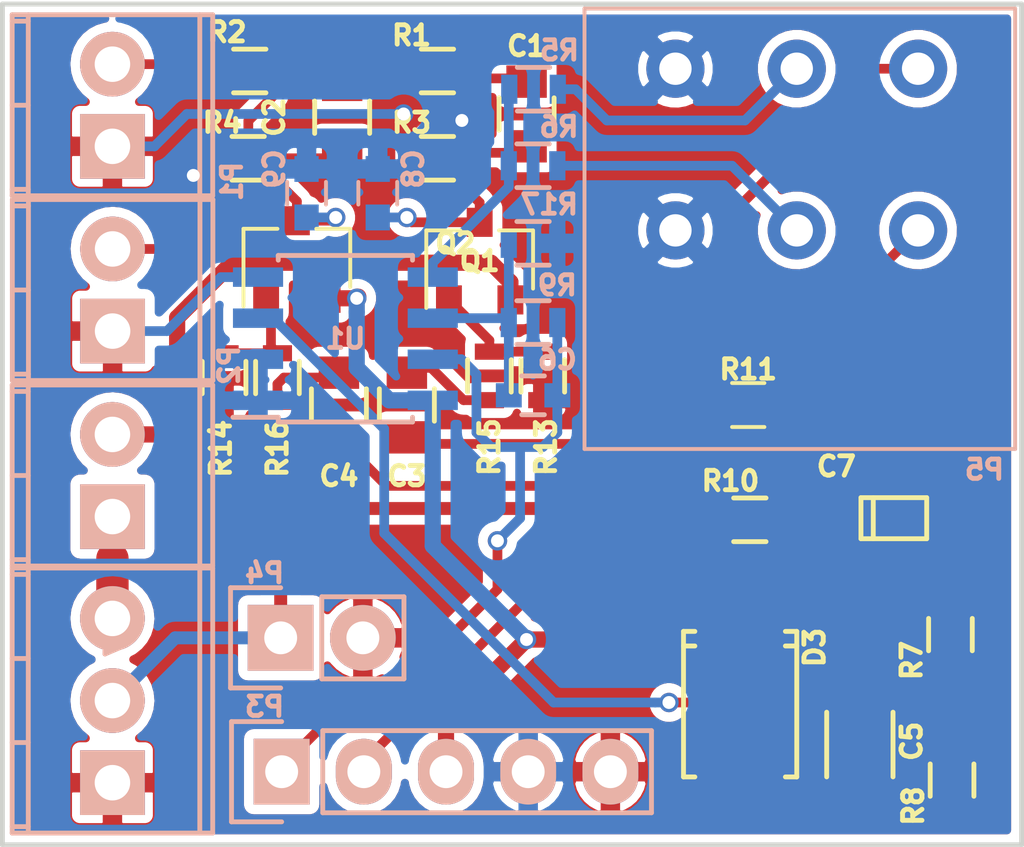
<source format=kicad_pcb>
(kicad_pcb (version 4) (host pcbnew 4.0.4-1.fc24-product)

  (general
    (links 65)
    (no_connects 0)
    (area 124.924999 77.924999 156.575001 104.075001)
    (thickness 1.2)
    (drawings 8)
    (tracks 178)
    (zones 0)
    (modules 36)
    (nets 24)
  )

  (page A4)
  (layers
    (0 F.Cu signal)
    (31 B.Cu signal)
    (32 B.Adhes user)
    (33 F.Adhes user)
    (34 B.Paste user)
    (35 F.Paste user)
    (36 B.SilkS user)
    (37 F.SilkS user)
    (38 B.Mask user)
    (39 F.Mask user)
    (40 Dwgs.User user)
    (41 Cmts.User user)
    (42 Eco1.User user)
    (43 Eco2.User user)
    (44 Edge.Cuts user)
    (45 Margin user)
    (46 B.CrtYd user)
    (47 F.CrtYd user)
    (48 B.Fab user)
    (49 F.Fab user)
  )

  (setup
    (last_trace_width 0.3)
    (trace_clearance 0.3)
    (zone_clearance 0.25)
    (zone_45_only no)
    (trace_min 0.3)
    (segment_width 0.2)
    (edge_width 0.15)
    (via_size 0.6)
    (via_drill 0.4)
    (via_min_size 0.4)
    (via_min_drill 0.3)
    (uvia_size 0.3)
    (uvia_drill 0.1)
    (uvias_allowed no)
    (uvia_min_size 0.2)
    (uvia_min_drill 0.1)
    (pcb_text_width 0.3)
    (pcb_text_size 1.5 1.5)
    (mod_edge_width 0.15)
    (mod_text_size 0.6 0.6)
    (mod_text_width 0.15)
    (pad_size 1.524 1.524)
    (pad_drill 0.762)
    (pad_to_mask_clearance 0.2)
    (aux_axis_origin 0 0)
    (visible_elements 7FFFFFFF)
    (pcbplotparams
      (layerselection 0x010fc_80000001)
      (usegerberextensions true)
      (excludeedgelayer true)
      (linewidth 0.100000)
      (plotframeref false)
      (viasonmask false)
      (mode 1)
      (useauxorigin false)
      (hpglpennumber 1)
      (hpglpenspeed 20)
      (hpglpendiameter 15)
      (hpglpenoverlay 2)
      (psnegative false)
      (psa4output false)
      (plotreference true)
      (plotvalue true)
      (plotinvisibletext false)
      (padsonsilk false)
      (subtractmaskfromsilk false)
      (outputformat 1)
      (mirror false)
      (drillshape 0)
      (scaleselection 1)
      (outputdirectory ../../GERBER/F0/BUF/))
  )

  (net 0 "")
  (net 1 "Net-(C1-Pad1)")
  (net 2 "Net-(C2-Pad1)")
  (net 3 "Net-(C3-Pad1)")
  (net 4 /PB1_1)
  (net 5 "Net-(C4-Pad1)")
  (net 6 "Net-(C5-Pad1)")
  (net 7 Earth)
  (net 8 "Net-(C6-Pad2)")
  (net 9 "Net-(C7-Pad1)")
  (net 10 /IN_B)
  (net 11 /IN_N)
  (net 12 /IN_EQ)
  (net 13 /VRef)
  (net 14 /PB1_2)
  (net 15 /PB2_2)
  (net 16 /V+)
  (net 17 /OUT_EQ)
  (net 18 "Net-(Q1-Pad1)")
  (net 19 "Net-(Q2-Pad1)")
  (net 20 "Net-(R5-Pad1)")
  (net 21 "Net-(P3-Pad3)")
  (net 22 /PB2_1)
  (net 23 /OUT)

  (net_class Default "This is the default net class."
    (clearance 0.3)
    (trace_width 0.3)
    (via_dia 0.6)
    (via_drill 0.4)
    (uvia_dia 0.3)
    (uvia_drill 0.1)
    (add_net /IN_B)
    (add_net /IN_EQ)
    (add_net /IN_N)
    (add_net /OUT)
    (add_net /OUT_EQ)
    (add_net /PB1_1)
    (add_net /PB1_2)
    (add_net /PB2_1)
    (add_net /PB2_2)
    (add_net /V+)
    (add_net /VRef)
    (add_net Earth)
    (add_net "Net-(C1-Pad1)")
    (add_net "Net-(C2-Pad1)")
    (add_net "Net-(C3-Pad1)")
    (add_net "Net-(C4-Pad1)")
    (add_net "Net-(C5-Pad1)")
    (add_net "Net-(C6-Pad2)")
    (add_net "Net-(C7-Pad1)")
    (add_net "Net-(P3-Pad3)")
    (add_net "Net-(Q1-Pad1)")
    (add_net "Net-(Q2-Pad1)")
    (add_net "Net-(R5-Pad1)")
  )

  (module Capacitors_SMD:C_1206 (layer F.Cu) (tedit 5B211C9B) (tstamp 5B211CB9)
    (at 151.5 100.9 270)
    (descr "Capacitor SMD 1206, reflow soldering, AVX (see smccp.pdf)")
    (tags "capacitor 1206")
    (path /5A654FB3)
    (attr smd)
    (fp_text reference C5 (at -0.1 -1.6 270) (layer F.SilkS)
      (effects (font (size 0.6 0.6) (thickness 0.15)))
    )
    (fp_text value 10u (at 0 2.3 270) (layer F.Fab) hide
      (effects (font (size 0.6 0.6) (thickness 0.15)))
    )
    (fp_line (start -2.3 -1.15) (end 2.3 -1.15) (layer F.CrtYd) (width 0.05))
    (fp_line (start -2.3 1.15) (end 2.3 1.15) (layer F.CrtYd) (width 0.05))
    (fp_line (start -2.3 -1.15) (end -2.3 1.15) (layer F.CrtYd) (width 0.05))
    (fp_line (start 2.3 -1.15) (end 2.3 1.15) (layer F.CrtYd) (width 0.05))
    (fp_line (start 1 -1.025) (end -1 -1.025) (layer F.SilkS) (width 0.15))
    (fp_line (start -1 1.025) (end 1 1.025) (layer F.SilkS) (width 0.15))
    (pad 1 smd rect (at -1.5 0 270) (size 1 1.6) (layers F.Cu F.Paste F.Mask)
      (net 6 "Net-(C5-Pad1)"))
    (pad 2 smd rect (at 1.5 0 270) (size 1 1.6) (layers F.Cu F.Paste F.Mask)
      (net 7 Earth))
    (model Capacitors_SMD.3dshapes/C_1206.wrl
      (at (xyz 0 0 0))
      (scale (xyz 1 1 1))
      (rotate (xyz 0 0 0))
    )
  )

  (module LIBS:Potentiometer_Alpha_Double_Vertical_Dual_Shaft (layer B.Cu) (tedit 5AF58C02) (tstamp 5AF58C5D)
    (at 145.8 80 90)
    (descr "Potentiometer, vertically mounted, Omeg PC16PU, Omeg PC16PU, Omeg PC16PU, Vishay/Spectrol 248GJ/249GJ Single, Vishay/Spectrol 248GJ/249GJ Single, Vishay/Spectrol 248GJ/249GJ Single, Vishay/Spectrol 248GH/249GH Single, Vishay/Spectrol 148/149 Single, Vishay/Spectrol 148/149 Single, Vishay/Spectrol 148/149 Single, Vishay/Spectrol 148A/149A Single with mounting plates, Vishay/Spectrol 148/149 Double, Vishay/Spectrol 148A/149A Double with mounting plates, Piher PC-16 Single, Piher PC-16 Single, Piher PC-16 Single, Piher PC-16SV Single, Piher PC-16 Double, Piher PC-16 Triple, Piher T16H Single, Piher T16L Single, Piher T16H Double, Alps RK163 Single, Alps RK163 Double, Alps RK097 Single, Alps RK097 Double, http://www.alps.com/prod/info/E/HTML/Potentiometer/RotaryPotentiometers/RK097/RK09712100AV.html")
    (tags "Potentiometer vertical  Omeg PC16PU  Omeg PC16PU  Omeg PC16PU  Vishay/Spectrol 248GJ/249GJ Single  Vishay/Spectrol 248GJ/249GJ Single  Vishay/Spectrol 248GJ/249GJ Single  Vishay/Spectrol 248GH/249GH Single  Vishay/Spectrol 148/149 Single  Vishay/Spectrol 148/149 Single  Vishay/Spectrol 148/149 Single  Vishay/Spectrol 148A/149A Single with mounting plates  Vishay/Spectrol 148/149 Double  Vishay/Spectrol 148A/149A Double with mounting plates  Piher PC-16 Single  Piher PC-16 Single  Piher PC-16 Single  Piher PC-16SV Single  Piher PC-16 Double  Piher PC-16 Triple  Piher T16H Single  Piher T16L Single  Piher T16H Double  Alps RK163 Single  Alps RK163 Double  Alps RK097 Single  Alps RK097 Double Dual Shaft")
    (path /5AF59195)
    (fp_text reference P5 (at -12.4 9.55 180) (layer B.SilkS)
      (effects (font (size 0.6 0.6) (thickness 0.15)) (justify mirror))
    )
    (fp_text value Conn_01x06 (at 2.15 -3.9 90) (layer B.Fab) hide
      (effects (font (size 0.6 0.6) (thickness 0.15)) (justify mirror))
    )
    (fp_line (start -11.7 10.45) (end -11.7 -2.75) (layer B.Fab) (width 0.1))
    (fp_line (start -11.7 -2.75) (end 1.8 -2.75) (layer B.Fab) (width 0.1))
    (fp_line (start 1.8 -2.75) (end 1.8 10.45) (layer B.Fab) (width 0.1))
    (fp_line (start 1.8 10.45) (end -11.7 10.45) (layer B.Fab) (width 0.1))
    (fp_line (start -11.76 10.5) (end 1.86 10.5) (layer B.SilkS) (width 0.12))
    (fp_line (start -11.76 -2.81) (end 1.86 -2.81) (layer B.SilkS) (width 0.12))
    (fp_line (start -11.76 10.5) (end -11.76 -2.81) (layer B.SilkS) (width 0.12))
    (fp_line (start 1.86 10.5) (end 1.86 -2.81) (layer B.SilkS) (width 0.12))
    (fp_line (start -12.15 10.7) (end -12.15 -3) (layer B.CrtYd) (width 0.05))
    (fp_line (start -12.15 -3) (end 2.1 -3) (layer B.CrtYd) (width 0.05))
    (fp_line (start 2.1 -3) (end 2.1 10.7) (layer B.CrtYd) (width 0.05))
    (fp_line (start 2.1 10.7) (end -12.15 10.7) (layer B.CrtYd) (width 0.05))
    (pad 3 thru_hole circle (at 0 7.5 90) (size 1.8 1.8) (drill 1) (layers *.Cu *.Mask)
      (net 4 /PB1_1))
    (pad 2 thru_hole circle (at 0 3.75 90) (size 1.8 1.8) (drill 1) (layers *.Cu *.Mask)
      (net 14 /PB1_2))
    (pad 1 thru_hole circle (at 0 0 90) (size 1.8 1.8) (drill 1) (layers *.Cu *.Mask)
      (net 13 /VRef))
    (pad 6 thru_hole circle (at -5 7.5 90) (size 1.8 1.8) (drill 1) (layers *.Cu *.Mask)
      (net 22 /PB2_1))
    (pad 5 thru_hole circle (at -5 3.75 90) (size 1.8 1.8) (drill 1) (layers *.Cu *.Mask)
      (net 15 /PB2_2))
    (pad 4 thru_hole circle (at -5 0 90) (size 1.8 1.8) (drill 1) (layers *.Cu *.Mask)
      (net 13 /VRef))
    (model Potentiometers.3dshapes/Potentiometer_Alps_RK097_Double_Vertical.wrl
      (at (xyz 0 0 0))
      (scale (xyz 0.393701 0.393701 0.393701))
      (rotate (xyz 0 0 0))
    )
  )

  (module Capacitors_SMD:C_0603 (layer B.Cu) (tedit 5A7A900E) (tstamp 5A7A900C)
    (at 141.4 90.1 180)
    (descr "Capacitor SMD 0603, reflow soldering, AVX (see smccp.pdf)")
    (tags "capacitor 0603")
    (path /5A654351)
    (attr smd)
    (fp_text reference C6 (at -0.75 1.1 180) (layer B.SilkS)
      (effects (font (size 0.6 0.6) (thickness 0.15)) (justify mirror))
    )
    (fp_text value 270p (at 0 -1.9 180) (layer B.Fab) hide
      (effects (font (size 0.6 0.6) (thickness 0.15)) (justify mirror))
    )
    (fp_line (start -1.45 0.75) (end 1.45 0.75) (layer B.CrtYd) (width 0.05))
    (fp_line (start -1.45 -0.75) (end 1.45 -0.75) (layer B.CrtYd) (width 0.05))
    (fp_line (start -1.45 0.75) (end -1.45 -0.75) (layer B.CrtYd) (width 0.05))
    (fp_line (start 1.45 0.75) (end 1.45 -0.75) (layer B.CrtYd) (width 0.05))
    (fp_line (start -0.35 0.6) (end 0.35 0.6) (layer B.SilkS) (width 0.15))
    (fp_line (start 0.35 -0.6) (end -0.35 -0.6) (layer B.SilkS) (width 0.15))
    (pad 1 smd rect (at -0.75 0 180) (size 0.8 0.75) (layers B.Cu B.Paste B.Mask)
      (net 12 /IN_EQ))
    (pad 2 smd rect (at 0.75 0 180) (size 0.8 0.75) (layers B.Cu B.Paste B.Mask)
      (net 8 "Net-(C6-Pad2)"))
    (model Capacitors_SMD.3dshapes/C_0603.wrl
      (at (xyz 0 0 0))
      (scale (xyz 1 1 1))
      (rotate (xyz 0 0 0))
    )
  )

  (module Terminal_Blocks:TerminalBlock_Pheonix_MPT-2.54mm_2pol (layer B.Cu) (tedit 5A656DC2) (tstamp 5A656DDA)
    (at 128.4 93.85 90)
    (descr "2-way 2.54mm pitch terminal block, Phoenix MPT series")
    (path /5A658137)
    (fp_text reference P4 (at -1.75 4.7 180) (layer B.SilkS)
      (effects (font (size 0.6 0.6) (thickness 0.15)) (justify mirror))
    )
    (fp_text value CONN_01X02 (at 1.27 -4.50088 90) (layer B.Fab) hide
      (effects (font (size 0.6 0.6) (thickness 0.15)) (justify mirror))
    )
    (fp_line (start -1.7 3.3) (end 4.3 3.3) (layer B.CrtYd) (width 0.05))
    (fp_line (start -1.7 -3.3) (end -1.7 3.3) (layer B.CrtYd) (width 0.05))
    (fp_line (start 4.3 -3.3) (end -1.7 -3.3) (layer B.CrtYd) (width 0.05))
    (fp_line (start 4.3 3.3) (end 4.3 -3.3) (layer B.CrtYd) (width 0.05))
    (fp_line (start 4.06908 -2.60096) (end -1.52908 -2.60096) (layer B.SilkS) (width 0.15))
    (fp_line (start -1.33096 -3.0988) (end -1.33096 -2.60096) (layer B.SilkS) (width 0.15))
    (fp_line (start 3.87096 -2.60096) (end 3.87096 -3.0988) (layer B.SilkS) (width 0.15))
    (fp_line (start 1.27 -3.0988) (end 1.27 -2.60096) (layer B.SilkS) (width 0.15))
    (fp_line (start -1.52908 2.70002) (end 4.06908 2.70002) (layer B.SilkS) (width 0.15))
    (fp_line (start -1.52908 -3.0988) (end 4.06908 -3.0988) (layer B.SilkS) (width 0.15))
    (fp_line (start 4.06908 -3.0988) (end 4.06908 3.0988) (layer B.SilkS) (width 0.15))
    (fp_line (start 4.06908 3.0988) (end -1.52908 3.0988) (layer B.SilkS) (width 0.15))
    (fp_line (start -1.52908 3.0988) (end -1.52908 -3.0988) (layer B.SilkS) (width 0.15))
    (pad 2 thru_hole oval (at 2.54 0 90) (size 1.99898 1.99898) (drill 1.09728) (layers *.Cu *.Mask B.SilkS)
      (net 16 /V+))
    (pad 1 thru_hole rect (at 0 0 90) (size 1.99898 1.99898) (drill 1.09728) (layers *.Cu *.Mask B.SilkS)
      (net 21 "Net-(P3-Pad3)"))
    (model Terminal_Blocks.3dshapes/TerminalBlock_Pheonix_MPT-2.54mm_2pol.wrl
      (at (xyz 0.05 0 0))
      (scale (xyz 1 1 1))
      (rotate (xyz 0 0 0))
    )
  )

  (module Resistors_SMD:R_0603 (layer B.Cu) (tedit 5A7929CF) (tstamp 5A7927C3)
    (at 141.414739 80.635261)
    (descr "Resistor SMD 0603, reflow soldering, Vishay (see dcrcw.pdf)")
    (tags "resistor 0603")
    (path /5A653B83)
    (attr smd)
    (fp_text reference R5 (at 0.8 -1.2) (layer B.SilkS)
      (effects (font (size 0.6 0.6) (thickness 0.15)) (justify mirror))
    )
    (fp_text value 100k (at 0 -1.9) (layer B.Fab) hide
      (effects (font (size 0.6 0.6) (thickness 0.15)) (justify mirror))
    )
    (fp_line (start -1.3 0.8) (end 1.3 0.8) (layer B.CrtYd) (width 0.05))
    (fp_line (start -1.3 -0.8) (end 1.3 -0.8) (layer B.CrtYd) (width 0.05))
    (fp_line (start -1.3 0.8) (end -1.3 -0.8) (layer B.CrtYd) (width 0.05))
    (fp_line (start 1.3 0.8) (end 1.3 -0.8) (layer B.CrtYd) (width 0.05))
    (fp_line (start 0.5 -0.675) (end -0.5 -0.675) (layer B.SilkS) (width 0.15))
    (fp_line (start -0.5 0.675) (end 0.5 0.675) (layer B.SilkS) (width 0.15))
    (pad 1 smd rect (at -0.75 0) (size 0.5 0.9) (layers B.Cu B.Paste B.Mask)
      (net 20 "Net-(R5-Pad1)"))
    (pad 2 smd rect (at 0.75 0) (size 0.5 0.9) (layers B.Cu B.Paste B.Mask)
      (net 14 /PB1_2))
    (model Resistors_SMD.3dshapes/R_0603.wrl
      (at (xyz 0 0 0))
      (scale (xyz 1 1 1))
      (rotate (xyz 0 0 0))
    )
  )

  (module Resistors_SMD:R_0603 (layer B.Cu) (tedit 5A792BCD) (tstamp 5A7927DB)
    (at 141.4 87.85 180)
    (descr "Resistor SMD 0603, reflow soldering, Vishay (see dcrcw.pdf)")
    (tags "resistor 0603")
    (path /5A654048)
    (attr smd)
    (fp_text reference R9 (at -0.75 1.15 180) (layer B.SilkS)
      (effects (font (size 0.6 0.6) (thickness 0.15)) (justify mirror))
    )
    (fp_text value 15k (at 0 -1.9 180) (layer B.Fab) hide
      (effects (font (size 0.6 0.6) (thickness 0.15)) (justify mirror))
    )
    (fp_line (start -1.3 0.8) (end 1.3 0.8) (layer B.CrtYd) (width 0.05))
    (fp_line (start -1.3 -0.8) (end 1.3 -0.8) (layer B.CrtYd) (width 0.05))
    (fp_line (start -1.3 0.8) (end -1.3 -0.8) (layer B.CrtYd) (width 0.05))
    (fp_line (start 1.3 0.8) (end 1.3 -0.8) (layer B.CrtYd) (width 0.05))
    (fp_line (start 0.5 -0.675) (end -0.5 -0.675) (layer B.SilkS) (width 0.15))
    (fp_line (start -0.5 0.675) (end 0.5 0.675) (layer B.SilkS) (width 0.15))
    (pad 1 smd rect (at -0.75 0 180) (size 0.5 0.9) (layers B.Cu B.Paste B.Mask)
      (net 12 /IN_EQ))
    (pad 2 smd rect (at 0.75 0 180) (size 0.5 0.9) (layers B.Cu B.Paste B.Mask)
      (net 8 "Net-(C6-Pad2)"))
    (model Resistors_SMD.3dshapes/R_0603.wrl
      (at (xyz 0 0 0))
      (scale (xyz 1 1 1))
      (rotate (xyz 0 0 0))
    )
  )

  (module Resistors_SMD:R_0603 (layer B.Cu) (tedit 5A7B9FE7) (tstamp 5A7BA118)
    (at 141.4 85.4 180)
    (descr "Resistor SMD 0603, reflow soldering, Vishay (see dcrcw.pdf)")
    (tags "resistor 0603")
    (path /5A7BB155)
    (attr smd)
    (fp_text reference R17 (at -0.5 1.2 180) (layer B.SilkS)
      (effects (font (size 0.6 0.6) (thickness 0.15)) (justify mirror))
    )
    (fp_text value 10k (at 0 -1.9 180) (layer B.Fab) hide
      (effects (font (size 0.6 0.6) (thickness 0.15)) (justify mirror))
    )
    (fp_line (start -1.3 0.8) (end 1.3 0.8) (layer B.CrtYd) (width 0.05))
    (fp_line (start -1.3 -0.8) (end 1.3 -0.8) (layer B.CrtYd) (width 0.05))
    (fp_line (start -1.3 0.8) (end -1.3 -0.8) (layer B.CrtYd) (width 0.05))
    (fp_line (start 1.3 0.8) (end 1.3 -0.8) (layer B.CrtYd) (width 0.05))
    (fp_line (start 0.5 -0.675) (end -0.5 -0.675) (layer B.SilkS) (width 0.15))
    (fp_line (start -0.5 0.675) (end 0.5 0.675) (layer B.SilkS) (width 0.15))
    (pad 1 smd rect (at -0.75 0 180) (size 0.5 0.9) (layers B.Cu B.Paste B.Mask)
      (net 13 /VRef))
    (pad 2 smd rect (at 0.75 0 180) (size 0.5 0.9) (layers B.Cu B.Paste B.Mask)
      (net 8 "Net-(C6-Pad2)"))
    (model Resistors_SMD.3dshapes/R_0603.wrl
      (at (xyz 0 0 0))
      (scale (xyz 1 1 1))
      (rotate (xyz 0 0 0))
    )
  )

  (module Housings_SOIC:SOIC-8_3.9x4.9mm_Pitch1.27mm (layer B.Cu) (tedit 5A792BF9) (tstamp 5A7927F9)
    (at 135.6 88.35)
    (descr "8-Lead Plastic Small Outline (SN) - Narrow, 3.90 mm Body [SOIC] (see Microchip Packaging Specification 00000049BS.pdf)")
    (tags "SOIC 1.27")
    (path /5A653F31)
    (attr smd)
    (fp_text reference U1 (at 0 0) (layer B.SilkS)
      (effects (font (size 0.6 0.6) (thickness 0.15)) (justify mirror))
    )
    (fp_text value MC33178 (at 0 -3.5) (layer B.Fab) hide
      (effects (font (size 0.6 0.6) (thickness 0.15)) (justify mirror))
    )
    (fp_line (start -3.75 2.75) (end -3.75 -2.75) (layer B.CrtYd) (width 0.05))
    (fp_line (start 3.75 2.75) (end 3.75 -2.75) (layer B.CrtYd) (width 0.05))
    (fp_line (start -3.75 2.75) (end 3.75 2.75) (layer B.CrtYd) (width 0.05))
    (fp_line (start -3.75 -2.75) (end 3.75 -2.75) (layer B.CrtYd) (width 0.05))
    (fp_line (start -2.075 2.575) (end -2.075 2.43) (layer B.SilkS) (width 0.15))
    (fp_line (start 2.075 2.575) (end 2.075 2.43) (layer B.SilkS) (width 0.15))
    (fp_line (start 2.075 -2.575) (end 2.075 -2.43) (layer B.SilkS) (width 0.15))
    (fp_line (start -2.075 -2.575) (end -2.075 -2.43) (layer B.SilkS) (width 0.15))
    (fp_line (start -2.075 2.575) (end 2.075 2.575) (layer B.SilkS) (width 0.15))
    (fp_line (start -2.075 -2.575) (end 2.075 -2.575) (layer B.SilkS) (width 0.15))
    (fp_line (start -2.075 2.43) (end -3.475 2.43) (layer B.SilkS) (width 0.15))
    (pad 1 smd rect (at -2.7 1.905) (size 1.55 0.6) (layers B.Cu B.Paste B.Mask)
      (net 13 /VRef))
    (pad 2 smd rect (at -2.7 0.635) (size 1.55 0.6) (layers B.Cu B.Paste B.Mask)
      (net 13 /VRef))
    (pad 3 smd rect (at -2.7 -0.635) (size 1.55 0.6) (layers B.Cu B.Paste B.Mask)
      (net 6 "Net-(C5-Pad1)"))
    (pad 4 smd rect (at -2.7 -1.905) (size 1.55 0.6) (layers B.Cu B.Paste B.Mask)
      (net 7 Earth))
    (pad 5 smd rect (at 2.7 -1.905) (size 1.55 0.6) (layers B.Cu B.Paste B.Mask)
      (net 20 "Net-(R5-Pad1)"))
    (pad 6 smd rect (at 2.7 -0.635) (size 1.55 0.6) (layers B.Cu B.Paste B.Mask)
      (net 8 "Net-(C6-Pad2)"))
    (pad 7 smd rect (at 2.7 0.635) (size 1.55 0.6) (layers B.Cu B.Paste B.Mask)
      (net 12 /IN_EQ))
    (pad 8 smd rect (at 2.7 1.905) (size 1.55 0.6) (layers B.Cu B.Paste B.Mask)
      (net 16 /V+))
    (model Housings_SOIC.3dshapes/SOIC-8_3.9x4.9mm_Pitch1.27mm.wrl
      (at (xyz 0 0 0))
      (scale (xyz 1 1 1))
      (rotate (xyz 0 0 0))
    )
  )

  (module Terminal_Blocks:TerminalBlock_Pheonix_MPT-2.54mm_2pol (layer B.Cu) (tedit 5A656DBC) (tstamp 5A656DCD)
    (at 128.405024 88.113844 90)
    (descr "2-way 2.54mm pitch terminal block, Phoenix MPT series")
    (path /5A656625)
    (fp_text reference P2 (at -1.06 3.6 90) (layer B.SilkS)
      (effects (font (size 0.6 0.6) (thickness 0.15)) (justify mirror))
    )
    (fp_text value CONN_01X02 (at 1.27 -4.50088 90) (layer B.Fab) hide
      (effects (font (size 0.6 0.6) (thickness 0.15)) (justify mirror))
    )
    (fp_line (start -1.7 3.3) (end 4.3 3.3) (layer B.CrtYd) (width 0.05))
    (fp_line (start -1.7 -3.3) (end -1.7 3.3) (layer B.CrtYd) (width 0.05))
    (fp_line (start 4.3 -3.3) (end -1.7 -3.3) (layer B.CrtYd) (width 0.05))
    (fp_line (start 4.3 3.3) (end 4.3 -3.3) (layer B.CrtYd) (width 0.05))
    (fp_line (start 4.06908 -2.60096) (end -1.52908 -2.60096) (layer B.SilkS) (width 0.15))
    (fp_line (start -1.33096 -3.0988) (end -1.33096 -2.60096) (layer B.SilkS) (width 0.15))
    (fp_line (start 3.87096 -2.60096) (end 3.87096 -3.0988) (layer B.SilkS) (width 0.15))
    (fp_line (start 1.27 -3.0988) (end 1.27 -2.60096) (layer B.SilkS) (width 0.15))
    (fp_line (start -1.52908 2.70002) (end 4.06908 2.70002) (layer B.SilkS) (width 0.15))
    (fp_line (start -1.52908 -3.0988) (end 4.06908 -3.0988) (layer B.SilkS) (width 0.15))
    (fp_line (start 4.06908 -3.0988) (end 4.06908 3.0988) (layer B.SilkS) (width 0.15))
    (fp_line (start 4.06908 3.0988) (end -1.52908 3.0988) (layer B.SilkS) (width 0.15))
    (fp_line (start -1.52908 3.0988) (end -1.52908 -3.0988) (layer B.SilkS) (width 0.15))
    (pad 2 thru_hole oval (at 2.54 0 90) (size 1.99898 1.99898) (drill 1.09728) (layers *.Cu *.Mask B.SilkS)
      (net 10 /IN_B))
    (pad 1 thru_hole rect (at 0 0 90) (size 1.99898 1.99898) (drill 1.09728) (layers *.Cu *.Mask B.SilkS)
      (net 7 Earth))
    (model Terminal_Blocks.3dshapes/TerminalBlock_Pheonix_MPT-2.54mm_2pol.wrl
      (at (xyz 0.05 0 0))
      (scale (xyz 1 1 1))
      (rotate (xyz 0 0 0))
    )
  )

  (module Terminal_Blocks:TerminalBlock_Pheonix_MPT-2.54mm_3pol (layer B.Cu) (tedit 5A656DBF) (tstamp 5A656DD4)
    (at 128.4 102.08 90)
    (descr "3-way 2.54mm pitch terminal block, Phoenix MPT series")
    (path /5A657F5B)
    (fp_text reference P3 (at 2.35 4.7 180) (layer B.SilkS)
      (effects (font (size 0.6 0.6) (thickness 0.15)) (justify mirror))
    )
    (fp_text value CONN_01X03 (at 2.54 -4.50088 90) (layer B.Fab) hide
      (effects (font (size 0.6 0.6) (thickness 0.15)) (justify mirror))
    )
    (fp_line (start -1.778 -3.302) (end 6.858 -3.302) (layer B.CrtYd) (width 0.05))
    (fp_line (start -1.778 3.302) (end -1.778 -3.302) (layer B.CrtYd) (width 0.05))
    (fp_line (start 6.858 3.302) (end -1.778 3.302) (layer B.CrtYd) (width 0.05))
    (fp_line (start 6.858 -3.302) (end 6.858 3.302) (layer B.CrtYd) (width 0.05))
    (fp_line (start 6.63956 3.0988) (end -1.55956 3.0988) (layer B.SilkS) (width 0.15))
    (fp_line (start 6.63956 2.70002) (end -1.55956 2.70002) (layer B.SilkS) (width 0.15))
    (fp_line (start 6.63956 -2.60096) (end -1.55956 -2.60096) (layer B.SilkS) (width 0.15))
    (fp_line (start -1.55956 -3.0988) (end 6.63956 -3.0988) (layer B.SilkS) (width 0.15))
    (fp_line (start 3.84048 -2.60096) (end 3.84048 -3.0988) (layer B.SilkS) (width 0.15))
    (fp_line (start -1.3589 -3.0988) (end -1.3589 -2.60096) (layer B.SilkS) (width 0.15))
    (fp_line (start 6.44144 -2.60096) (end 6.44144 -3.0988) (layer B.SilkS) (width 0.15))
    (fp_line (start 1.24206 -3.0988) (end 1.24206 -2.60096) (layer B.SilkS) (width 0.15))
    (fp_line (start 6.63956 -3.0988) (end 6.63956 3.0988) (layer B.SilkS) (width 0.15))
    (fp_line (start -1.55702 3.0988) (end -1.55702 -3.0988) (layer B.SilkS) (width 0.15))
    (pad 3 thru_hole oval (at 5.08 0 90) (size 1.99898 1.99898) (drill 1.09728) (layers *.Cu *.Mask B.SilkS)
      (net 21 "Net-(P3-Pad3)"))
    (pad 1 thru_hole rect (at 0 0 90) (size 1.99898 1.99898) (drill 1.09728) (layers *.Cu *.Mask B.SilkS)
      (net 7 Earth))
    (pad 2 thru_hole oval (at 2.54 0 90) (size 1.99898 1.99898) (drill 1.09728) (layers *.Cu *.Mask B.SilkS)
      (net 23 /OUT))
    (model Terminal_Blocks.3dshapes/TerminalBlock_Pheonix_MPT-2.54mm_3pol.wrl
      (at (xyz 0.1 0 0))
      (scale (xyz 1 1 1))
      (rotate (xyz 0 0 0))
    )
  )

  (module Resistors_SMD:R_0603 (layer F.Cu) (tedit 5A792901) (tstamp 5A7927CF)
    (at 154.3 97.5 270)
    (descr "Resistor SMD 0603, reflow soldering, Vishay (see dcrcw.pdf)")
    (tags "resistor 0603")
    (path /5A654B24)
    (attr smd)
    (fp_text reference R7 (at 0.8 1.2 270) (layer F.SilkS)
      (effects (font (size 0.6 0.6) (thickness 0.15)))
    )
    (fp_text value 100k (at 0 1.9 270) (layer F.Fab) hide
      (effects (font (size 0.6 0.6) (thickness 0.15)))
    )
    (fp_line (start -1.3 -0.8) (end 1.3 -0.8) (layer F.CrtYd) (width 0.05))
    (fp_line (start -1.3 0.8) (end 1.3 0.8) (layer F.CrtYd) (width 0.05))
    (fp_line (start -1.3 -0.8) (end -1.3 0.8) (layer F.CrtYd) (width 0.05))
    (fp_line (start 1.3 -0.8) (end 1.3 0.8) (layer F.CrtYd) (width 0.05))
    (fp_line (start 0.5 0.675) (end -0.5 0.675) (layer F.SilkS) (width 0.15))
    (fp_line (start -0.5 -0.675) (end 0.5 -0.675) (layer F.SilkS) (width 0.15))
    (pad 1 smd rect (at -0.75 0 270) (size 0.5 0.9) (layers F.Cu F.Paste F.Mask)
      (net 16 /V+))
    (pad 2 smd rect (at 0.75 0 270) (size 0.5 0.9) (layers F.Cu F.Paste F.Mask)
      (net 6 "Net-(C5-Pad1)"))
    (model Resistors_SMD.3dshapes/R_0603.wrl
      (at (xyz 0 0 0))
      (scale (xyz 1 1 1))
      (rotate (xyz 0 0 0))
    )
  )

  (module Terminal_Blocks:TerminalBlock_Pheonix_MPT-2.54mm_2pol (layer B.Cu) (tedit 5A656DB9) (tstamp 5A656DC7)
    (at 128.4 82.4 90)
    (descr "2-way 2.54mm pitch terminal block, Phoenix MPT series")
    (path /5A65640A)
    (fp_text reference P1 (at -1.086156 3.694976 90) (layer B.SilkS)
      (effects (font (size 0.6 0.6) (thickness 0.15)) (justify mirror))
    )
    (fp_text value CONN_01X02 (at 1.27 -4.50088 90) (layer B.Fab) hide
      (effects (font (size 0.6 0.6) (thickness 0.15)) (justify mirror))
    )
    (fp_line (start -1.7 3.3) (end 4.3 3.3) (layer B.CrtYd) (width 0.05))
    (fp_line (start -1.7 -3.3) (end -1.7 3.3) (layer B.CrtYd) (width 0.05))
    (fp_line (start 4.3 -3.3) (end -1.7 -3.3) (layer B.CrtYd) (width 0.05))
    (fp_line (start 4.3 3.3) (end 4.3 -3.3) (layer B.CrtYd) (width 0.05))
    (fp_line (start 4.06908 -2.60096) (end -1.52908 -2.60096) (layer B.SilkS) (width 0.15))
    (fp_line (start -1.33096 -3.0988) (end -1.33096 -2.60096) (layer B.SilkS) (width 0.15))
    (fp_line (start 3.87096 -2.60096) (end 3.87096 -3.0988) (layer B.SilkS) (width 0.15))
    (fp_line (start 1.27 -3.0988) (end 1.27 -2.60096) (layer B.SilkS) (width 0.15))
    (fp_line (start -1.52908 2.70002) (end 4.06908 2.70002) (layer B.SilkS) (width 0.15))
    (fp_line (start -1.52908 -3.0988) (end 4.06908 -3.0988) (layer B.SilkS) (width 0.15))
    (fp_line (start 4.06908 -3.0988) (end 4.06908 3.0988) (layer B.SilkS) (width 0.15))
    (fp_line (start 4.06908 3.0988) (end -1.52908 3.0988) (layer B.SilkS) (width 0.15))
    (fp_line (start -1.52908 3.0988) (end -1.52908 -3.0988) (layer B.SilkS) (width 0.15))
    (pad 2 thru_hole oval (at 2.54 0 90) (size 1.99898 1.99898) (drill 1.09728) (layers *.Cu *.Mask B.SilkS)
      (net 11 /IN_N))
    (pad 1 thru_hole rect (at 0 0 90) (size 1.99898 1.99898) (drill 1.09728) (layers *.Cu *.Mask B.SilkS)
      (net 7 Earth))
    (model Terminal_Blocks.3dshapes/TerminalBlock_Pheonix_MPT-2.54mm_2pol.wrl
      (at (xyz 0.05 0 0))
      (scale (xyz 1 1 1))
      (rotate (xyz 0 0 0))
    )
  )

  (module Capacitors_Tantalum_SMD:TantalC_SizeR_EIA-2012 (layer F.Cu) (tedit 5A7A3528) (tstamp 5A792777)
    (at 152.55 93.9 180)
    (descr "Tantal Cap. , Size C, EIA-2012")
    (path /5A65510F)
    (fp_text reference C7 (at 1.77602 1.6 180) (layer F.SilkS)
      (effects (font (size 0.6 0.6) (thickness 0.15)))
    )
    (fp_text value 10u (at 0 1.27 180) (layer F.Fab) hide
      (effects (font (size 0.6 0.6) (thickness 0.15)))
    )
    (fp_line (start 0.635 -0.635) (end 0.635 0.635) (layer F.SilkS) (width 0.15))
    (fp_line (start -1.016 -0.635) (end -1.016 0.635) (layer F.SilkS) (width 0.15))
    (fp_line (start -1.016 0.635) (end 1.016 0.635) (layer F.SilkS) (width 0.15))
    (fp_line (start 1.016 0.635) (end 1.016 -0.635) (layer F.SilkS) (width 0.15))
    (fp_line (start 1.016 -0.635) (end -1.016 -0.635) (layer F.SilkS) (width 0.15))
    (pad 1 smd rect (at 1.17602 0 180) (size 1.5494 1.80086) (layers F.Cu F.Paste F.Mask)
      (net 9 "Net-(C7-Pad1)"))
    (pad 2 smd rect (at -1.17602 0 180) (size 1.5494 1.80086) (layers F.Cu F.Paste F.Mask)
      (net 23 /OUT))
    (model Capacitors_Tantalum_SMD.3dshapes/TantalC_SizeR_EIA-2012.wrl
      (at (xyz 0 0 0))
      (scale (xyz 1 1 1))
      (rotate (xyz 0 0 0))
    )
  )

  (module TO_SOT_Packages_SMD:SC-59 (layer F.Cu) (tedit 5A7926A0) (tstamp 5A79279E)
    (at 139.75 85.95 90)
    (descr "SC-59, https://lib.chipdip.ru/images/import_diod/original/SOT-23_SC-59.jpg")
    (tags SC-59)
    (path /5A65139F)
    (attr smd)
    (fp_text reference Q1 (at 0 0 180) (layer F.SilkS)
      (effects (font (size 0.6 0.6) (thickness 0.15)))
    )
    (fp_text value 2N5457 (at 0 2.5 90) (layer F.Fab) hide
      (effects (font (size 0.6 0.6) (thickness 0.15)))
    )
    (fp_text user %R (at 0 0 180) (layer F.Fab)
      (effects (font (size 0.5 0.5) (thickness 0.075)))
    )
    (fp_line (start -0.85 1.55) (end -0.85 -1) (layer F.Fab) (width 0.1))
    (fp_line (start -1.45 -1.65) (end 0.95 -1.65) (layer F.SilkS) (width 0.12))
    (fp_line (start 0.95 -1.65) (end 0.95 -0.6) (layer F.SilkS) (width 0.12))
    (fp_line (start -0.85 1.65) (end 0.95 1.65) (layer F.SilkS) (width 0.12))
    (fp_line (start 0.95 1.65) (end 0.95 0.6) (layer F.SilkS) (width 0.12))
    (fp_line (start -0.85 1.55) (end 0.85 1.55) (layer F.Fab) (width 0.1))
    (fp_line (start -0.3 -1.55) (end -0.85 -1) (layer F.Fab) (width 0.1))
    (fp_line (start -0.3 -1.55) (end 0.85 -1.55) (layer F.Fab) (width 0.1))
    (fp_line (start 0.85 -1.52) (end 0.85 1.52) (layer F.Fab) (width 0.1))
    (fp_line (start -1.9 -1.8) (end 1.9 -1.8) (layer F.CrtYd) (width 0.05))
    (fp_line (start -1.9 -1.8) (end -1.9 1.8) (layer F.CrtYd) (width 0.05))
    (fp_line (start 1.9 1.8) (end 1.9 -1.8) (layer F.CrtYd) (width 0.05))
    (fp_line (start 1.9 1.8) (end -1.9 1.8) (layer F.CrtYd) (width 0.05))
    (pad 1 smd rect (at -1.2 -0.95 90) (size 0.9 0.8) (layers F.Cu F.Paste F.Mask)
      (net 18 "Net-(Q1-Pad1)"))
    (pad 2 smd rect (at -1.2 0.95 90) (size 0.9 0.8) (layers F.Cu F.Paste F.Mask)
      (net 16 /V+))
    (pad 3 smd rect (at 1.2 0 90) (size 0.9 0.8) (layers F.Cu F.Paste F.Mask)
      (net 1 "Net-(C1-Pad1)"))
    (model ${KISYS3DMOD}/TO_SOT_Packages_SMD.3dshapes/SC-59.wrl
      (at (xyz 0 0 0))
      (scale (xyz 1 1 1))
      (rotate (xyz 0 0 0))
    )
  )

  (module TO_SOT_Packages_SMD:SC-59 (layer F.Cu) (tedit 5A792820) (tstamp 5A7927A5)
    (at 134.1 85.9 90)
    (descr "SC-59, https://lib.chipdip.ru/images/import_diod/original/SOT-23_SC-59.jpg")
    (tags SC-59)
    (path /5A653AA5)
    (attr smd)
    (fp_text reference Q2 (at 0.5 4.9 180) (layer F.SilkS)
      (effects (font (size 0.6 0.6) (thickness 0.15)))
    )
    (fp_text value 2N5457 (at 0 2.5 90) (layer F.Fab) hide
      (effects (font (size 0.6 0.6) (thickness 0.15)))
    )
    (fp_text user %R (at 0 0 180) (layer F.Fab)
      (effects (font (size 0.5 0.5) (thickness 0.075)))
    )
    (fp_line (start -0.85 1.55) (end -0.85 -1) (layer F.Fab) (width 0.1))
    (fp_line (start -1.45 -1.65) (end 0.95 -1.65) (layer F.SilkS) (width 0.12))
    (fp_line (start 0.95 -1.65) (end 0.95 -0.6) (layer F.SilkS) (width 0.12))
    (fp_line (start -0.85 1.65) (end 0.95 1.65) (layer F.SilkS) (width 0.12))
    (fp_line (start 0.95 1.65) (end 0.95 0.6) (layer F.SilkS) (width 0.12))
    (fp_line (start -0.85 1.55) (end 0.85 1.55) (layer F.Fab) (width 0.1))
    (fp_line (start -0.3 -1.55) (end -0.85 -1) (layer F.Fab) (width 0.1))
    (fp_line (start -0.3 -1.55) (end 0.85 -1.55) (layer F.Fab) (width 0.1))
    (fp_line (start 0.85 -1.52) (end 0.85 1.52) (layer F.Fab) (width 0.1))
    (fp_line (start -1.9 -1.8) (end 1.9 -1.8) (layer F.CrtYd) (width 0.05))
    (fp_line (start -1.9 -1.8) (end -1.9 1.8) (layer F.CrtYd) (width 0.05))
    (fp_line (start 1.9 1.8) (end 1.9 -1.8) (layer F.CrtYd) (width 0.05))
    (fp_line (start 1.9 1.8) (end -1.9 1.8) (layer F.CrtYd) (width 0.05))
    (pad 1 smd rect (at -1.2 -0.95 90) (size 0.9 0.8) (layers F.Cu F.Paste F.Mask)
      (net 19 "Net-(Q2-Pad1)"))
    (pad 2 smd rect (at -1.2 0.95 90) (size 0.9 0.8) (layers F.Cu F.Paste F.Mask)
      (net 16 /V+))
    (pad 3 smd rect (at 1.2 0 90) (size 0.9 0.8) (layers F.Cu F.Paste F.Mask)
      (net 2 "Net-(C2-Pad1)"))
    (model ${KISYS3DMOD}/TO_SOT_Packages_SMD.3dshapes/SC-59.wrl
      (at (xyz 0 0 0))
      (scale (xyz 1 1 1))
      (rotate (xyz 0 0 0))
    )
  )

  (module Resistors_SMD:R_0603 (layer F.Cu) (tedit 5A7926E2) (tstamp 5A7927AB)
    (at 138.443993 80.070255 180)
    (descr "Resistor SMD 0603, reflow soldering, Vishay (see dcrcw.pdf)")
    (tags "resistor 0603")
    (path /5A65126F)
    (attr smd)
    (fp_text reference R1 (at 0.8 1.1 180) (layer F.SilkS)
      (effects (font (size 0.6 0.6) (thickness 0.15)))
    )
    (fp_text value 330k (at 0 1.9 180) (layer F.Fab) hide
      (effects (font (size 0.6 0.6) (thickness 0.15)))
    )
    (fp_line (start -1.3 -0.8) (end 1.3 -0.8) (layer F.CrtYd) (width 0.05))
    (fp_line (start -1.3 0.8) (end 1.3 0.8) (layer F.CrtYd) (width 0.05))
    (fp_line (start -1.3 -0.8) (end -1.3 0.8) (layer F.CrtYd) (width 0.05))
    (fp_line (start 1.3 -0.8) (end 1.3 0.8) (layer F.CrtYd) (width 0.05))
    (fp_line (start 0.5 0.675) (end -0.5 0.675) (layer F.SilkS) (width 0.15))
    (fp_line (start -0.5 -0.675) (end 0.5 -0.675) (layer F.SilkS) (width 0.15))
    (pad 1 smd rect (at -0.75 0 180) (size 0.5 0.9) (layers F.Cu F.Paste F.Mask)
      (net 11 /IN_N))
    (pad 2 smd rect (at 0.75 0 180) (size 0.5 0.9) (layers F.Cu F.Paste F.Mask)
      (net 7 Earth))
    (model Resistors_SMD.3dshapes/R_0603.wrl
      (at (xyz 0 0 0))
      (scale (xyz 1 1 1))
      (rotate (xyz 0 0 0))
    )
  )

  (module Resistors_SMD:R_0603 (layer F.Cu) (tedit 5A7927BA) (tstamp 5A7927B1)
    (at 132.643993 80.070255 180)
    (descr "Resistor SMD 0603, reflow soldering, Vishay (see dcrcw.pdf)")
    (tags "resistor 0603")
    (path /5A653A92)
    (attr smd)
    (fp_text reference R2 (at 0.7 1.2 180) (layer F.SilkS)
      (effects (font (size 0.6 0.6) (thickness 0.15)))
    )
    (fp_text value 330k (at 0 1.9 180) (layer F.Fab) hide
      (effects (font (size 0.6 0.6) (thickness 0.15)))
    )
    (fp_line (start -1.3 -0.8) (end 1.3 -0.8) (layer F.CrtYd) (width 0.05))
    (fp_line (start -1.3 0.8) (end 1.3 0.8) (layer F.CrtYd) (width 0.05))
    (fp_line (start -1.3 -0.8) (end -1.3 0.8) (layer F.CrtYd) (width 0.05))
    (fp_line (start 1.3 -0.8) (end 1.3 0.8) (layer F.CrtYd) (width 0.05))
    (fp_line (start 0.5 0.675) (end -0.5 0.675) (layer F.SilkS) (width 0.15))
    (fp_line (start -0.5 -0.675) (end 0.5 -0.675) (layer F.SilkS) (width 0.15))
    (pad 1 smd rect (at -0.75 0 180) (size 0.5 0.9) (layers F.Cu F.Paste F.Mask)
      (net 10 /IN_B))
    (pad 2 smd rect (at 0.75 0 180) (size 0.5 0.9) (layers F.Cu F.Paste F.Mask)
      (net 7 Earth))
    (model Resistors_SMD.3dshapes/R_0603.wrl
      (at (xyz 0 0 0))
      (scale (xyz 1 1 1))
      (rotate (xyz 0 0 0))
    )
  )

  (module Resistors_SMD:R_0603 (layer F.Cu) (tedit 5A792710) (tstamp 5A7927B7)
    (at 138.443993 82.770255 180)
    (descr "Resistor SMD 0603, reflow soldering, Vishay (see dcrcw.pdf)")
    (tags "resistor 0603")
    (path /5A6512B6)
    (attr smd)
    (fp_text reference R3 (at 0.8 1.1 180) (layer F.SilkS)
      (effects (font (size 0.6 0.6) (thickness 0.15)))
    )
    (fp_text value 1MEG (at 0 1.9 450) (layer F.Fab) hide
      (effects (font (size 0.6 0.6) (thickness 0.15)))
    )
    (fp_line (start -1.3 -0.8) (end 1.3 -0.8) (layer F.CrtYd) (width 0.05))
    (fp_line (start -1.3 0.8) (end 1.3 0.8) (layer F.CrtYd) (width 0.05))
    (fp_line (start -1.3 -0.8) (end -1.3 0.8) (layer F.CrtYd) (width 0.05))
    (fp_line (start 1.3 -0.8) (end 1.3 0.8) (layer F.CrtYd) (width 0.05))
    (fp_line (start 0.5 0.675) (end -0.5 0.675) (layer F.SilkS) (width 0.15))
    (fp_line (start -0.5 -0.675) (end 0.5 -0.675) (layer F.SilkS) (width 0.15))
    (pad 1 smd rect (at -0.75 0 180) (size 0.5 0.9) (layers F.Cu F.Paste F.Mask)
      (net 1 "Net-(C1-Pad1)"))
    (pad 2 smd rect (at 0.75 0 180) (size 0.5 0.9) (layers F.Cu F.Paste F.Mask)
      (net 13 /VRef))
    (model Resistors_SMD.3dshapes/R_0603.wrl
      (at (xyz 0 0 0))
      (scale (xyz 1 1 1))
      (rotate (xyz 0 0 0))
    )
  )

  (module Resistors_SMD:R_0603 (layer F.Cu) (tedit 5A7927E3) (tstamp 5A7927BD)
    (at 132.593993 82.770255 180)
    (descr "Resistor SMD 0603, reflow soldering, Vishay (see dcrcw.pdf)")
    (tags "resistor 0603")
    (path /5A653A98)
    (attr smd)
    (fp_text reference R4 (at 0.8 1.1 180) (layer F.SilkS)
      (effects (font (size 0.6 0.6) (thickness 0.15)))
    )
    (fp_text value 1MEG (at 0 1.9 180) (layer F.Fab) hide
      (effects (font (size 0.6 0.6) (thickness 0.15)))
    )
    (fp_line (start -1.3 -0.8) (end 1.3 -0.8) (layer F.CrtYd) (width 0.05))
    (fp_line (start -1.3 0.8) (end 1.3 0.8) (layer F.CrtYd) (width 0.05))
    (fp_line (start -1.3 -0.8) (end -1.3 0.8) (layer F.CrtYd) (width 0.05))
    (fp_line (start 1.3 -0.8) (end 1.3 0.8) (layer F.CrtYd) (width 0.05))
    (fp_line (start 0.5 0.675) (end -0.5 0.675) (layer F.SilkS) (width 0.15))
    (fp_line (start -0.5 -0.675) (end 0.5 -0.675) (layer F.SilkS) (width 0.15))
    (pad 1 smd rect (at -0.75 0 180) (size 0.5 0.9) (layers F.Cu F.Paste F.Mask)
      (net 2 "Net-(C2-Pad1)"))
    (pad 2 smd rect (at 0.75 0 180) (size 0.5 0.9) (layers F.Cu F.Paste F.Mask)
      (net 13 /VRef))
    (model Resistors_SMD.3dshapes/R_0603.wrl
      (at (xyz 0 0 0))
      (scale (xyz 1 1 1))
      (rotate (xyz 0 0 0))
    )
  )

  (module Resistors_SMD:R_0603 (layer B.Cu) (tedit 5A7929E0) (tstamp 5A7927C9)
    (at 141.4 83)
    (descr "Resistor SMD 0603, reflow soldering, Vishay (see dcrcw.pdf)")
    (tags "resistor 0603")
    (path /5A653C2D)
    (attr smd)
    (fp_text reference R6 (at 0.8 -1.2) (layer B.SilkS)
      (effects (font (size 0.6 0.6) (thickness 0.15)) (justify mirror))
    )
    (fp_text value 100k (at 0 -1.9) (layer B.Fab) hide
      (effects (font (size 0.6 0.6) (thickness 0.15)) (justify mirror))
    )
    (fp_line (start -1.3 0.8) (end 1.3 0.8) (layer B.CrtYd) (width 0.05))
    (fp_line (start -1.3 -0.8) (end 1.3 -0.8) (layer B.CrtYd) (width 0.05))
    (fp_line (start -1.3 0.8) (end -1.3 -0.8) (layer B.CrtYd) (width 0.05))
    (fp_line (start 1.3 0.8) (end 1.3 -0.8) (layer B.CrtYd) (width 0.05))
    (fp_line (start 0.5 -0.675) (end -0.5 -0.675) (layer B.SilkS) (width 0.15))
    (fp_line (start -0.5 0.675) (end 0.5 0.675) (layer B.SilkS) (width 0.15))
    (pad 1 smd rect (at -0.75 0) (size 0.5 0.9) (layers B.Cu B.Paste B.Mask)
      (net 20 "Net-(R5-Pad1)"))
    (pad 2 smd rect (at 0.75 0) (size 0.5 0.9) (layers B.Cu B.Paste B.Mask)
      (net 15 /PB2_2))
    (model Resistors_SMD.3dshapes/R_0603.wrl
      (at (xyz 0 0 0))
      (scale (xyz 1 1 1))
      (rotate (xyz 0 0 0))
    )
  )

  (module Resistors_SMD:R_0603 (layer F.Cu) (tedit 5A792904) (tstamp 5A7927D5)
    (at 154.35 102 270)
    (descr "Resistor SMD 0603, reflow soldering, Vishay (see dcrcw.pdf)")
    (tags "resistor 0603")
    (path /5A654BC0)
    (attr smd)
    (fp_text reference R8 (at 0.8 1.2 270) (layer F.SilkS)
      (effects (font (size 0.6 0.6) (thickness 0.15)))
    )
    (fp_text value 100k (at 0 1.9 270) (layer F.Fab) hide
      (effects (font (size 0.6 0.6) (thickness 0.15)))
    )
    (fp_line (start -1.3 -0.8) (end 1.3 -0.8) (layer F.CrtYd) (width 0.05))
    (fp_line (start -1.3 0.8) (end 1.3 0.8) (layer F.CrtYd) (width 0.05))
    (fp_line (start -1.3 -0.8) (end -1.3 0.8) (layer F.CrtYd) (width 0.05))
    (fp_line (start 1.3 -0.8) (end 1.3 0.8) (layer F.CrtYd) (width 0.05))
    (fp_line (start 0.5 0.675) (end -0.5 0.675) (layer F.SilkS) (width 0.15))
    (fp_line (start -0.5 -0.675) (end 0.5 -0.675) (layer F.SilkS) (width 0.15))
    (pad 1 smd rect (at -0.75 0 270) (size 0.5 0.9) (layers F.Cu F.Paste F.Mask)
      (net 6 "Net-(C5-Pad1)"))
    (pad 2 smd rect (at 0.75 0 270) (size 0.5 0.9) (layers F.Cu F.Paste F.Mask)
      (net 7 Earth))
    (model Resistors_SMD.3dshapes/R_0603.wrl
      (at (xyz 0 0 0))
      (scale (xyz 1 1 1))
      (rotate (xyz 0 0 0))
    )
  )

  (module Resistors_SMD:R_0603 (layer F.Cu) (tedit 5A7A3523) (tstamp 5A7927E1)
    (at 148.1 93.95 180)
    (descr "Resistor SMD 0603, reflow soldering, Vishay (see dcrcw.pdf)")
    (tags "resistor 0603")
    (path /5A6551C2)
    (attr smd)
    (fp_text reference R10 (at 0.6 1.2 180) (layer F.SilkS)
      (effects (font (size 0.6 0.6) (thickness 0.15)))
    )
    (fp_text value 1k (at 0 1.9 180) (layer F.Fab) hide
      (effects (font (size 0.6 0.6) (thickness 0.15)))
    )
    (fp_line (start -1.3 -0.8) (end 1.3 -0.8) (layer F.CrtYd) (width 0.05))
    (fp_line (start -1.3 0.8) (end 1.3 0.8) (layer F.CrtYd) (width 0.05))
    (fp_line (start -1.3 -0.8) (end -1.3 0.8) (layer F.CrtYd) (width 0.05))
    (fp_line (start 1.3 -0.8) (end 1.3 0.8) (layer F.CrtYd) (width 0.05))
    (fp_line (start 0.5 0.675) (end -0.5 0.675) (layer F.SilkS) (width 0.15))
    (fp_line (start -0.5 -0.675) (end 0.5 -0.675) (layer F.SilkS) (width 0.15))
    (pad 1 smd rect (at -0.75 0 180) (size 0.5 0.9) (layers F.Cu F.Paste F.Mask)
      (net 9 "Net-(C7-Pad1)"))
    (pad 2 smd rect (at 0.75 0 180) (size 0.5 0.9) (layers F.Cu F.Paste F.Mask)
      (net 17 /OUT_EQ))
    (model Resistors_SMD.3dshapes/R_0603.wrl
      (at (xyz 0 0 0))
      (scale (xyz 1 1 1))
      (rotate (xyz 0 0 0))
    )
  )

  (module Diodes_SMD:SMA_Standard (layer F.Cu) (tedit 5AF268A9) (tstamp 5A792A7D)
    (at 147.8 99.65102 270)
    (descr "Diode SMA")
    (tags "Diode SMA")
    (path /5A68E289)
    (attr smd)
    (fp_text reference D3 (at -1.75102 -2.3 270) (layer F.SilkS)
      (effects (font (size 0.6 0.6) (thickness 0.15)))
    )
    (fp_text value CS1D (at 0 4.3 270) (layer F.Fab) hide
      (effects (font (size 0.6 0.6) (thickness 0.15)))
    )
    (fp_line (start -3.5 -2) (end 3.5 -2) (layer F.CrtYd) (width 0.05))
    (fp_line (start 3.5 -2) (end 3.5 2) (layer F.CrtYd) (width 0.05))
    (fp_line (start 3.5 2) (end -3.5 2) (layer F.CrtYd) (width 0.05))
    (fp_line (start -3.5 2) (end -3.5 -2) (layer F.CrtYd) (width 0.05))
    (fp_text user K (at -3 1.9 270) (layer F.SilkS) hide
      (effects (font (size 1 1) (thickness 0.15)))
    )
    (fp_text user A (at 3 1.9 270) (layer F.SilkS) hide
      (effects (font (size 1 1) (thickness 0.15)))
    )
    (fp_circle (center 0 0) (end 0.20066 -0.0508) (layer F.Adhes) (width 0.381))
    (fp_line (start -1.79914 1.75006) (end -1.79914 1.39954) (layer F.SilkS) (width 0.15))
    (fp_line (start -1.79914 -1.75006) (end -1.79914 -1.39954) (layer F.SilkS) (width 0.15))
    (fp_line (start 2.25044 1.75006) (end 2.25044 1.39954) (layer F.SilkS) (width 0.15))
    (fp_line (start -2.25044 1.75006) (end -2.25044 1.39954) (layer F.SilkS) (width 0.15))
    (fp_line (start -2.25044 -1.75006) (end -2.25044 -1.39954) (layer F.SilkS) (width 0.15))
    (fp_line (start 2.25044 -1.75006) (end 2.25044 -1.39954) (layer F.SilkS) (width 0.15))
    (fp_line (start -2.25044 1.75006) (end 2.25044 1.75006) (layer F.SilkS) (width 0.15))
    (fp_line (start -2.25044 -1.75006) (end 2.25044 -1.75006) (layer F.SilkS) (width 0.15))
    (pad 1 smd rect (at -1.99898 0 270) (size 2.49936 1.80086) (layers F.Cu F.Paste F.Mask)
      (net 16 /V+))
    (pad 2 smd rect (at 1.99898 0 270) (size 2.49936 1.80086) (layers F.Cu F.Paste F.Mask)
      (net 7 Earth))
    (model Diodes_SMD.3dshapes/SMA_Standard.wrl
      (at (xyz 0 0 0))
      (scale (xyz 0.3937 0.3937 0.3937))
      (rotate (xyz 0 0 180))
    )
  )

  (module Resistors_SMD:R_0603 (layer F.Cu) (tedit 5A7A55FC) (tstamp 5A7A417B)
    (at 141.7 89.5 270)
    (descr "Resistor SMD 0603, reflow soldering, Vishay (see dcrcw.pdf)")
    (tags "resistor 0603")
    (path /5A7A4415)
    (attr smd)
    (fp_text reference R13 (at 2.2 -0.1 270) (layer F.SilkS)
      (effects (font (size 0.6 0.6) (thickness 0.15)))
    )
    (fp_text value 20k (at 0 1.9 270) (layer B.Fab) hide
      (effects (font (size 0.6 0.6) (thickness 0.15)) (justify mirror))
    )
    (fp_line (start -1.3 -0.8) (end 1.3 -0.8) (layer F.CrtYd) (width 0.05))
    (fp_line (start -1.3 0.8) (end 1.3 0.8) (layer F.CrtYd) (width 0.05))
    (fp_line (start -1.3 -0.8) (end -1.3 0.8) (layer F.CrtYd) (width 0.05))
    (fp_line (start 1.3 -0.8) (end 1.3 0.8) (layer F.CrtYd) (width 0.05))
    (fp_line (start 0.5 0.675) (end -0.5 0.675) (layer F.SilkS) (width 0.15))
    (fp_line (start -0.5 -0.675) (end 0.5 -0.675) (layer F.SilkS) (width 0.15))
    (pad 1 smd rect (at -0.75 0 270) (size 0.5 0.9) (layers F.Cu F.Paste F.Mask)
      (net 18 "Net-(Q1-Pad1)"))
    (pad 2 smd rect (at 0.75 0 270) (size 0.5 0.9) (layers F.Cu F.Paste F.Mask)
      (net 7 Earth))
    (model Resistors_SMD.3dshapes/R_0603.wrl
      (at (xyz 0 0 0))
      (scale (xyz 1 1 1))
      (rotate (xyz 0 0 0))
    )
  )

  (module Resistors_SMD:R_0603 (layer F.Cu) (tedit 5A7A411C) (tstamp 5A7A4181)
    (at 131.85 89.55 270)
    (descr "Resistor SMD 0603, reflow soldering, Vishay (see dcrcw.pdf)")
    (tags "resistor 0603")
    (path /5A7A4493)
    (attr smd)
    (fp_text reference R14 (at 2.2 0.1 270) (layer F.SilkS)
      (effects (font (size 0.6 0.6) (thickness 0.15)))
    )
    (fp_text value 20k (at 0 1.9 270) (layer F.Fab) hide
      (effects (font (size 0.6 0.6) (thickness 0.15)))
    )
    (fp_line (start -1.3 -0.8) (end 1.3 -0.8) (layer F.CrtYd) (width 0.05))
    (fp_line (start -1.3 0.8) (end 1.3 0.8) (layer F.CrtYd) (width 0.05))
    (fp_line (start -1.3 -0.8) (end -1.3 0.8) (layer F.CrtYd) (width 0.05))
    (fp_line (start 1.3 -0.8) (end 1.3 0.8) (layer F.CrtYd) (width 0.05))
    (fp_line (start 0.5 0.675) (end -0.5 0.675) (layer F.SilkS) (width 0.15))
    (fp_line (start -0.5 -0.675) (end 0.5 -0.675) (layer F.SilkS) (width 0.15))
    (pad 1 smd rect (at -0.75 0 270) (size 0.5 0.9) (layers F.Cu F.Paste F.Mask)
      (net 19 "Net-(Q2-Pad1)"))
    (pad 2 smd rect (at 0.75 0 270) (size 0.5 0.9) (layers F.Cu F.Paste F.Mask)
      (net 7 Earth))
    (model Resistors_SMD.3dshapes/R_0603.wrl
      (at (xyz 0 0 0))
      (scale (xyz 1 1 1))
      (rotate (xyz 0 0 0))
    )
  )

  (module Resistors_SMD:R_0603 (layer F.Cu) (tedit 5A7A55A1) (tstamp 5A7A56BA)
    (at 140.05 89.5 90)
    (descr "Resistor SMD 0603, reflow soldering, Vishay (see dcrcw.pdf)")
    (tags "resistor 0603")
    (path /5A7A57A3)
    (attr smd)
    (fp_text reference R15 (at -2.2 0 90) (layer F.SilkS)
      (effects (font (size 0.6 0.6) (thickness 0.15)))
    )
    (fp_text value 1k (at 0 1.9 90) (layer F.Fab) hide
      (effects (font (size 0.6 0.6) (thickness 0.15)))
    )
    (fp_line (start -1.3 -0.8) (end 1.3 -0.8) (layer F.CrtYd) (width 0.05))
    (fp_line (start -1.3 0.8) (end 1.3 0.8) (layer F.CrtYd) (width 0.05))
    (fp_line (start -1.3 -0.8) (end -1.3 0.8) (layer F.CrtYd) (width 0.05))
    (fp_line (start 1.3 -0.8) (end 1.3 0.8) (layer F.CrtYd) (width 0.05))
    (fp_line (start 0.5 0.675) (end -0.5 0.675) (layer F.SilkS) (width 0.15))
    (fp_line (start -0.5 -0.675) (end 0.5 -0.675) (layer F.SilkS) (width 0.15))
    (pad 1 smd rect (at -0.75 0 90) (size 0.5 0.9) (layers F.Cu F.Paste F.Mask)
      (net 3 "Net-(C3-Pad1)"))
    (pad 2 smd rect (at 0.75 0 90) (size 0.5 0.9) (layers F.Cu F.Paste F.Mask)
      (net 18 "Net-(Q1-Pad1)"))
    (model Resistors_SMD.3dshapes/R_0603.wrl
      (at (xyz 0 0 0))
      (scale (xyz 1 1 1))
      (rotate (xyz 0 0 0))
    )
  )

  (module Resistors_SMD:R_0603 (layer F.Cu) (tedit 5A7A55A5) (tstamp 5A7A56C6)
    (at 133.5 89.55 90)
    (descr "Resistor SMD 0603, reflow soldering, Vishay (see dcrcw.pdf)")
    (tags "resistor 0603")
    (path /5A7A58A8)
    (attr smd)
    (fp_text reference R16 (at -2.2 0 90) (layer F.SilkS)
      (effects (font (size 0.6 0.6) (thickness 0.15)))
    )
    (fp_text value 1k (at 0 1.9 90) (layer F.Fab) hide
      (effects (font (size 0.6 0.6) (thickness 0.15)))
    )
    (fp_line (start -1.3 -0.8) (end 1.3 -0.8) (layer F.CrtYd) (width 0.05))
    (fp_line (start -1.3 0.8) (end 1.3 0.8) (layer F.CrtYd) (width 0.05))
    (fp_line (start -1.3 -0.8) (end -1.3 0.8) (layer F.CrtYd) (width 0.05))
    (fp_line (start 1.3 -0.8) (end 1.3 0.8) (layer F.CrtYd) (width 0.05))
    (fp_line (start 0.5 0.675) (end -0.5 0.675) (layer F.SilkS) (width 0.15))
    (fp_line (start -0.5 -0.675) (end 0.5 -0.675) (layer F.SilkS) (width 0.15))
    (pad 1 smd rect (at -0.75 0 90) (size 0.5 0.9) (layers F.Cu F.Paste F.Mask)
      (net 5 "Net-(C4-Pad1)"))
    (pad 2 smd rect (at 0.75 0 90) (size 0.5 0.9) (layers F.Cu F.Paste F.Mask)
      (net 19 "Net-(Q2-Pad1)"))
    (model Resistors_SMD.3dshapes/R_0603.wrl
      (at (xyz 0 0 0))
      (scale (xyz 1 1 1))
      (rotate (xyz 0 0 0))
    )
  )

  (module Resistors_SMD:R_0603 (layer F.Cu) (tedit 5AF58D04) (tstamp 5AF58C63)
    (at 148.05 90.4 180)
    (descr "Resistor SMD 0603, reflow soldering, Vishay (see dcrcw.pdf)")
    (tags "resistor 0603")
    (path /5A655554)
    (attr smd)
    (fp_text reference R11 (at 0 1.1 180) (layer F.SilkS)
      (effects (font (size 0.6 0.6) (thickness 0.15)))
    )
    (fp_text value 20k (at 0 1.5 180) (layer F.Fab) hide
      (effects (font (size 0.6 0.6) (thickness 0.15)))
    )
    (fp_text user %R (at 0 0 180) (layer F.Fab) hide
      (effects (font (size 0.4 0.4) (thickness 0.075)))
    )
    (fp_line (start -0.8 0.4) (end -0.8 -0.4) (layer F.Fab) (width 0.1))
    (fp_line (start 0.8 0.4) (end -0.8 0.4) (layer F.Fab) (width 0.1))
    (fp_line (start 0.8 -0.4) (end 0.8 0.4) (layer F.Fab) (width 0.1))
    (fp_line (start -0.8 -0.4) (end 0.8 -0.4) (layer F.Fab) (width 0.1))
    (fp_line (start 0.5 0.68) (end -0.5 0.68) (layer F.SilkS) (width 0.12))
    (fp_line (start -0.5 -0.68) (end 0.5 -0.68) (layer F.SilkS) (width 0.12))
    (fp_line (start -1.25 -0.7) (end 1.25 -0.7) (layer F.CrtYd) (width 0.05))
    (fp_line (start -1.25 -0.7) (end -1.25 0.7) (layer F.CrtYd) (width 0.05))
    (fp_line (start 1.25 0.7) (end 1.25 -0.7) (layer F.CrtYd) (width 0.05))
    (fp_line (start 1.25 0.7) (end -1.25 0.7) (layer F.CrtYd) (width 0.05))
    (pad 1 smd rect (at -0.75 0 180) (size 0.5 0.9) (layers F.Cu F.Paste F.Mask)
      (net 23 /OUT))
    (pad 2 smd rect (at 0.75 0 180) (size 0.5 0.9) (layers F.Cu F.Paste F.Mask)
      (net 7 Earth))
    (model ${KISYS3DMOD}/Resistors_SMD.3dshapes/R_0603.wrl
      (at (xyz 0 0 0))
      (scale (xyz 1 1 1))
      (rotate (xyz 0 0 0))
    )
  )

  (module Capacitors_SMD:C_0603 (layer B.Cu) (tedit 5AF7B27D) (tstamp 5AF7B272)
    (at 136.6 83.85 270)
    (descr "Capacitor SMD 0603, reflow soldering, AVX (see smccp.pdf)")
    (tags "capacitor 0603")
    (path /5AF7B3CC)
    (attr smd)
    (fp_text reference C8 (at -0.75 -1.1 270) (layer B.SilkS)
      (effects (font (size 0.6 0.6) (thickness 0.15)) (justify mirror))
    )
    (fp_text value 270p (at 0 -1.5 270) (layer B.Fab) hide
      (effects (font (size 0.6 0.6) (thickness 0.15)) (justify mirror))
    )
    (fp_line (start 1.4 -0.65) (end -1.4 -0.65) (layer B.CrtYd) (width 0.05))
    (fp_line (start 1.4 -0.65) (end 1.4 0.65) (layer B.CrtYd) (width 0.05))
    (fp_line (start -1.4 0.65) (end -1.4 -0.65) (layer B.CrtYd) (width 0.05))
    (fp_line (start -1.4 0.65) (end 1.4 0.65) (layer B.CrtYd) (width 0.05))
    (fp_line (start 0.35 -0.6) (end -0.35 -0.6) (layer B.SilkS) (width 0.12))
    (fp_line (start -0.35 0.6) (end 0.35 0.6) (layer B.SilkS) (width 0.12))
    (fp_line (start -0.8 0.4) (end 0.8 0.4) (layer B.Fab) (width 0.1))
    (fp_line (start 0.8 0.4) (end 0.8 -0.4) (layer B.Fab) (width 0.1))
    (fp_line (start 0.8 -0.4) (end -0.8 -0.4) (layer B.Fab) (width 0.1))
    (fp_line (start -0.8 -0.4) (end -0.8 0.4) (layer B.Fab) (width 0.1))
    (fp_text user %R (at 0 0 270) (layer B.Fab) hide
      (effects (font (size 0.3 0.3) (thickness 0.075)) (justify mirror))
    )
    (pad 2 smd rect (at 0.75 0 270) (size 0.8 0.75) (layers B.Cu B.Paste B.Mask)
      (net 1 "Net-(C1-Pad1)"))
    (pad 1 smd rect (at -0.75 0 270) (size 0.8 0.75) (layers B.Cu B.Paste B.Mask)
      (net 13 /VRef))
    (model Capacitors_SMD.3dshapes/C_0603.wrl
      (at (xyz 0 0 0))
      (scale (xyz 1 1 1))
      (rotate (xyz 0 0 0))
    )
  )

  (module Capacitors_SMD:C_0603 (layer B.Cu) (tedit 5AF7B282) (tstamp 5AF7B283)
    (at 134.4 83.85 270)
    (descr "Capacitor SMD 0603, reflow soldering, AVX (see smccp.pdf)")
    (tags "capacitor 0603")
    (path /5AF7B618)
    (attr smd)
    (fp_text reference C9 (at -0.75 1 270) (layer B.SilkS)
      (effects (font (size 0.6 0.6) (thickness 0.15)) (justify mirror))
    )
    (fp_text value 270p (at 0 -1.5 270) (layer B.Fab) hide
      (effects (font (size 0.6 0.6) (thickness 0.15)) (justify mirror))
    )
    (fp_line (start 1.4 -0.65) (end -1.4 -0.65) (layer B.CrtYd) (width 0.05))
    (fp_line (start 1.4 -0.65) (end 1.4 0.65) (layer B.CrtYd) (width 0.05))
    (fp_line (start -1.4 0.65) (end -1.4 -0.65) (layer B.CrtYd) (width 0.05))
    (fp_line (start -1.4 0.65) (end 1.4 0.65) (layer B.CrtYd) (width 0.05))
    (fp_line (start 0.35 -0.6) (end -0.35 -0.6) (layer B.SilkS) (width 0.12))
    (fp_line (start -0.35 0.6) (end 0.35 0.6) (layer B.SilkS) (width 0.12))
    (fp_line (start -0.8 0.4) (end 0.8 0.4) (layer B.Fab) (width 0.1))
    (fp_line (start 0.8 0.4) (end 0.8 -0.4) (layer B.Fab) (width 0.1))
    (fp_line (start 0.8 -0.4) (end -0.8 -0.4) (layer B.Fab) (width 0.1))
    (fp_line (start -0.8 -0.4) (end -0.8 0.4) (layer B.Fab) (width 0.1))
    (fp_text user %R (at 0 0 270) (layer B.Fab) hide
      (effects (font (size 0.3 0.3) (thickness 0.075)) (justify mirror))
    )
    (pad 2 smd rect (at 0.75 0 270) (size 0.8 0.75) (layers B.Cu B.Paste B.Mask)
      (net 2 "Net-(C2-Pad1)"))
    (pad 1 smd rect (at -0.75 0 270) (size 0.8 0.75) (layers B.Cu B.Paste B.Mask)
      (net 13 /VRef))
    (model Capacitors_SMD.3dshapes/C_0603.wrl
      (at (xyz 0 0 0))
      (scale (xyz 1 1 1))
      (rotate (xyz 0 0 0))
    )
  )

  (module Pin_Headers:Pin_Header_Straight_1x05 (layer B.Cu) (tedit 5B1F6599) (tstamp 5B1F65C3)
    (at 133.63 101.74 270)
    (descr "Through hole pin header")
    (tags "pin header")
    (path /5AF60B42)
    (fp_text reference P6 (at 0 5.1 270) (layer B.SilkS)
      (effects (font (size 0.6 0.6) (thickness 0.15)) (justify mirror))
    )
    (fp_text value Conn_01x05 (at 0 3.1 270) (layer B.Fab) hide
      (effects (font (size 0.6 0.6) (thickness 0.15)) (justify mirror))
    )
    (fp_line (start -1.55 0) (end -1.55 1.55) (layer B.SilkS) (width 0.15))
    (fp_line (start -1.55 1.55) (end 1.55 1.55) (layer B.SilkS) (width 0.15))
    (fp_line (start 1.55 1.55) (end 1.55 0) (layer B.SilkS) (width 0.15))
    (fp_line (start -1.75 1.75) (end -1.75 -11.95) (layer B.CrtYd) (width 0.05))
    (fp_line (start 1.75 1.75) (end 1.75 -11.95) (layer B.CrtYd) (width 0.05))
    (fp_line (start -1.75 1.75) (end 1.75 1.75) (layer B.CrtYd) (width 0.05))
    (fp_line (start -1.75 -11.95) (end 1.75 -11.95) (layer B.CrtYd) (width 0.05))
    (fp_line (start 1.27 -1.27) (end 1.27 -11.43) (layer B.SilkS) (width 0.15))
    (fp_line (start 1.27 -11.43) (end -1.27 -11.43) (layer B.SilkS) (width 0.15))
    (fp_line (start -1.27 -11.43) (end -1.27 -1.27) (layer B.SilkS) (width 0.15))
    (fp_line (start 1.27 -1.27) (end -1.27 -1.27) (layer B.SilkS) (width 0.15))
    (pad 1 thru_hole rect (at 0 0 270) (size 2.032 1.7272) (drill 1.016) (layers *.Cu *.Mask B.SilkS)
      (net 12 /IN_EQ))
    (pad 2 thru_hole oval (at 0 -2.54 270) (size 2.032 1.7272) (drill 1.016) (layers *.Cu *.Mask B.SilkS)
      (net 17 /OUT_EQ))
    (pad 3 thru_hole oval (at 0 -5.08 270) (size 2.032 1.7272) (drill 1.016) (layers *.Cu *.Mask B.SilkS)
      (net 16 /V+))
    (pad 4 thru_hole oval (at 0 -7.62 270) (size 2.032 1.7272) (drill 1.016) (layers *.Cu *.Mask B.SilkS)
      (net 13 /VRef))
    (pad 5 thru_hole oval (at 0 -10.16 270) (size 2.032 1.7272) (drill 1.016) (layers *.Cu *.Mask B.SilkS)
      (net 7 Earth))
    (model Pin_Headers.3dshapes/Pin_Header_Straight_1x05.wrl
      (at (xyz 0 -0.2 0))
      (scale (xyz 1 1 1))
      (rotate (xyz 0 0 90))
    )
  )

  (module Pin_Headers:Pin_Header_Straight_1x02 (layer B.Cu) (tedit 5B1F6596) (tstamp 5B1F65C9)
    (at 133.6 97.6 270)
    (descr "Through hole pin header")
    (tags "pin header")
    (path /5AF613EE)
    (fp_text reference P7 (at 0 5.1 270) (layer B.SilkS)
      (effects (font (size 0.6 0.6) (thickness 0.15)) (justify mirror))
    )
    (fp_text value CONN_01X02 (at 0 3.1 270) (layer B.Fab) hide
      (effects (font (size 0.6 0.6) (thickness 0.15)) (justify mirror))
    )
    (fp_line (start 1.27 -1.27) (end 1.27 -3.81) (layer B.SilkS) (width 0.15))
    (fp_line (start 1.55 1.55) (end 1.55 0) (layer B.SilkS) (width 0.15))
    (fp_line (start -1.75 1.75) (end -1.75 -4.3) (layer B.CrtYd) (width 0.05))
    (fp_line (start 1.75 1.75) (end 1.75 -4.3) (layer B.CrtYd) (width 0.05))
    (fp_line (start -1.75 1.75) (end 1.75 1.75) (layer B.CrtYd) (width 0.05))
    (fp_line (start -1.75 -4.3) (end 1.75 -4.3) (layer B.CrtYd) (width 0.05))
    (fp_line (start 1.27 -1.27) (end -1.27 -1.27) (layer B.SilkS) (width 0.15))
    (fp_line (start -1.55 0) (end -1.55 1.55) (layer B.SilkS) (width 0.15))
    (fp_line (start -1.55 1.55) (end 1.55 1.55) (layer B.SilkS) (width 0.15))
    (fp_line (start -1.27 -1.27) (end -1.27 -3.81) (layer B.SilkS) (width 0.15))
    (fp_line (start -1.27 -3.81) (end 1.27 -3.81) (layer B.SilkS) (width 0.15))
    (pad 1 thru_hole rect (at 0 0 270) (size 2.032 2.032) (drill 1.016) (layers *.Cu *.Mask B.SilkS)
      (net 23 /OUT))
    (pad 2 thru_hole oval (at 0 -2.54 270) (size 2.032 2.032) (drill 1.016) (layers *.Cu *.Mask B.SilkS)
      (net 7 Earth))
    (model Pin_Headers.3dshapes/Pin_Header_Straight_1x02.wrl
      (at (xyz 0 -0.05 0))
      (scale (xyz 1 1 1))
      (rotate (xyz 0 0 90))
    )
  )

  (module Capacitors_SMD:C_0805 (layer F.Cu) (tedit 5B211B70) (tstamp 5B211B96)
    (at 141.2 81.4 90)
    (descr "Capacitor SMD 0805, reflow soldering, AVX (see smccp.pdf)")
    (tags "capacitor 0805")
    (path /5A79331B)
    (attr smd)
    (fp_text reference C1 (at 2.1 0 180) (layer F.SilkS)
      (effects (font (size 0.6 0.6) (thickness 0.15)))
    )
    (fp_text value 0.1u (at 0 2.1 90) (layer F.Fab) hide
      (effects (font (size 0.6 0.6) (thickness 0.15)))
    )
    (fp_line (start -1.8 -1) (end 1.8 -1) (layer F.CrtYd) (width 0.05))
    (fp_line (start -1.8 1) (end 1.8 1) (layer F.CrtYd) (width 0.05))
    (fp_line (start -1.8 -1) (end -1.8 1) (layer F.CrtYd) (width 0.05))
    (fp_line (start 1.8 -1) (end 1.8 1) (layer F.CrtYd) (width 0.05))
    (fp_line (start 0.5 -0.85) (end -0.5 -0.85) (layer F.SilkS) (width 0.15))
    (fp_line (start -0.5 0.85) (end 0.5 0.85) (layer F.SilkS) (width 0.15))
    (pad 1 smd rect (at -1 0 90) (size 1 1.25) (layers F.Cu F.Paste F.Mask)
      (net 1 "Net-(C1-Pad1)"))
    (pad 2 smd rect (at 1 0 90) (size 1 1.25) (layers F.Cu F.Paste F.Mask)
      (net 11 /IN_N))
    (model Capacitors_SMD.3dshapes/C_0805.wrl
      (at (xyz 0 0 0))
      (scale (xyz 1 1 1))
      (rotate (xyz 0 0 0))
    )
  )

  (module Capacitors_SMD:C_0805 (layer F.Cu) (tedit 5B211B73) (tstamp 5B211B9C)
    (at 135.5 81.5 90)
    (descr "Capacitor SMD 0805, reflow soldering, AVX (see smccp.pdf)")
    (tags "capacitor 0805")
    (path /5A793406)
    (attr smd)
    (fp_text reference C2 (at 0 -2.1 90) (layer F.SilkS)
      (effects (font (size 0.6 0.6) (thickness 0.15)))
    )
    (fp_text value 0.1u (at 0 2.1 90) (layer F.Fab) hide
      (effects (font (size 0.6 0.6) (thickness 0.15)))
    )
    (fp_line (start -1.8 -1) (end 1.8 -1) (layer F.CrtYd) (width 0.05))
    (fp_line (start -1.8 1) (end 1.8 1) (layer F.CrtYd) (width 0.05))
    (fp_line (start -1.8 -1) (end -1.8 1) (layer F.CrtYd) (width 0.05))
    (fp_line (start 1.8 -1) (end 1.8 1) (layer F.CrtYd) (width 0.05))
    (fp_line (start 0.5 -0.85) (end -0.5 -0.85) (layer F.SilkS) (width 0.15))
    (fp_line (start -0.5 0.85) (end 0.5 0.85) (layer F.SilkS) (width 0.15))
    (pad 1 smd rect (at -1 0 90) (size 1 1.25) (layers F.Cu F.Paste F.Mask)
      (net 2 "Net-(C2-Pad1)"))
    (pad 2 smd rect (at 1 0 90) (size 1 1.25) (layers F.Cu F.Paste F.Mask)
      (net 10 /IN_B))
    (model Capacitors_SMD.3dshapes/C_0805.wrl
      (at (xyz 0 0 0))
      (scale (xyz 1 1 1))
      (rotate (xyz 0 0 0))
    )
  )

  (module Capacitors_SMD:C_0805 (layer F.Cu) (tedit 5B211C18) (tstamp 5B211C2B)
    (at 137.5 90.4 270)
    (descr "Capacitor SMD 0805, reflow soldering, AVX (see smccp.pdf)")
    (tags "capacitor 0805")
    (path /5A65362E)
    (attr smd)
    (fp_text reference C3 (at 2.2 0 360) (layer F.SilkS)
      (effects (font (size 0.6 0.6) (thickness 0.15)))
    )
    (fp_text value 1u (at 0 2.1 270) (layer F.Fab) hide
      (effects (font (size 0.6 0.6) (thickness 0.15)))
    )
    (fp_line (start -1.8 -1) (end 1.8 -1) (layer F.CrtYd) (width 0.05))
    (fp_line (start -1.8 1) (end 1.8 1) (layer F.CrtYd) (width 0.05))
    (fp_line (start -1.8 -1) (end -1.8 1) (layer F.CrtYd) (width 0.05))
    (fp_line (start 1.8 -1) (end 1.8 1) (layer F.CrtYd) (width 0.05))
    (fp_line (start 0.5 -0.85) (end -0.5 -0.85) (layer F.SilkS) (width 0.15))
    (fp_line (start -0.5 0.85) (end 0.5 0.85) (layer F.SilkS) (width 0.15))
    (pad 1 smd rect (at -1 0 270) (size 1 1.25) (layers F.Cu F.Paste F.Mask)
      (net 3 "Net-(C3-Pad1)"))
    (pad 2 smd rect (at 1 0 270) (size 1 1.25) (layers F.Cu F.Paste F.Mask)
      (net 4 /PB1_1))
    (model Capacitors_SMD.3dshapes/C_0805.wrl
      (at (xyz 0 0 0))
      (scale (xyz 1 1 1))
      (rotate (xyz 0 0 0))
    )
  )

  (module Capacitors_SMD:C_0805 (layer F.Cu) (tedit 5B211C1D) (tstamp 5B211C31)
    (at 135.4 90.4 270)
    (descr "Capacitor SMD 0805, reflow soldering, AVX (see smccp.pdf)")
    (tags "capacitor 0805")
    (path /5A653AC6)
    (attr smd)
    (fp_text reference C4 (at 2.2 0 360) (layer F.SilkS)
      (effects (font (size 0.6 0.6) (thickness 0.15)))
    )
    (fp_text value 1u (at 0 2.1 270) (layer F.Fab) hide
      (effects (font (size 0.6 0.6) (thickness 0.15)))
    )
    (fp_line (start -1.8 -1) (end 1.8 -1) (layer F.CrtYd) (width 0.05))
    (fp_line (start -1.8 1) (end 1.8 1) (layer F.CrtYd) (width 0.05))
    (fp_line (start -1.8 -1) (end -1.8 1) (layer F.CrtYd) (width 0.05))
    (fp_line (start 1.8 -1) (end 1.8 1) (layer F.CrtYd) (width 0.05))
    (fp_line (start 0.5 -0.85) (end -0.5 -0.85) (layer F.SilkS) (width 0.15))
    (fp_line (start -0.5 0.85) (end 0.5 0.85) (layer F.SilkS) (width 0.15))
    (pad 1 smd rect (at -1 0 270) (size 1 1.25) (layers F.Cu F.Paste F.Mask)
      (net 5 "Net-(C4-Pad1)"))
    (pad 2 smd rect (at 1 0 270) (size 1 1.25) (layers F.Cu F.Paste F.Mask)
      (net 22 /PB2_1))
    (model Capacitors_SMD.3dshapes/C_0805.wrl
      (at (xyz 0 0 0))
      (scale (xyz 1 1 1))
      (rotate (xyz 0 0 0))
    )
  )

  (gr_line (start 156.2 103.7) (end 156.2 78.3) (layer Margin) (width 0.2))
  (gr_line (start 125.3 103.7) (end 156.2 103.7) (layer Margin) (width 0.2))
  (gr_line (start 125.3 78.3) (end 125.3 103.7) (layer Margin) (width 0.2))
  (gr_line (start 156.2 78.3) (end 125.3 78.3) (layer Margin) (width 0.2))
  (gr_line (start 156.5 104) (end 156.5 78) (layer Edge.Cuts) (width 0.15))
  (gr_line (start 125 104) (end 156.5 104) (layer Edge.Cuts) (width 0.15))
  (gr_line (start 125 78) (end 125 104) (layer Edge.Cuts) (width 0.15))
  (gr_line (start 156.5 78) (end 125 78) (layer Edge.Cuts) (width 0.15))

  (segment (start 139.193993 82.770255) (end 139.364248 82.6) (width 0.3) (layer F.Cu) (net 1))
  (segment (start 139.364248 82.6) (end 141.197718 82.6) (width 0.3) (layer F.Cu) (net 1))
  (segment (start 141.197718 82.6) (end 141.243993 82.646275) (width 0.3) (layer F.Cu) (net 1))
  (segment (start 139.75 84.140268) (end 139.193993 83.584261) (width 0.3) (layer F.Cu) (net 1))
  (segment (start 139.193993 83.584261) (end 139.193993 82.770255) (width 0.3) (layer F.Cu) (net 1))
  (segment (start 137.650008 84.75) (end 137.500008 84.6) (width 0.3) (layer F.Cu) (net 1))
  (segment (start 139.75 84.75) (end 137.650008 84.75) (width 0.3) (layer F.Cu) (net 1))
  (segment (start 136.6 84.6) (end 137.500008 84.6) (width 0.3) (layer B.Cu) (net 1))
  (via (at 137.500008 84.6) (size 0.6) (drill 0.4) (layers F.Cu B.Cu) (net 1))
  (segment (start 139.193993 82.770255) (end 139.193993 82.970255) (width 0.3) (layer F.Cu) (net 1))
  (segment (start 139.75 84.75) (end 139.75 84.140268) (width 0.3) (layer F.Cu) (net 1))
  (segment (start 134.1 84.7) (end 134.1 84.1) (width 0.3) (layer F.Cu) (net 2))
  (segment (start 134.1 84.1) (end 133.343993 83.343993) (width 0.3) (layer F.Cu) (net 2))
  (segment (start 133.343993 83.343993) (end 133.343993 82.770255) (width 0.3) (layer F.Cu) (net 2))
  (segment (start 135.199994 84.7) (end 135.299994 84.6) (width 0.3) (layer F.Cu) (net 2))
  (segment (start 134.1 84.7) (end 135.199994 84.7) (width 0.3) (layer F.Cu) (net 2))
  (segment (start 134.4 84.6) (end 135.299994 84.6) (width 0.3) (layer B.Cu) (net 2))
  (via (at 135.299994 84.6) (size 0.6) (drill 0.4) (layers F.Cu B.Cu) (net 2))
  (segment (start 133.343993 82.770255) (end 135.320013 82.770255) (width 0.3) (layer F.Cu) (net 2))
  (segment (start 135.320013 82.770255) (end 135.443993 82.646275) (width 0.3) (layer F.Cu) (net 2))
  (segment (start 138.093993 89.25) (end 138.25 89.25) (width 0.3) (layer F.Cu) (net 3))
  (segment (start 138.25 89.25) (end 139.25 90.25) (width 0.3) (layer F.Cu) (net 3))
  (segment (start 139.25 90.25) (end 140.05 90.25) (width 0.3) (layer F.Cu) (net 3))
  (segment (start 138.093993 91.60204) (end 143.09796 91.60204) (width 0.3) (layer F.Cu) (net 4))
  (segment (start 143.09796 91.60204) (end 147.5 87.2) (width 0.3) (layer F.Cu) (net 4))
  (segment (start 147.5 87.2) (end 147.5 84.527208) (width 0.3) (layer F.Cu) (net 4))
  (segment (start 147.5 84.527208) (end 152.027208 80) (width 0.3) (layer F.Cu) (net 4))
  (segment (start 152.027208 80) (end 153.3 80) (width 0.3) (layer F.Cu) (net 4))
  (segment (start 133.7 89.55) (end 135.12398 89.55) (width 0.3) (layer F.Cu) (net 5))
  (segment (start 135.12398 89.55) (end 135.45 89.22398) (width 0.3) (layer F.Cu) (net 5))
  (segment (start 133.5 90.3) (end 133.5 89.75) (width 0.3) (layer F.Cu) (net 5))
  (segment (start 133.5 89.75) (end 133.7 89.55) (width 0.3) (layer F.Cu) (net 5))
  (segment (start 151.5 99.4) (end 151.3 99.6) (width 0.3) (layer F.Cu) (net 6))
  (segment (start 151.3 99.6) (end 145.6 99.6) (width 0.3) (layer F.Cu) (net 6))
  (segment (start 154.35 99.85) (end 154.35 99.4) (width 0.3) (layer F.Cu) (net 6))
  (segment (start 154.35 99.4) (end 154.35 98.3) (width 0.3) (layer F.Cu) (net 6))
  (segment (start 151.5 99.4) (end 154.35 99.4) (width 0.3) (layer F.Cu) (net 6))
  (segment (start 142.035916 99.6) (end 145.175736 99.6) (width 0.3) (layer B.Cu) (net 6))
  (segment (start 145.175736 99.6) (end 145.6 99.6) (width 0.3) (layer B.Cu) (net 6))
  (segment (start 136.8 94.364084) (end 142.035916 99.6) (width 0.3) (layer B.Cu) (net 6))
  (segment (start 133.375 87.715) (end 136.8 91.14) (width 0.3) (layer B.Cu) (net 6))
  (segment (start 132.9 87.715) (end 133.375 87.715) (width 0.3) (layer B.Cu) (net 6))
  (segment (start 136.8 91.14) (end 136.8 94.364084) (width 0.3) (layer B.Cu) (net 6))
  (via (at 145.6 99.6) (size 0.6) (drill 0.4) (layers F.Cu B.Cu) (net 6))
  (segment (start 154.35 101.25) (end 154.35 99.85) (width 0.3) (layer F.Cu) (net 6))
  (segment (start 154.35 98.3) (end 154.3 98.25) (width 0.3) (layer F.Cu) (net 6))
  (segment (start 136.975736 81.400016) (end 137.4 81.400016) (width 0.3) (layer B.Cu) (net 7))
  (segment (start 130.699474 81.400016) (end 136.975736 81.400016) (width 0.3) (layer B.Cu) (net 7))
  (segment (start 129.69949 82.4) (end 130.699474 81.400016) (width 0.3) (layer B.Cu) (net 7))
  (segment (start 128.4 82.4) (end 129.69949 82.4) (width 0.3) (layer B.Cu) (net 7))
  (via (at 137.4 81.400016) (size 0.6) (drill 0.4) (layers F.Cu B.Cu) (net 7))
  (segment (start 137.693993 80.070255) (end 137.693993 80.270255) (width 0.3) (layer F.Cu) (net 7))
  (segment (start 132.9 86.445) (end 131.755 86.445) (width 0.3) (layer B.Cu) (net 7))
  (segment (start 131.755 86.445) (end 130.086156 88.113844) (width 0.3) (layer B.Cu) (net 7))
  (segment (start 130.086156 88.113844) (end 128.405024 88.113844) (width 0.3) (layer B.Cu) (net 7))
  (segment (start 138.3 87.715) (end 140.515 87.715) (width 0.3) (layer B.Cu) (net 8))
  (segment (start 140.515 87.715) (end 140.65 87.85) (width 0.3) (layer B.Cu) (net 8))
  (segment (start 140.65 87.75) (end 140.65 85.4) (width 0.3) (layer B.Cu) (net 8))
  (segment (start 140.65 87.75) (end 140.65 90) (width 0.3) (layer B.Cu) (net 8))
  (segment (start 151.37398 93.9) (end 148.9 93.9) (width 0.3) (layer F.Cu) (net 9))
  (segment (start 148.9 93.9) (end 148.85 93.95) (width 0.3) (layer F.Cu) (net 9))
  (segment (start 133.393993 80.070255) (end 133.623738 80.3) (width 0.3) (layer F.Cu) (net 10))
  (segment (start 133.623738 80.3) (end 135.438228 80.3) (width 0.3) (layer F.Cu) (net 10))
  (segment (start 135.438228 80.3) (end 135.443993 80.294235) (width 0.3) (layer F.Cu) (net 10))
  (segment (start 128.405024 85.573844) (end 130.420146 85.573844) (width 0.3) (layer F.Cu) (net 10))
  (segment (start 130.420146 85.573844) (end 132.6 83.39399) (width 0.3) (layer F.Cu) (net 10))
  (segment (start 132.6 83.39399) (end 132.6 81.614248) (width 0.3) (layer F.Cu) (net 10))
  (segment (start 132.6 81.614248) (end 133.393993 80.820255) (width 0.3) (layer F.Cu) (net 10))
  (segment (start 133.393993 80.820255) (end 133.393993 80.070255) (width 0.3) (layer F.Cu) (net 10))
  (segment (start 133.393993 80.270255) (end 133.393993 80.070255) (width 0.3) (layer F.Cu) (net 10))
  (segment (start 139.193993 80.070255) (end 139.423738 80.3) (width 0.3) (layer F.Cu) (net 11))
  (segment (start 139.423738 80.3) (end 141.238228 80.3) (width 0.3) (layer F.Cu) (net 11))
  (segment (start 141.238228 80.3) (end 141.243993 80.294235) (width 0.3) (layer F.Cu) (net 11))
  (segment (start 128.4 79.86) (end 129.813492 79.86) (width 0.3) (layer F.Cu) (net 11))
  (segment (start 129.813492 79.86) (end 130.873492 78.8) (width 0.3) (layer F.Cu) (net 11))
  (segment (start 130.873492 78.8) (end 138.7 78.8) (width 0.3) (layer F.Cu) (net 11))
  (segment (start 138.7 78.8) (end 139.193993 79.293993) (width 0.3) (layer F.Cu) (net 11))
  (segment (start 139.193993 79.293993) (end 139.193993 80.070255) (width 0.3) (layer F.Cu) (net 11))
  (segment (start 133.63 101.74) (end 133.63 101.5876) (width 0.3) (layer F.Cu) (net 12))
  (segment (start 133.63 101.5876) (end 135.3176 99.9) (width 0.3) (layer F.Cu) (net 12))
  (segment (start 135.3176 99.9) (end 136.5 99.9) (width 0.3) (layer F.Cu) (net 12))
  (segment (start 136.5 99.9) (end 140.3 96.1) (width 0.3) (layer F.Cu) (net 12))
  (segment (start 140.3 96.1) (end 140.3 94.6) (width 0.3) (layer F.Cu) (net 12))
  (segment (start 140.1 91.7) (end 141 91.7) (width 0.3) (layer B.Cu) (net 12))
  (segment (start 141 91.7) (end 141.7 91.7) (width 0.3) (layer B.Cu) (net 12))
  (segment (start 140.3 94.6) (end 141 93.9) (width 0.3) (layer B.Cu) (net 12))
  (segment (start 141 93.9) (end 141 91.7) (width 0.3) (layer B.Cu) (net 12))
  (segment (start 138.3 88.985) (end 139.185 88.985) (width 0.3) (layer B.Cu) (net 12))
  (segment (start 139.185 88.985) (end 139.65 89.45) (width 0.3) (layer B.Cu) (net 12))
  (segment (start 139.65 89.45) (end 139.65 91.25) (width 0.3) (layer B.Cu) (net 12))
  (segment (start 139.65 91.25) (end 140.1 91.7) (width 0.3) (layer B.Cu) (net 12))
  (segment (start 141.7 91.7) (end 142.15 91.25) (width 0.3) (layer B.Cu) (net 12))
  (segment (start 142.15 91.25) (end 142.15 90.75) (width 0.3) (layer B.Cu) (net 12))
  (segment (start 142.15 90.75) (end 142.15 90.1) (width 0.3) (layer B.Cu) (net 12))
  (segment (start 140.25 94.6) (end 140.3 94.6) (width 0.3) (layer F.Cu) (net 12))
  (via (at 140.3 94.6) (size 0.6) (drill 0.4) (layers F.Cu B.Cu) (net 12))
  (segment (start 142.15 90.1) (end 142.15 87.85) (width 0.3) (layer B.Cu) (net 12))
  (segment (start 136.6 83.1) (end 136.6 83.125) (width 0.3) (layer B.Cu) (net 13))
  (segment (start 134.4 83.1) (end 134.4 83.125) (width 0.3) (layer B.Cu) (net 13))
  (segment (start 138.775736 81.6) (end 139.2 81.6) (width 0.3) (layer F.Cu) (net 13))
  (segment (start 138.664248 81.6) (end 138.775736 81.6) (width 0.3) (layer F.Cu) (net 13))
  (segment (start 137.693993 82.570255) (end 138.664248 81.6) (width 0.3) (layer F.Cu) (net 13))
  (segment (start 137.693993 82.770255) (end 137.693993 82.570255) (width 0.3) (layer F.Cu) (net 13))
  (via (at 139.2 81.6) (size 0.6) (drill 0.4) (layers F.Cu B.Cu) (net 13))
  (segment (start 130.9 83.164248) (end 130.9 83.3) (width 0.3) (layer F.Cu) (net 13))
  (segment (start 131.293993 82.770255) (end 130.9 83.164248) (width 0.3) (layer F.Cu) (net 13))
  (segment (start 131.843993 82.770255) (end 131.293993 82.770255) (width 0.3) (layer F.Cu) (net 13))
  (via (at 130.9 83.3) (size 0.6) (drill 0.4) (layers F.Cu B.Cu) (net 13))
  (segment (start 143.679478 81.6) (end 147.95 81.6) (width 0.3) (layer B.Cu) (net 14))
  (segment (start 147.95 81.6) (end 149.55 80) (width 0.3) (layer B.Cu) (net 14))
  (segment (start 142.164739 80.635261) (end 142.714739 80.635261) (width 0.3) (layer B.Cu) (net 14))
  (segment (start 142.714739 80.635261) (end 143.679478 81.6) (width 0.3) (layer B.Cu) (net 14))
  (segment (start 142.15 83) (end 147.55 83) (width 0.3) (layer B.Cu) (net 15))
  (segment (start 147.55 83) (end 149.55 85) (width 0.3) (layer B.Cu) (net 15))
  (segment (start 138.3 90.255) (end 136.955 90.255) (width 0.5) (layer B.Cu) (net 16))
  (segment (start 136.955 90.255) (end 135.949998 89.249998) (width 0.5) (layer B.Cu) (net 16))
  (segment (start 135.949998 89.249998) (end 135.949998 87.524264) (width 0.5) (layer B.Cu) (net 16))
  (segment (start 135.949998 87.524264) (end 135.949998 87.1) (width 0.5) (layer B.Cu) (net 16))
  (segment (start 130.8 87.3) (end 130.4 87.7) (width 0.5) (layer F.Cu) (net 16))
  (segment (start 130.4 87.7) (end 130.4 90.9) (width 0.5) (layer F.Cu) (net 16))
  (segment (start 130.4 90.9) (end 129.99 91.31) (width 0.5) (layer F.Cu) (net 16))
  (segment (start 129.99 91.31) (end 128.4 91.31) (width 0.5) (layer F.Cu) (net 16))
  (segment (start 140.1 86) (end 135 86) (width 0.5) (layer F.Cu) (net 16))
  (segment (start 135 86) (end 132.1 86) (width 0.5) (layer F.Cu) (net 16))
  (segment (start 135.05 87.1) (end 135.05 86.05) (width 0.5) (layer F.Cu) (net 16))
  (segment (start 135.05 86.05) (end 135 86) (width 0.5) (layer F.Cu) (net 16))
  (segment (start 140.7 87.15) (end 140.7 86.6) (width 0.5) (layer F.Cu) (net 16))
  (segment (start 140.7 86.6) (end 140.1 86) (width 0.5) (layer F.Cu) (net 16))
  (segment (start 132.1 86) (end 130.8 87.3) (width 0.5) (layer F.Cu) (net 16))
  (segment (start 136 87.049998) (end 135.949998 87.1) (width 0.5) (layer F.Cu) (net 16))
  (segment (start 138.71 101.74) (end 138.71 100.14) (width 0.5) (layer F.Cu) (net 16))
  (segment (start 138.71 100.14) (end 141.19796 97.65204) (width 0.5) (layer F.Cu) (net 16))
  (segment (start 138.3 90.255) (end 138.3 94.75408) (width 0.5) (layer B.Cu) (net 16))
  (segment (start 138.3 94.75408) (end 140.440008 96.894088) (width 0.5) (layer B.Cu) (net 16))
  (segment (start 140.440008 96.894088) (end 141.19796 97.65204) (width 0.5) (layer B.Cu) (net 16))
  (via (at 141.19796 97.65204) (size 0.6) (drill 0.4) (layers F.Cu B.Cu) (net 16))
  (segment (start 141.19796 97.65204) (end 146.59957 97.65204) (width 0.5) (layer F.Cu) (net 16))
  (segment (start 146.59957 97.65204) (end 147.8 97.65204) (width 0.5) (layer F.Cu) (net 16))
  (via (at 135.949998 87.1) (size 0.6) (drill 0.4) (layers F.Cu B.Cu) (net 16))
  (segment (start 135.05 87.1) (end 135.949998 87.1) (width 0.5) (layer F.Cu) (net 16))
  (segment (start 154.3 96.75) (end 148.70204 96.75) (width 0.5) (layer F.Cu) (net 16))
  (segment (start 148.70204 96.75) (end 147.8 97.65204) (width 0.5) (layer F.Cu) (net 16))
  (segment (start 147.35 93.95) (end 143.65 93.95) (width 0.3) (layer F.Cu) (net 17))
  (segment (start 143.65 93.95) (end 136.17 101.43) (width 0.3) (layer F.Cu) (net 17))
  (segment (start 136.17 101.43) (end 136.17 101.74) (width 0.3) (layer F.Cu) (net 17))
  (segment (start 140.05 88.75) (end 140.05 88.4) (width 0.3) (layer F.Cu) (net 18))
  (segment (start 140.05 88.4) (end 138.8 87.15) (width 0.3) (layer F.Cu) (net 18))
  (segment (start 140.05 88.75) (end 141.7 88.75) (width 0.3) (layer F.Cu) (net 18))
  (segment (start 133.15 87.1) (end 133.3 87.25) (width 0.3) (layer F.Cu) (net 19))
  (segment (start 133.3 87.25) (end 133.3 88.6) (width 0.3) (layer F.Cu) (net 19))
  (segment (start 133.3 88.6) (end 133.5 88.8) (width 0.3) (layer F.Cu) (net 19))
  (segment (start 131.85 88.8) (end 133.5 88.8) (width 0.3) (layer F.Cu) (net 19))
  (segment (start 138.3 86.445) (end 138.3 86) (width 0.3) (layer B.Cu) (net 20))
  (segment (start 138.3 86) (end 140.65 83.65) (width 0.3) (layer B.Cu) (net 20))
  (segment (start 140.65 83.65) (end 140.65 83) (width 0.3) (layer B.Cu) (net 20))
  (segment (start 140.65 83) (end 140.65 80.65) (width 0.3) (layer B.Cu) (net 20))
  (segment (start 140.65 80.65) (end 140.664739 80.635261) (width 0.3) (layer B.Cu) (net 20))
  (segment (start 128.4 93.85) (end 128.4 95.14949) (width 0.5) (layer F.Cu) (net 21))
  (segment (start 128.4 95.14949) (end 128.4 97) (width 1) (layer F.Cu) (net 21))
  (segment (start 148.348542 87.2) (end 151.1 87.2) (width 0.3) (layer F.Cu) (net 22))
  (segment (start 151.1 87.2) (end 153.3 85) (width 0.3) (layer F.Cu) (net 22))
  (segment (start 142.648554 92.899988) (end 148.348542 87.2) (width 0.3) (layer F.Cu) (net 22))
  (segment (start 136.873678 92.899988) (end 142.648554 92.899988) (width 0.3) (layer F.Cu) (net 22))
  (segment (start 135.57573 91.60204) (end 136.873678 92.899988) (width 0.3) (layer F.Cu) (net 22))
  (segment (start 135.45 91.60204) (end 135.57573 91.60204) (width 0.3) (layer F.Cu) (net 22))
  (segment (start 128.4 99.54) (end 130.34 97.6) (width 0.4) (layer B.Cu) (net 23))
  (segment (start 130.34 97.6) (end 133.6 97.6) (width 0.4) (layer B.Cu) (net 23))
  (segment (start 133.6 97.6) (end 133.6 95.7) (width 0.4) (layer F.Cu) (net 23))
  (segment (start 153.72602 94.02573) (end 153.72602 93.9) (width 0.4) (layer F.Cu) (net 23))
  (segment (start 153.3 91.8) (end 153.72602 92.22602) (width 0.4) (layer F.Cu) (net 23))
  (segment (start 148.8 91.8) (end 148.8 90.4) (width 0.4) (layer F.Cu) (net 23))
  (segment (start 135.7 93.6) (end 135.75 93.6) (width 0.4) (layer F.Cu) (net 23))
  (segment (start 153.3 91.8) (end 148.8 91.8) (width 0.4) (layer F.Cu) (net 23))
  (segment (start 142.9 93.6) (end 144.7 91.8) (width 0.4) (layer F.Cu) (net 23))
  (segment (start 135.75 93.6) (end 142.9 93.6) (width 0.4) (layer F.Cu) (net 23))
  (segment (start 133.6 95.7) (end 135.7 93.6) (width 0.4) (layer F.Cu) (net 23))
  (segment (start 153.72602 92.22602) (end 153.72602 93.9) (width 0.4) (layer F.Cu) (net 23))
  (segment (start 144.7 91.8) (end 148.8 91.8) (width 0.4) (layer F.Cu) (net 23))

  (zone (net 7) (net_name Earth) (layer F.Cu) (tstamp 5AF27371) (hatch edge 0.508)
    (connect_pads (clearance 0.25))
    (min_thickness 0.25)
    (fill yes (arc_segments 32) (thermal_gap 0.25) (thermal_bridge_width 0.6))
    (polygon
      (pts
        (xy 156.5 78) (xy 125 78) (xy 125 104) (xy 156.5 104)
      )
    )
    (filled_polygon
      (pts
        (xy 128.133077 78.45385) (xy 127.866377 78.532344) (xy 127.620002 78.661146) (xy 127.403337 78.835349) (xy 127.224634 79.048318)
        (xy 127.090701 79.291942) (xy 127.006639 79.55694) (xy 126.975649 79.833219) (xy 126.97551 79.853108) (xy 126.97551 79.866892)
        (xy 127.002639 80.143577) (xy 127.082993 80.409723) (xy 127.213512 80.655193) (xy 127.389224 80.870636) (xy 127.576433 81.02551)
        (xy 127.363575 81.02551) (xy 127.291126 81.039921) (xy 127.222881 81.068189) (xy 127.161461 81.109229) (xy 127.109228 81.161462)
        (xy 127.068189 81.222881) (xy 127.039921 81.291127) (xy 127.02551 81.363576) (xy 127.02551 82.13125) (xy 127.11926 82.225)
        (xy 128.225 82.225) (xy 128.225 82.205) (xy 128.575 82.205) (xy 128.575 82.225) (xy 129.68074 82.225)
        (xy 129.77449 82.13125) (xy 129.77449 81.363576) (xy 129.760079 81.291127) (xy 129.731811 81.222881) (xy 129.690772 81.161462)
        (xy 129.638539 81.109229) (xy 129.577119 81.068189) (xy 129.508874 81.039921) (xy 129.436425 81.02551) (xy 129.22147 81.02551)
        (xy 129.396663 80.884651) (xy 129.575366 80.671682) (xy 129.705483 80.435) (xy 129.813492 80.435) (xy 129.866359 80.429816)
        (xy 129.919264 80.425188) (xy 129.922169 80.424344) (xy 129.925177 80.424049) (xy 129.975982 80.40871) (xy 130.027028 80.39388)
        (xy 130.029715 80.392487) (xy 130.032607 80.391614) (xy 130.079461 80.366701) (xy 130.12666 80.342236) (xy 130.129025 80.340348)
        (xy 130.13155 80.339005) (xy 131.268993 80.339005) (xy 131.268993 80.55719) (xy 131.283404 80.629639) (xy 131.311672 80.697884)
        (xy 131.352712 80.759304) (xy 131.404945 80.811537) (xy 131.466364 80.852576) (xy 131.53461 80.880844) (xy 131.607059 80.895255)
        (xy 131.675243 80.895255) (xy 131.768993 80.801505) (xy 131.768993 80.245255) (xy 132.018993 80.245255) (xy 132.018993 80.801505)
        (xy 132.112743 80.895255) (xy 132.180927 80.895255) (xy 132.253376 80.880844) (xy 132.321622 80.852576) (xy 132.383041 80.811537)
        (xy 132.435274 80.759304) (xy 132.476314 80.697884) (xy 132.504582 80.629639) (xy 132.518993 80.55719) (xy 132.518993 80.339005)
        (xy 132.425243 80.245255) (xy 132.018993 80.245255) (xy 131.768993 80.245255) (xy 131.362743 80.245255) (xy 131.268993 80.339005)
        (xy 130.13155 80.339005) (xy 130.131692 80.33893) (xy 130.172853 80.30536) (xy 130.214362 80.272223) (xy 130.218565 80.268078)
        (xy 130.218657 80.268003) (xy 130.218727 80.267918) (xy 130.220078 80.266586) (xy 131.111665 79.375) (xy 131.358918 79.375)
        (xy 131.352712 79.381206) (xy 131.311672 79.442626) (xy 131.283404 79.510871) (xy 131.268993 79.58332) (xy 131.268993 79.801505)
        (xy 131.362743 79.895255) (xy 131.768993 79.895255) (xy 131.768993 79.875255) (xy 132.018993 79.875255) (xy 132.018993 79.895255)
        (xy 132.425243 79.895255) (xy 132.518993 79.801505) (xy 132.518993 79.58332) (xy 132.504582 79.510871) (xy 132.476314 79.442626)
        (xy 132.435274 79.381206) (xy 132.429068 79.375) (xy 132.797483 79.375) (xy 132.783228 79.391726) (xy 132.733845 79.50128)
        (xy 132.716937 79.620255) (xy 132.716937 80.520255) (xy 132.722334 80.587935) (xy 132.743806 80.65727) (xy 132.193414 81.207662)
        (xy 132.159708 81.248696) (xy 132.12556 81.289392) (xy 132.124104 81.292041) (xy 132.122184 81.294378) (xy 132.097085 81.341187)
        (xy 132.071497 81.387731) (xy 132.070583 81.390614) (xy 132.069154 81.393278) (xy 132.053626 81.444068) (xy 132.037565 81.494699)
        (xy 132.037228 81.497704) (xy 132.036344 81.500595) (xy 132.030974 81.553457) (xy 132.025056 81.60622) (xy 132.025015 81.612125)
        (xy 132.025003 81.612241) (xy 132.025013 81.612349) (xy 132.025 81.614248) (xy 132.025 81.893199) (xy 131.593993 81.893199)
        (xy 131.526313 81.898596) (xy 131.411521 81.934145) (xy 131.311178 82.000267) (xy 131.233228 82.091726) (xy 131.183845 82.20128)
        (xy 131.183157 82.206123) (xy 131.182308 82.206206) (xy 131.131474 82.221554) (xy 131.080456 82.236375) (xy 131.077768 82.237769)
        (xy 131.074878 82.238641) (xy 131.028003 82.263565) (xy 130.980825 82.28802) (xy 130.978464 82.289905) (xy 130.975793 82.291325)
        (xy 130.934604 82.324918) (xy 130.893123 82.358032) (xy 130.888915 82.362181) (xy 130.888828 82.362252) (xy 130.888761 82.362333)
        (xy 130.887406 82.363669) (xy 130.619865 82.631211) (xy 130.562485 82.654394) (xy 130.443514 82.732246) (xy 130.34193 82.831724)
        (xy 130.261604 82.949039) (xy 130.205593 83.079721) (xy 130.176032 83.218794) (xy 130.174047 83.36096) (xy 130.199713 83.500804)
        (xy 130.252053 83.632999) (xy 130.329073 83.752511) (xy 130.427839 83.854787) (xy 130.54459 83.935931) (xy 130.674879 83.992852)
        (xy 130.813742 84.023383) (xy 130.95589 84.026361) (xy 131.09591 84.001672) (xy 131.228468 83.950256) (xy 131.234199 83.946619)
        (xy 130.181974 84.998844) (xy 129.708591 84.998844) (xy 129.591512 84.778651) (xy 129.4158 84.563208) (xy 129.201589 84.385996)
        (xy 128.957036 84.253767) (xy 128.691457 84.171557) (xy 128.414969 84.142497) (xy 128.138101 84.167694) (xy 127.871401 84.246188)
        (xy 127.625026 84.37499) (xy 127.408361 84.549193) (xy 127.229658 84.762162) (xy 127.095725 85.005786) (xy 127.011663 85.270784)
        (xy 126.980673 85.547063) (xy 126.980534 85.566952) (xy 126.980534 85.580736) (xy 127.007663 85.857421) (xy 127.088017 86.123567)
        (xy 127.218536 86.369037) (xy 127.394248 86.58448) (xy 127.581457 86.739354) (xy 127.368599 86.739354) (xy 127.29615 86.753765)
        (xy 127.227905 86.782033) (xy 127.166485 86.823073) (xy 127.114252 86.875306) (xy 127.073213 86.936725) (xy 127.044945 87.004971)
        (xy 127.030534 87.07742) (xy 127.030534 87.845094) (xy 127.124284 87.938844) (xy 128.230024 87.938844) (xy 128.230024 87.918844)
        (xy 128.580024 87.918844) (xy 128.580024 87.938844) (xy 128.600024 87.938844) (xy 128.600024 88.288844) (xy 128.580024 88.288844)
        (xy 128.580024 89.394584) (xy 128.673774 89.488334) (xy 129.441449 89.488334) (xy 129.513898 89.473923) (xy 129.582143 89.445655)
        (xy 129.643563 89.404615) (xy 129.695796 89.352382) (xy 129.725 89.308675) (xy 129.725 90.620406) (xy 129.710406 90.635)
        (xy 129.650396 90.635) (xy 129.586488 90.514807) (xy 129.410776 90.299364) (xy 129.196565 90.122152) (xy 128.952012 89.989923)
        (xy 128.686433 89.907713) (xy 128.409945 89.878653) (xy 128.133077 89.90385) (xy 127.866377 89.982344) (xy 127.620002 90.111146)
        (xy 127.403337 90.285349) (xy 127.224634 90.498318) (xy 127.090701 90.741942) (xy 127.006639 91.00694) (xy 126.975649 91.283219)
        (xy 126.97551 91.303108) (xy 126.97551 91.316892) (xy 127.002639 91.593577) (xy 127.082993 91.859723) (xy 127.213512 92.105193)
        (xy 127.389224 92.320636) (xy 127.513509 92.423454) (xy 127.40051 92.423454) (xy 127.33283 92.428851) (xy 127.218038 92.4644)
        (xy 127.117695 92.530522) (xy 127.039745 92.621981) (xy 126.990362 92.731535) (xy 126.973454 92.85051) (xy 126.973454 94.84949)
        (xy 126.978851 94.91717) (xy 127.0144 95.031962) (xy 127.080522 95.132305) (xy 127.171981 95.210255) (xy 127.281535 95.259638)
        (xy 127.40051 95.276546) (xy 127.475 95.276546) (xy 127.475 95.917731) (xy 127.403337 95.975349) (xy 127.224634 96.188318)
        (xy 127.090701 96.431942) (xy 127.006639 96.69694) (xy 126.975649 96.973219) (xy 126.97551 96.993108) (xy 126.97551 97.006892)
        (xy 127.002639 97.283577) (xy 127.082993 97.549723) (xy 127.213512 97.795193) (xy 127.389224 98.010636) (xy 127.603435 98.187848)
        (xy 127.755726 98.270191) (xy 127.620002 98.341146) (xy 127.403337 98.515349) (xy 127.224634 98.728318) (xy 127.090701 98.971942)
        (xy 127.006639 99.23694) (xy 126.975649 99.513219) (xy 126.97551 99.533108) (xy 126.97551 99.546892) (xy 127.002639 99.823577)
        (xy 127.082993 100.089723) (xy 127.213512 100.335193) (xy 127.389224 100.550636) (xy 127.576433 100.70551) (xy 127.363575 100.70551)
        (xy 127.291126 100.719921) (xy 127.222881 100.748189) (xy 127.161461 100.789229) (xy 127.109228 100.841462) (xy 127.068189 100.902881)
        (xy 127.039921 100.971127) (xy 127.02551 101.043576) (xy 127.02551 101.81125) (xy 127.11926 101.905) (xy 128.225 101.905)
        (xy 128.225 101.885) (xy 128.575 101.885) (xy 128.575 101.905) (xy 129.68074 101.905) (xy 129.77449 101.81125)
        (xy 129.77449 101.043576) (xy 129.760079 100.971127) (xy 129.731811 100.902881) (xy 129.690772 100.841462) (xy 129.638539 100.789229)
        (xy 129.577119 100.748189) (xy 129.508874 100.719921) (xy 129.436425 100.70551) (xy 129.22147 100.70551) (xy 129.396663 100.564651)
        (xy 129.575366 100.351682) (xy 129.709299 100.108058) (xy 129.793361 99.84306) (xy 129.824351 99.566781) (xy 129.82449 99.546892)
        (xy 129.82449 99.533108) (xy 129.797361 99.256423) (xy 129.717007 98.990277) (xy 129.586488 98.744807) (xy 129.410776 98.529364)
        (xy 129.196565 98.352152) (xy 129.044274 98.269809) (xy 129.179998 98.198854) (xy 129.396663 98.024651) (xy 129.575366 97.811682)
        (xy 129.709299 97.568058) (xy 129.793361 97.30306) (xy 129.824351 97.026781) (xy 129.82449 97.006892) (xy 129.82449 96.993108)
        (xy 129.797361 96.716423) (xy 129.757381 96.584) (xy 132.156944 96.584) (xy 132.156944 98.616) (xy 132.162341 98.68368)
        (xy 132.19789 98.798472) (xy 132.264012 98.898815) (xy 132.355471 98.976765) (xy 132.465025 99.026148) (xy 132.584 99.043056)
        (xy 134.616 99.043056) (xy 134.68368 99.037659) (xy 134.798472 99.00211) (xy 134.898815 98.935988) (xy 134.976765 98.844529)
        (xy 135.026148 98.734975) (xy 135.043056 98.616) (xy 135.043056 98.452173) (xy 135.054832 98.470236) (xy 135.245458 98.66522)
        (xy 135.47046 98.819269) (xy 135.721193 98.926462) (xy 135.751283 98.935583) (xy 135.965 98.885392) (xy 135.965 97.775)
        (xy 135.945 97.775) (xy 135.945 97.425) (xy 135.965 97.425) (xy 135.965 96.314608) (xy 136.315 96.314608)
        (xy 136.315 97.425) (xy 137.426205 97.425) (xy 137.475589 97.211282) (xy 137.374091 96.958191) (xy 137.225168 96.729764)
        (xy 137.034542 96.53478) (xy 136.80954 96.380731) (xy 136.558807 96.273538) (xy 136.528717 96.264417) (xy 136.315 96.314608)
        (xy 135.965 96.314608) (xy 135.751283 96.264417) (xy 135.721193 96.273538) (xy 135.47046 96.380731) (xy 135.245458 96.53478)
        (xy 135.054832 96.729764) (xy 135.043056 96.747827) (xy 135.043056 96.584) (xy 135.037659 96.51632) (xy 135.00211 96.401528)
        (xy 134.935988 96.301185) (xy 134.844529 96.223235) (xy 134.734975 96.173852) (xy 134.616 96.156944) (xy 134.225 96.156944)
        (xy 134.225 95.958884) (xy 135.958883 94.225) (xy 139.678064 94.225) (xy 139.661604 94.249039) (xy 139.605593 94.379721)
        (xy 139.576032 94.518794) (xy 139.574047 94.66096) (xy 139.599713 94.800804) (xy 139.652053 94.932999) (xy 139.725 95.046191)
        (xy 139.725 95.861827) (xy 137.393556 98.193271) (xy 137.475589 97.988718) (xy 137.426205 97.775) (xy 136.315 97.775)
        (xy 136.315 98.885392) (xy 136.528717 98.935583) (xy 136.558807 98.926462) (xy 136.736208 98.85062) (xy 136.261828 99.325)
        (xy 135.3176 99.325) (xy 135.264733 99.330184) (xy 135.211828 99.334812) (xy 135.208923 99.335656) (xy 135.205915 99.335951)
        (xy 135.15511 99.35129) (xy 135.104064 99.36612) (xy 135.101377 99.367513) (xy 135.098485 99.368386) (xy 135.051631 99.393299)
        (xy 135.004432 99.417764) (xy 135.002067 99.419652) (xy 134.9994 99.42107) (xy 134.958269 99.454615) (xy 134.91673 99.487776)
        (xy 134.912521 99.491927) (xy 134.912435 99.491997) (xy 134.912369 99.492076) (xy 134.911014 99.493413) (xy 134.107483 100.296944)
        (xy 132.7664 100.296944) (xy 132.69872 100.302341) (xy 132.583928 100.33789) (xy 132.483585 100.404012) (xy 132.405635 100.495471)
        (xy 132.356252 100.605025) (xy 132.339344 100.724) (xy 132.339344 102.756) (xy 132.344741 102.82368) (xy 132.38029 102.938472)
        (xy 132.446412 103.038815) (xy 132.537871 103.116765) (xy 132.647425 103.166148) (xy 132.7664 103.183056) (xy 134.4936 103.183056)
        (xy 134.56128 103.177659) (xy 134.676072 103.14211) (xy 134.776415 103.075988) (xy 134.854365 102.984529) (xy 134.903748 102.874975)
        (xy 134.920656 102.756) (xy 134.920656 102.1984) (xy 134.97863 102.390419) (xy 135.096698 102.612472) (xy 135.255647 102.807364)
        (xy 135.449424 102.96767) (xy 135.670647 103.087285) (xy 135.910891 103.161653) (xy 136.161004 103.187941) (xy 136.41146 103.165147)
        (xy 136.652718 103.094141) (xy 136.87559 102.977626) (xy 137.071586 102.820041) (xy 137.233241 102.627388) (xy 137.354398 102.407006)
        (xy 137.430441 102.167287) (xy 137.439634 102.085333) (xy 137.445941 102.149662) (xy 137.51863 102.390419) (xy 137.636698 102.612472)
        (xy 137.795647 102.807364) (xy 137.989424 102.96767) (xy 138.210647 103.087285) (xy 138.450891 103.161653) (xy 138.701004 103.187941)
        (xy 138.95146 103.165147) (xy 139.192718 103.094141) (xy 139.41559 102.977626) (xy 139.611586 102.820041) (xy 139.773241 102.627388)
        (xy 139.894398 102.407006) (xy 139.970441 102.167287) (xy 139.979634 102.085333) (xy 139.985941 102.149662) (xy 140.05863 102.390419)
        (xy 140.176698 102.612472) (xy 140.335647 102.807364) (xy 140.529424 102.96767) (xy 140.750647 103.087285) (xy 140.990891 103.161653)
        (xy 141.241004 103.187941) (xy 141.49146 103.165147) (xy 141.732718 103.094141) (xy 141.95559 102.977626) (xy 142.151586 102.820041)
        (xy 142.313241 102.627388) (xy 142.434398 102.407006) (xy 142.510441 102.167287) (xy 142.517064 102.108232) (xy 142.571762 102.108232)
        (xy 142.637277 102.341751) (xy 142.74709 102.558002) (xy 142.896982 102.748674) (xy 143.081192 102.90644) (xy 143.292641 103.025237)
        (xy 143.425339 103.076103) (xy 143.615 103.023796) (xy 143.615 101.915) (xy 143.965 101.915) (xy 143.965 103.023796)
        (xy 144.154661 103.076103) (xy 144.287359 103.025237) (xy 144.498808 102.90644) (xy 144.683018 102.748674) (xy 144.83291 102.558002)
        (xy 144.942723 102.341751) (xy 145.008238 102.108232) (xy 144.934709 101.91875) (xy 146.52457 101.91875) (xy 146.52457 102.936614)
        (xy 146.538981 103.009063) (xy 146.567249 103.077309) (xy 146.608288 103.138728) (xy 146.660521 103.190961) (xy 146.721941 103.232001)
        (xy 146.790186 103.260269) (xy 146.862635 103.27468) (xy 147.53125 103.27468) (xy 147.625 103.18093) (xy 147.625 101.825)
        (xy 147.975 101.825) (xy 147.975 103.18093) (xy 148.06875 103.27468) (xy 148.737365 103.27468) (xy 148.809814 103.260269)
        (xy 148.878059 103.232001) (xy 148.939479 103.190961) (xy 148.991712 103.138728) (xy 149.032751 103.077309) (xy 149.061019 103.009063)
        (xy 149.07543 102.936614) (xy 149.07543 102.66875) (xy 150.325 102.66875) (xy 150.325 102.936934) (xy 150.339411 103.009383)
        (xy 150.367679 103.077629) (xy 150.408718 103.139048) (xy 150.460951 103.191281) (xy 150.522371 103.232321) (xy 150.590616 103.260589)
        (xy 150.663065 103.275) (xy 151.23125 103.275) (xy 151.325 103.18125) (xy 151.325 102.575) (xy 151.675 102.575)
        (xy 151.675 103.18125) (xy 151.76875 103.275) (xy 152.336935 103.275) (xy 152.409384 103.260589) (xy 152.477629 103.232321)
        (xy 152.539049 103.191281) (xy 152.591282 103.139048) (xy 152.632321 103.077629) (xy 152.660589 103.009383) (xy 152.668671 102.96875)
        (xy 153.525 102.96875) (xy 153.525 103.036934) (xy 153.539411 103.109383) (xy 153.567679 103.177629) (xy 153.608718 103.239048)
        (xy 153.660951 103.291281) (xy 153.722371 103.332321) (xy 153.790616 103.360589) (xy 153.863065 103.375) (xy 154.08125 103.375)
        (xy 154.175 103.28125) (xy 154.175 102.875) (xy 154.525 102.875) (xy 154.525 103.28125) (xy 154.61875 103.375)
        (xy 154.836935 103.375) (xy 154.909384 103.360589) (xy 154.977629 103.332321) (xy 155.039049 103.291281) (xy 155.091282 103.239048)
        (xy 155.132321 103.177629) (xy 155.160589 103.109383) (xy 155.175 103.036934) (xy 155.175 102.96875) (xy 155.08125 102.875)
        (xy 154.525 102.875) (xy 154.175 102.875) (xy 153.61875 102.875) (xy 153.525 102.96875) (xy 152.668671 102.96875)
        (xy 152.675 102.936934) (xy 152.675 102.66875) (xy 152.58125 102.575) (xy 151.675 102.575) (xy 151.325 102.575)
        (xy 150.41875 102.575) (xy 150.325 102.66875) (xy 149.07543 102.66875) (xy 149.07543 102.463066) (xy 153.525 102.463066)
        (xy 153.525 102.53125) (xy 153.61875 102.625) (xy 154.175 102.625) (xy 154.175 102.21875) (xy 154.525 102.21875)
        (xy 154.525 102.625) (xy 155.08125 102.625) (xy 155.175 102.53125) (xy 155.175 102.463066) (xy 155.160589 102.390617)
        (xy 155.132321 102.322371) (xy 155.091282 102.260952) (xy 155.039049 102.208719) (xy 154.977629 102.167679) (xy 154.909384 102.139411)
        (xy 154.836935 102.125) (xy 154.61875 102.125) (xy 154.525 102.21875) (xy 154.175 102.21875) (xy 154.08125 102.125)
        (xy 153.863065 102.125) (xy 153.790616 102.139411) (xy 153.722371 102.167679) (xy 153.660951 102.208719) (xy 153.608718 102.260952)
        (xy 153.567679 102.322371) (xy 153.539411 102.390617) (xy 153.525 102.463066) (xy 149.07543 102.463066) (xy 149.07543 101.91875)
        (xy 149.019746 101.863066) (xy 150.325 101.863066) (xy 150.325 102.13125) (xy 150.41875 102.225) (xy 151.325 102.225)
        (xy 151.325 101.61875) (xy 151.675 101.61875) (xy 151.675 102.225) (xy 152.58125 102.225) (xy 152.675 102.13125)
        (xy 152.675 101.863066) (xy 152.660589 101.790617) (xy 152.632321 101.722371) (xy 152.591282 101.660952) (xy 152.539049 101.608719)
        (xy 152.477629 101.567679) (xy 152.409384 101.539411) (xy 152.336935 101.525) (xy 151.76875 101.525) (xy 151.675 101.61875)
        (xy 151.325 101.61875) (xy 151.23125 101.525) (xy 150.663065 101.525) (xy 150.590616 101.539411) (xy 150.522371 101.567679)
        (xy 150.460951 101.608719) (xy 150.408718 101.660952) (xy 150.367679 101.722371) (xy 150.339411 101.790617) (xy 150.325 101.863066)
        (xy 149.019746 101.863066) (xy 148.98168 101.825) (xy 147.975 101.825) (xy 147.625 101.825) (xy 146.61832 101.825)
        (xy 146.52457 101.91875) (xy 144.934709 101.91875) (xy 144.933253 101.915) (xy 143.965 101.915) (xy 143.615 101.915)
        (xy 142.646747 101.915) (xy 142.571762 102.108232) (xy 142.517064 102.108232) (xy 142.538474 101.917364) (xy 142.5386 101.899372)
        (xy 142.5386 101.580628) (xy 142.518122 101.371768) (xy 142.571762 101.371768) (xy 142.646747 101.565) (xy 143.615 101.565)
        (xy 143.615 100.456204) (xy 143.965 100.456204) (xy 143.965 101.565) (xy 144.933253 101.565) (xy 145.008238 101.371768)
        (xy 144.942723 101.138249) (xy 144.83291 100.921998) (xy 144.683018 100.731326) (xy 144.498808 100.57356) (xy 144.287359 100.454763)
        (xy 144.154661 100.403897) (xy 143.965 100.456204) (xy 143.615 100.456204) (xy 143.425339 100.403897) (xy 143.292641 100.454763)
        (xy 143.081192 100.57356) (xy 142.896982 100.731326) (xy 142.74709 100.921998) (xy 142.637277 101.138249) (xy 142.571762 101.371768)
        (xy 142.518122 101.371768) (xy 142.514059 101.330338) (xy 142.44137 101.089581) (xy 142.323302 100.867528) (xy 142.164353 100.672636)
        (xy 141.970576 100.51233) (xy 141.749353 100.392715) (xy 141.509109 100.318347) (xy 141.258996 100.292059) (xy 141.00854 100.314853)
        (xy 140.767282 100.385859) (xy 140.54441 100.502374) (xy 140.348414 100.659959) (xy 140.186759 100.852612) (xy 140.065602 101.072994)
        (xy 139.989559 101.312713) (xy 139.980366 101.394667) (xy 139.974059 101.330338) (xy 139.90137 101.089581) (xy 139.783302 100.867528)
        (xy 139.624353 100.672636) (xy 139.430576 100.51233) (xy 139.385 100.487687) (xy 139.385 100.419594) (xy 141.477554 98.32704)
        (xy 146.472514 98.32704) (xy 146.472514 98.90172) (xy 146.477911 98.9694) (xy 146.495129 99.025) (xy 146.044094 99.025)
        (xy 145.946496 98.959169) (xy 145.815426 98.904072) (xy 145.67615 98.875483) (xy 145.533973 98.87449) (xy 145.394312 98.901132)
        (xy 145.262485 98.954394) (xy 145.143514 99.032246) (xy 145.04193 99.131724) (xy 144.961604 99.249039) (xy 144.905593 99.379721)
        (xy 144.876032 99.518794) (xy 144.874047 99.66096) (xy 144.899713 99.800804) (xy 144.952053 99.932999) (xy 145.029073 100.052511)
        (xy 145.127839 100.154787) (xy 145.24459 100.235931) (xy 145.374879 100.292852) (xy 145.513742 100.323383) (xy 145.65589 100.326361)
        (xy 145.79591 100.301672) (xy 145.928468 100.250256) (xy 146.047052 100.175) (xy 146.599115 100.175) (xy 146.567249 100.222691)
        (xy 146.538981 100.290937) (xy 146.52457 100.363386) (xy 146.52457 101.38125) (xy 146.61832 101.475) (xy 147.625 101.475)
        (xy 147.625 101.455) (xy 147.975 101.455) (xy 147.975 101.475) (xy 148.98168 101.475) (xy 149.07543 101.38125)
        (xy 149.07543 100.363386) (xy 149.061019 100.290937) (xy 149.032751 100.222691) (xy 149.000885 100.175) (xy 150.374862 100.175)
        (xy 150.380012 100.182815) (xy 150.471471 100.260765) (xy 150.581025 100.310148) (xy 150.7 100.327056) (xy 152.3 100.327056)
        (xy 152.36768 100.321659) (xy 152.482472 100.28611) (xy 152.582815 100.219988) (xy 152.660765 100.128529) (xy 152.710148 100.018975)
        (xy 152.716397 99.975) (xy 153.775 99.975) (xy 153.775 100.596092) (xy 153.717528 100.61389) (xy 153.617185 100.680012)
        (xy 153.539235 100.771471) (xy 153.489852 100.881025) (xy 153.472944 101) (xy 153.472944 101.5) (xy 153.478341 101.56768)
        (xy 153.51389 101.682472) (xy 153.580012 101.782815) (xy 153.671471 101.860765) (xy 153.781025 101.910148) (xy 153.9 101.927056)
        (xy 154.8 101.927056) (xy 154.86768 101.921659) (xy 154.982472 101.88611) (xy 155.082815 101.819988) (xy 155.160765 101.728529)
        (xy 155.210148 101.618975) (xy 155.227056 101.5) (xy 155.227056 101) (xy 155.221659 100.93232) (xy 155.18611 100.817528)
        (xy 155.119988 100.717185) (xy 155.028529 100.639235) (xy 154.925 100.592568) (xy 154.925 98.888424) (xy 154.932472 98.88611)
        (xy 155.032815 98.819988) (xy 155.110765 98.728529) (xy 155.160148 98.618975) (xy 155.177056 98.5) (xy 155.177056 98)
        (xy 155.171659 97.93232) (xy 155.13611 97.817528) (xy 155.069988 97.717185) (xy 154.978529 97.639235) (xy 154.868975 97.589852)
        (xy 154.75 97.572944) (xy 153.85 97.572944) (xy 153.78232 97.578341) (xy 153.667528 97.61389) (xy 153.567185 97.680012)
        (xy 153.489235 97.771471) (xy 153.439852 97.881025) (xy 153.422944 98) (xy 153.422944 98.5) (xy 153.428341 98.56768)
        (xy 153.46389 98.682472) (xy 153.530012 98.782815) (xy 153.579508 98.825) (xy 152.719392 98.825) (xy 152.68611 98.717528)
        (xy 152.619988 98.617185) (xy 152.528529 98.539235) (xy 152.418975 98.489852) (xy 152.3 98.472944) (xy 150.7 98.472944)
        (xy 150.63232 98.478341) (xy 150.517528 98.51389) (xy 150.417185 98.580012) (xy 150.339235 98.671471) (xy 150.289852 98.781025)
        (xy 150.272944 98.9) (xy 150.272944 99.025) (xy 149.108637 99.025) (xy 149.110578 99.020695) (xy 149.127486 98.90172)
        (xy 149.127486 97.425) (xy 153.835533 97.425) (xy 153.85 97.427056) (xy 154.75 97.427056) (xy 154.81768 97.421659)
        (xy 154.932472 97.38611) (xy 155.032815 97.319988) (xy 155.110765 97.228529) (xy 155.160148 97.118975) (xy 155.177056 97)
        (xy 155.177056 96.5) (xy 155.171659 96.43232) (xy 155.13611 96.317528) (xy 155.069988 96.217185) (xy 154.978529 96.139235)
        (xy 154.868975 96.089852) (xy 154.75 96.072944) (xy 153.85 96.072944) (xy 153.824217 96.075) (xy 148.968153 96.075)
        (xy 148.928959 96.041595) (xy 148.819405 95.992212) (xy 148.70043 95.975304) (xy 146.89957 95.975304) (xy 146.83189 95.980701)
        (xy 146.717098 96.01625) (xy 146.616755 96.082372) (xy 146.538805 96.173831) (xy 146.489422 96.283385) (xy 146.472514 96.40236)
        (xy 146.472514 96.97704) (xy 141.463172 96.97704) (xy 141.444135 96.969038) (xy 143.888173 94.525) (xy 146.696092 94.525)
        (xy 146.71389 94.582472) (xy 146.780012 94.682815) (xy 146.871471 94.760765) (xy 146.981025 94.810148) (xy 147.1 94.827056)
        (xy 147.6 94.827056) (xy 147.66768 94.821659) (xy 147.782472 94.78611) (xy 147.882815 94.719988) (xy 147.960765 94.628529)
        (xy 148.010148 94.518975) (xy 148.027056 94.4) (xy 148.027056 93.5) (xy 148.021659 93.43232) (xy 147.98611 93.317528)
        (xy 147.919988 93.217185) (xy 147.828529 93.139235) (xy 147.718975 93.089852) (xy 147.6 93.072944) (xy 147.1 93.072944)
        (xy 147.03232 93.078341) (xy 146.917528 93.11389) (xy 146.817185 93.180012) (xy 146.739235 93.271471) (xy 146.692568 93.375)
        (xy 144.008884 93.375) (xy 144.958883 92.425) (xy 153.041116 92.425) (xy 153.10102 92.484904) (xy 153.10102 92.572514)
        (xy 152.95132 92.572514) (xy 152.88364 92.577911) (xy 152.768848 92.61346) (xy 152.668505 92.679582) (xy 152.590555 92.771041)
        (xy 152.549045 92.863129) (xy 152.53479 92.817098) (xy 152.468668 92.716755) (xy 152.377209 92.638805) (xy 152.267655 92.589422)
        (xy 152.14868 92.572514) (xy 150.59928 92.572514) (xy 150.5316 92.577911) (xy 150.416808 92.61346) (xy 150.316465 92.679582)
        (xy 150.238515 92.771041) (xy 150.189132 92.880595) (xy 150.172224 92.99957) (xy 150.172224 93.325) (xy 149.488424 93.325)
        (xy 149.48611 93.317528) (xy 149.419988 93.217185) (xy 149.328529 93.139235) (xy 149.218975 93.089852) (xy 149.1 93.072944)
        (xy 148.6 93.072944) (xy 148.53232 93.078341) (xy 148.417528 93.11389) (xy 148.317185 93.180012) (xy 148.239235 93.271471)
        (xy 148.189852 93.381025) (xy 148.172944 93.5) (xy 148.172944 94.4) (xy 148.178341 94.46768) (xy 148.21389 94.582472)
        (xy 148.280012 94.682815) (xy 148.371471 94.760765) (xy 148.481025 94.810148) (xy 148.6 94.827056) (xy 149.1 94.827056)
        (xy 149.16768 94.821659) (xy 149.282472 94.78611) (xy 149.382815 94.719988) (xy 149.460765 94.628529) (xy 149.510148 94.518975)
        (xy 149.516397 94.475) (xy 150.172224 94.475) (xy 150.172224 94.80043) (xy 150.177621 94.86811) (xy 150.21317 94.982902)
        (xy 150.279292 95.083245) (xy 150.370751 95.161195) (xy 150.480305 95.210578) (xy 150.59928 95.227486) (xy 152.14868 95.227486)
        (xy 152.21636 95.222089) (xy 152.331152 95.18654) (xy 152.431495 95.120418) (xy 152.509445 95.028959) (xy 152.550955 94.936871)
        (xy 152.56521 94.982902) (xy 152.631332 95.083245) (xy 152.722791 95.161195) (xy 152.832345 95.210578) (xy 152.95132 95.227486)
        (xy 154.50072 95.227486) (xy 154.5684 95.222089) (xy 154.683192 95.18654) (xy 154.783535 95.120418) (xy 154.861485 95.028959)
        (xy 154.910868 94.919405) (xy 154.927776 94.80043) (xy 154.927776 92.99957) (xy 154.922379 92.93189) (xy 154.88683 92.817098)
        (xy 154.820708 92.716755) (xy 154.729249 92.638805) (xy 154.619695 92.589422) (xy 154.50072 92.572514) (xy 154.35102 92.572514)
        (xy 154.35102 92.22602) (xy 154.345385 92.168552) (xy 154.340354 92.11105) (xy 154.339438 92.107897) (xy 154.339117 92.104624)
        (xy 154.322435 92.04937) (xy 154.306324 91.993915) (xy 154.30481 91.990994) (xy 154.303861 91.987851) (xy 154.276757 91.936876)
        (xy 154.250189 91.885621) (xy 154.248141 91.883055) (xy 154.246596 91.88015) (xy 154.2101 91.835402) (xy 154.174089 91.790291)
        (xy 154.169576 91.785714) (xy 154.169502 91.785624) (xy 154.169418 91.785555) (xy 154.167962 91.784078) (xy 153.741942 91.358058)
        (xy 153.697312 91.321399) (xy 153.653104 91.284304) (xy 153.650225 91.282721) (xy 153.647685 91.280635) (xy 153.596853 91.253379)
        (xy 153.546214 91.22554) (xy 153.543076 91.224544) (xy 153.540184 91.222994) (xy 153.48499 91.206119) (xy 153.429945 91.188658)
        (xy 153.426683 91.188292) (xy 153.423536 91.18733) (xy 153.366063 91.181492) (xy 153.308726 91.175061) (xy 153.302301 91.175016)
        (xy 153.302182 91.175004) (xy 153.302071 91.175014) (xy 153.3 91.175) (xy 149.425 91.175) (xy 149.425 91.046949)
        (xy 149.460148 90.968975) (xy 149.477056 90.85) (xy 149.477056 89.95) (xy 149.471659 89.88232) (xy 149.43611 89.767528)
        (xy 149.369988 89.667185) (xy 149.278529 89.589235) (xy 149.168975 89.539852) (xy 149.05 89.522944) (xy 148.55 89.522944)
        (xy 148.48232 89.528341) (xy 148.367528 89.56389) (xy 148.267185 89.630012) (xy 148.189235 89.721471) (xy 148.139852 89.831025)
        (xy 148.122944 89.95) (xy 148.122944 90.85) (xy 148.128341 90.91768) (xy 148.16389 91.032472) (xy 148.175 91.049332)
        (xy 148.175 91.175) (xy 147.738586 91.175) (xy 147.789048 91.141282) (xy 147.841281 91.089049) (xy 147.882321 91.027629)
        (xy 147.910589 90.959384) (xy 147.925 90.886935) (xy 147.925 90.66875) (xy 147.83125 90.575) (xy 147.425 90.575)
        (xy 147.425 90.595) (xy 147.175 90.595) (xy 147.175 90.575) (xy 146.76875 90.575) (xy 146.675 90.66875)
        (xy 146.675 90.886935) (xy 146.689411 90.959384) (xy 146.717679 91.027629) (xy 146.758719 91.089049) (xy 146.810952 91.141282)
        (xy 146.861414 91.175) (xy 145.186714 91.175) (xy 146.448649 89.913065) (xy 146.675 89.913065) (xy 146.675 90.13125)
        (xy 146.76875 90.225) (xy 147.175 90.225) (xy 147.175 89.66875) (xy 147.425 89.66875) (xy 147.425 90.225)
        (xy 147.83125 90.225) (xy 147.925 90.13125) (xy 147.925 89.913065) (xy 147.910589 89.840616) (xy 147.882321 89.772371)
        (xy 147.841281 89.710951) (xy 147.789048 89.658718) (xy 147.727629 89.617679) (xy 147.659383 89.589411) (xy 147.586934 89.575)
        (xy 147.51875 89.575) (xy 147.425 89.66875) (xy 147.175 89.66875) (xy 147.08125 89.575) (xy 147.013066 89.575)
        (xy 146.940617 89.589411) (xy 146.872371 89.617679) (xy 146.810952 89.658718) (xy 146.758719 89.710951) (xy 146.717679 89.772371)
        (xy 146.689411 89.840616) (xy 146.675 89.913065) (xy 146.448649 89.913065) (xy 148.586715 87.775) (xy 151.1 87.775)
        (xy 151.152867 87.769816) (xy 151.205772 87.765188) (xy 151.208677 87.764344) (xy 151.211685 87.764049) (xy 151.26249 87.74871)
        (xy 151.313536 87.73388) (xy 151.316223 87.732487) (xy 151.319115 87.731614) (xy 151.365969 87.706701) (xy 151.413168 87.682236)
        (xy 151.415533 87.680348) (xy 151.4182 87.67893) (xy 151.459361 87.64536) (xy 151.50087 87.612223) (xy 151.505073 87.608078)
        (xy 151.505165 87.608003) (xy 151.505235 87.607918) (xy 151.506586 87.606586) (xy 152.859588 86.253585) (xy 152.888571 86.266247)
        (xy 153.142356 86.322045) (xy 153.402145 86.327487) (xy 153.658043 86.282365) (xy 153.900303 86.188399) (xy 154.119698 86.049166)
        (xy 154.307872 85.869971) (xy 154.457655 85.65764) (xy 154.563344 85.420259) (xy 154.620912 85.16687) (xy 154.625057 84.870077)
        (xy 154.574586 84.61518) (xy 154.475566 84.37494) (xy 154.33177 84.158509) (xy 154.148673 83.97413) (xy 153.933251 83.828826)
        (xy 153.693709 83.728132) (xy 153.43917 83.675883) (xy 153.179331 83.674069) (xy 152.924087 83.722759) (xy 152.683163 83.820099)
        (xy 152.465733 83.962381) (xy 152.28008 84.144186) (xy 152.133276 84.358588) (xy 152.030911 84.597421) (xy 151.976886 84.851589)
        (xy 151.973258 85.11141) (xy 152.020166 85.366987) (xy 152.048437 85.438391) (xy 150.861828 86.625) (xy 148.348542 86.625)
        (xy 148.295629 86.630188) (xy 148.24277 86.634813) (xy 148.23987 86.635656) (xy 148.236857 86.635951) (xy 148.186023 86.651299)
        (xy 148.135005 86.66612) (xy 148.132317 86.667514) (xy 148.129427 86.668386) (xy 148.082552 86.69331) (xy 148.075 86.697224)
        (xy 148.075 84.76538) (xy 148.309379 84.531001) (xy 148.280911 84.597421) (xy 148.226886 84.851589) (xy 148.223258 85.11141)
        (xy 148.270166 85.366987) (xy 148.365821 85.608585) (xy 148.506582 85.827003) (xy 148.687086 86.01392) (xy 148.900458 86.162218)
        (xy 149.138571 86.266247) (xy 149.392356 86.322045) (xy 149.652145 86.327487) (xy 149.908043 86.282365) (xy 150.150303 86.188399)
        (xy 150.369698 86.049166) (xy 150.557872 85.869971) (xy 150.707655 85.65764) (xy 150.813344 85.420259) (xy 150.870912 85.16687)
        (xy 150.875057 84.870077) (xy 150.824586 84.61518) (xy 150.725566 84.37494) (xy 150.58177 84.158509) (xy 150.398673 83.97413)
        (xy 150.183251 83.828826) (xy 149.943709 83.728132) (xy 149.68917 83.675883) (xy 149.429331 83.674069) (xy 149.174087 83.722759)
        (xy 149.079341 83.761039) (xy 152.161271 80.679109) (xy 152.256582 80.827003) (xy 152.437086 81.01392) (xy 152.650458 81.162218)
        (xy 152.888571 81.266247) (xy 153.142356 81.322045) (xy 153.402145 81.327487) (xy 153.658043 81.282365) (xy 153.900303 81.188399)
        (xy 154.119698 81.049166) (xy 154.307872 80.869971) (xy 154.457655 80.65764) (xy 154.563344 80.420259) (xy 154.620912 80.16687)
        (xy 154.625057 79.870077) (xy 154.574586 79.61518) (xy 154.475566 79.37494) (xy 154.33177 79.158509) (xy 154.148673 78.97413)
        (xy 153.933251 78.828826) (xy 153.693709 78.728132) (xy 153.43917 78.675883) (xy 153.179331 78.674069) (xy 152.924087 78.722759)
        (xy 152.683163 78.820099) (xy 152.465733 78.962381) (xy 152.28008 79.144186) (xy 152.133276 79.358588) (xy 152.104811 79.425)
        (xy 152.027208 79.425) (xy 151.974341 79.430184) (xy 151.921436 79.434812) (xy 151.918531 79.435656) (xy 151.915523 79.435951)
        (xy 151.864718 79.45129) (xy 151.813672 79.46612) (xy 151.810985 79.467513) (xy 151.808093 79.468386) (xy 151.761239 79.493299)
        (xy 151.71404 79.517764) (xy 151.711675 79.519652) (xy 151.709008 79.52107) (xy 151.667847 79.55464) (xy 151.626338 79.587777)
        (xy 151.622135 79.591922) (xy 151.622043 79.591997) (xy 151.621973 79.592082) (xy 151.620622 79.593414) (xy 150.819096 80.39494)
        (xy 150.870912 80.16687) (xy 150.875057 79.870077) (xy 150.824586 79.61518) (xy 150.725566 79.37494) (xy 150.58177 79.158509)
        (xy 150.398673 78.97413) (xy 150.183251 78.828826) (xy 149.943709 78.728132) (xy 149.68917 78.675883) (xy 149.429331 78.674069)
        (xy 149.174087 78.722759) (xy 148.933163 78.820099) (xy 148.715733 78.962381) (xy 148.53008 79.144186) (xy 148.383276 79.358588)
        (xy 148.280911 79.597421) (xy 148.226886 79.851589) (xy 148.223258 80.11141) (xy 148.270166 80.366987) (xy 148.365821 80.608585)
        (xy 148.506582 80.827003) (xy 148.687086 81.01392) (xy 148.900458 81.162218) (xy 149.138571 81.266247) (xy 149.392356 81.322045)
        (xy 149.652145 81.327487) (xy 149.908043 81.282365) (xy 149.946643 81.267393) (xy 147.093414 84.120622) (xy 147.059708 84.161656)
        (xy 147.02556 84.202352) (xy 147.024104 84.205001) (xy 147.022184 84.207338) (xy 146.997085 84.254147) (xy 146.971497 84.300691)
        (xy 146.970583 84.303574) (xy 146.969154 84.306238) (xy 146.95679 84.34668) (xy 146.83177 84.158509) (xy 146.648673 83.97413)
        (xy 146.433251 83.828826) (xy 146.193709 83.728132) (xy 145.93917 83.675883) (xy 145.679331 83.674069) (xy 145.424087 83.722759)
        (xy 145.183163 83.820099) (xy 144.965733 83.962381) (xy 144.78008 84.144186) (xy 144.633276 84.358588) (xy 144.530911 84.597421)
        (xy 144.476886 84.851589) (xy 144.473258 85.11141) (xy 144.520166 85.366987) (xy 144.615821 85.608585) (xy 144.756582 85.827003)
        (xy 144.937086 86.01392) (xy 145.150458 86.162218) (xy 145.388571 86.266247) (xy 145.642356 86.322045) (xy 145.902145 86.327487)
        (xy 146.158043 86.282365) (xy 146.400303 86.188399) (xy 146.619698 86.049166) (xy 146.807872 85.869971) (xy 146.925 85.703931)
        (xy 146.925 86.961827) (xy 142.859788 91.02704) (xy 138.552056 91.02704) (xy 138.552056 90.9) (xy 138.546659 90.83232)
        (xy 138.51111 90.717528) (xy 138.444988 90.617185) (xy 138.353529 90.539235) (xy 138.243975 90.489852) (xy 138.125 90.472944)
        (xy 136.875 90.472944) (xy 136.80732 90.478341) (xy 136.692528 90.51389) (xy 136.592185 90.580012) (xy 136.514235 90.671471)
        (xy 136.464852 90.781025) (xy 136.450578 90.881466) (xy 136.446659 90.83232) (xy 136.41111 90.717528) (xy 136.344988 90.617185)
        (xy 136.253529 90.539235) (xy 136.143975 90.489852) (xy 136.025 90.472944) (xy 134.775 90.472944) (xy 134.70732 90.478341)
        (xy 134.592528 90.51389) (xy 134.492185 90.580012) (xy 134.414235 90.671471) (xy 134.364852 90.781025) (xy 134.347944 90.9)
        (xy 134.347944 91.9) (xy 134.353341 91.96768) (xy 134.38889 92.082472) (xy 134.455012 92.182815) (xy 134.546471 92.260765)
        (xy 134.656025 92.310148) (xy 134.775 92.327056) (xy 135.487574 92.327056) (xy 136.135517 92.975) (xy 135.7 92.975)
        (xy 135.642487 92.980639) (xy 135.58503 92.985666) (xy 135.581877 92.986582) (xy 135.578604 92.986903) (xy 135.52335 93.003585)
        (xy 135.467895 93.019696) (xy 135.464974 93.02121) (xy 135.461831 93.022159) (xy 135.410856 93.049263) (xy 135.359601 93.075831)
        (xy 135.357035 93.077879) (xy 135.35413 93.079424) (xy 135.309351 93.115945) (xy 135.264271 93.151932) (xy 135.2597 93.15644)
        (xy 135.259604 93.156518) (xy 135.25953 93.156607) (xy 135.258058 93.158059) (xy 133.158058 95.258058) (xy 133.121399 95.302688)
        (xy 133.084304 95.346896) (xy 133.082721 95.349775) (xy 133.080635 95.352315) (xy 133.053379 95.403147) (xy 133.02554 95.453786)
        (xy 133.024544 95.456924) (xy 133.022994 95.459816) (xy 133.006119 95.51501) (xy 132.988658 95.570055) (xy 132.988292 95.573317)
        (xy 132.98733 95.576464) (xy 132.981492 95.633937) (xy 132.975061 95.691274) (xy 132.975016 95.697699) (xy 132.975004 95.697818)
        (xy 132.975014 95.697929) (xy 132.975 95.7) (xy 132.975 96.156944) (xy 132.584 96.156944) (xy 132.51632 96.162341)
        (xy 132.401528 96.19789) (xy 132.301185 96.264012) (xy 132.223235 96.355471) (xy 132.173852 96.465025) (xy 132.156944 96.584)
        (xy 129.757381 96.584) (xy 129.717007 96.450277) (xy 129.586488 96.204807) (xy 129.410776 95.989364) (xy 129.325 95.918403)
        (xy 129.325 95.276546) (xy 129.39949 95.276546) (xy 129.46717 95.271149) (xy 129.581962 95.2356) (xy 129.682305 95.169478)
        (xy 129.760255 95.078019) (xy 129.809638 94.968465) (xy 129.826546 94.84949) (xy 129.826546 92.85051) (xy 129.821149 92.78283)
        (xy 129.7856 92.668038) (xy 129.719478 92.567695) (xy 129.628019 92.489745) (xy 129.518465 92.440362) (xy 129.39949 92.423454)
        (xy 129.286214 92.423454) (xy 129.396663 92.334651) (xy 129.575366 92.121682) (xy 129.650507 91.985) (xy 129.99 91.985)
        (xy 130.052031 91.978918) (xy 130.114167 91.973482) (xy 130.117577 91.972491) (xy 130.121108 91.972145) (xy 130.180808 91.954121)
        (xy 130.240673 91.936728) (xy 130.243822 91.935096) (xy 130.247223 91.934069) (xy 130.302278 91.904796) (xy 130.357632 91.876103)
        (xy 130.360408 91.873887) (xy 130.363539 91.872222) (xy 130.411829 91.832838) (xy 130.460587 91.793914) (xy 130.465528 91.789042)
        (xy 130.465628 91.78896) (xy 130.465705 91.788867) (xy 130.467297 91.787297) (xy 130.877297 91.377297) (xy 130.91687 91.329121)
        (xy 130.956952 91.281353) (xy 130.958661 91.278243) (xy 130.960915 91.2755) (xy 130.990407 91.220498) (xy 131.020416 91.165911)
        (xy 131.021488 91.162533) (xy 131.023168 91.159399) (xy 131.041412 91.099725) (xy 131.06025 91.04034) (xy 131.060646 91.036812)
        (xy 131.061683 91.033419) (xy 131.067984 90.971385) (xy 131.074934 90.909424) (xy 131.074983 90.902488) (xy 131.074996 90.902356)
        (xy 131.074984 90.902233) (xy 131.075 90.9) (xy 131.075 90.738586) (xy 131.108718 90.789048) (xy 131.160951 90.841281)
        (xy 131.222371 90.882321) (xy 131.290616 90.910589) (xy 131.363065 90.925) (xy 131.58125 90.925) (xy 131.675 90.83125)
        (xy 131.675 90.425) (xy 131.655 90.425) (xy 131.655 90.175) (xy 131.675 90.175) (xy 131.675 89.76875)
        (xy 131.58125 89.675) (xy 131.363065 89.675) (xy 131.290616 89.689411) (xy 131.222371 89.717679) (xy 131.160951 89.758719)
        (xy 131.108718 89.810952) (xy 131.075 89.861414) (xy 131.075 89.325209) (xy 131.080012 89.332815) (xy 131.171471 89.410765)
        (xy 131.281025 89.460148) (xy 131.4 89.477056) (xy 132.3 89.477056) (xy 132.36768 89.471659) (xy 132.482472 89.43611)
        (xy 132.575209 89.375) (xy 132.779508 89.375) (xy 132.821471 89.410765) (xy 132.931025 89.460148) (xy 133.000773 89.47006)
        (xy 132.997085 89.476939) (xy 132.971497 89.523483) (xy 132.970583 89.526366) (xy 132.969154 89.52903) (xy 132.953626 89.57982)
        (xy 132.937565 89.630451) (xy 132.937228 89.633456) (xy 132.936344 89.636347) (xy 132.93569 89.642781) (xy 132.867528 89.66389)
        (xy 132.767185 89.730012) (xy 132.689235 89.821471) (xy 132.648588 89.911644) (xy 132.632321 89.872371) (xy 132.591282 89.810952)
        (xy 132.539049 89.758719) (xy 132.477629 89.717679) (xy 132.409384 89.689411) (xy 132.336935 89.675) (xy 132.11875 89.675)
        (xy 132.025 89.76875) (xy 132.025 90.175) (xy 132.045 90.175) (xy 132.045 90.425) (xy 132.025 90.425)
        (xy 132.025 90.83125) (xy 132.11875 90.925) (xy 132.336935 90.925) (xy 132.409384 90.910589) (xy 132.477629 90.882321)
        (xy 132.539049 90.841281) (xy 132.591282 90.789048) (xy 132.632321 90.727629) (xy 132.649527 90.686091) (xy 132.66389 90.732472)
        (xy 132.730012 90.832815) (xy 132.821471 90.910765) (xy 132.931025 90.960148) (xy 133.05 90.977056) (xy 133.95 90.977056)
        (xy 134.01768 90.971659) (xy 134.132472 90.93611) (xy 134.232815 90.869988) (xy 134.310765 90.778529) (xy 134.360148 90.668975)
        (xy 134.377056 90.55) (xy 134.377056 90.125) (xy 134.416914 90.125) (xy 134.455012 90.182815) (xy 134.546471 90.260765)
        (xy 134.656025 90.310148) (xy 134.775 90.327056) (xy 136.025 90.327056) (xy 136.09268 90.321659) (xy 136.207472 90.28611)
        (xy 136.307815 90.219988) (xy 136.385765 90.128529) (xy 136.435148 90.018975) (xy 136.449422 89.918534) (xy 136.453341 89.96768)
        (xy 136.48889 90.082472) (xy 136.555012 90.182815) (xy 136.646471 90.260765) (xy 136.756025 90.310148) (xy 136.875 90.327056)
        (xy 138.125 90.327056) (xy 138.19268 90.321659) (xy 138.307472 90.28611) (xy 138.407212 90.220385) (xy 138.843414 90.656587)
        (xy 138.884456 90.690299) (xy 138.925144 90.72444) (xy 138.927796 90.725898) (xy 138.930131 90.727816) (xy 138.976918 90.752904)
        (xy 139.023483 90.778503) (xy 139.026366 90.779418) (xy 139.02903 90.780846) (xy 139.07982 90.796374) (xy 139.130451 90.812435)
        (xy 139.133456 90.812772) (xy 139.136347 90.813656) (xy 139.189204 90.819025) (xy 139.241972 90.824944) (xy 139.247878 90.824985)
        (xy 139.247994 90.824997) (xy 139.248102 90.824987) (xy 139.25 90.825) (xy 139.329508 90.825) (xy 139.371471 90.860765)
        (xy 139.481025 90.910148) (xy 139.6 90.927056) (xy 140.5 90.927056) (xy 140.56768 90.921659) (xy 140.682472 90.88611)
        (xy 140.782815 90.819988) (xy 140.860765 90.728529) (xy 140.901412 90.638356) (xy 140.917679 90.677629) (xy 140.958718 90.739048)
        (xy 141.010951 90.791281) (xy 141.072371 90.832321) (xy 141.140616 90.860589) (xy 141.213065 90.875) (xy 141.43125 90.875)
        (xy 141.525 90.78125) (xy 141.525 90.375) (xy 141.875 90.375) (xy 141.875 90.78125) (xy 141.96875 90.875)
        (xy 142.186935 90.875) (xy 142.259384 90.860589) (xy 142.327629 90.832321) (xy 142.389049 90.791281) (xy 142.441282 90.739048)
        (xy 142.482321 90.677629) (xy 142.510589 90.609383) (xy 142.525 90.536934) (xy 142.525 90.46875) (xy 142.43125 90.375)
        (xy 141.875 90.375) (xy 141.525 90.375) (xy 141.505 90.375) (xy 141.505 90.125) (xy 141.525 90.125)
        (xy 141.525 89.71875) (xy 141.875 89.71875) (xy 141.875 90.125) (xy 142.43125 90.125) (xy 142.525 90.03125)
        (xy 142.525 89.963066) (xy 142.510589 89.890617) (xy 142.482321 89.822371) (xy 142.441282 89.760952) (xy 142.389049 89.708719)
        (xy 142.327629 89.667679) (xy 142.259384 89.639411) (xy 142.186935 89.625) (xy 141.96875 89.625) (xy 141.875 89.71875)
        (xy 141.525 89.71875) (xy 141.43125 89.625) (xy 141.213065 89.625) (xy 141.140616 89.639411) (xy 141.072371 89.667679)
        (xy 141.010951 89.708719) (xy 140.958718 89.760952) (xy 140.917679 89.822371) (xy 140.900473 89.863909) (xy 140.88611 89.817528)
        (xy 140.819988 89.717185) (xy 140.728529 89.639235) (xy 140.618975 89.589852) (xy 140.5 89.572944) (xy 139.6 89.572944)
        (xy 139.53232 89.578341) (xy 139.424808 89.611635) (xy 138.656586 88.843414) (xy 138.615552 88.809708) (xy 138.574856 88.77556)
        (xy 138.572207 88.774104) (xy 138.56987 88.772184) (xy 138.523061 88.747085) (xy 138.519689 88.745231) (xy 138.51111 88.717528)
        (xy 138.444988 88.617185) (xy 138.353529 88.539235) (xy 138.243975 88.489852) (xy 138.125 88.472944) (xy 136.875 88.472944)
        (xy 136.80732 88.478341) (xy 136.692528 88.51389) (xy 136.592185 88.580012) (xy 136.514235 88.671471) (xy 136.464852 88.781025)
        (xy 136.450578 88.881466) (xy 136.446659 88.83232) (xy 136.41111 88.717528) (xy 136.344988 88.617185) (xy 136.253529 88.539235)
        (xy 136.143975 88.489852) (xy 136.025 88.472944) (xy 134.775 88.472944) (xy 134.70732 88.478341) (xy 134.592528 88.51389)
        (xy 134.492185 88.580012) (xy 134.414235 88.671471) (xy 134.377056 88.753951) (xy 134.377056 88.55) (xy 134.371659 88.48232)
        (xy 134.33611 88.367528) (xy 134.269988 88.267185) (xy 134.178529 88.189235) (xy 134.068975 88.139852) (xy 133.95 88.122944)
        (xy 133.875 88.122944) (xy 133.875 87.820492) (xy 133.910765 87.778529) (xy 133.960148 87.668975) (xy 133.977056 87.55)
        (xy 133.977056 86.675) (xy 134.222944 86.675) (xy 134.222944 87.55) (xy 134.228341 87.61768) (xy 134.26389 87.732472)
        (xy 134.330012 87.832815) (xy 134.421471 87.910765) (xy 134.531025 87.960148) (xy 134.65 87.977056) (xy 135.45 87.977056)
        (xy 135.51768 87.971659) (xy 135.632472 87.93611) (xy 135.732815 87.869988) (xy 135.78693 87.806495) (xy 135.86374 87.823383)
        (xy 136.005888 87.826361) (xy 136.145908 87.801672) (xy 136.278466 87.750256) (xy 136.398512 87.674072) (xy 136.501475 87.576022)
        (xy 136.583432 87.459841) (xy 136.641262 87.329953) (xy 136.672761 87.191306) (xy 136.674655 87.055714) (xy 136.674996 87.052354)
        (xy 136.674739 87.04964) (xy 136.675029 87.02891) (xy 136.670725 87.007173) (xy 136.662598 86.921202) (xy 136.624963 86.794955)
        (xy 136.563523 86.678424) (xy 136.56075 86.675) (xy 137.976497 86.675) (xy 137.972944 86.7) (xy 137.972944 87.6)
        (xy 137.978341 87.66768) (xy 138.01389 87.782472) (xy 138.080012 87.882815) (xy 138.171471 87.960765) (xy 138.281025 88.010148)
        (xy 138.4 88.027056) (xy 138.863884 88.027056) (xy 139.198552 88.361724) (xy 139.189852 88.381025) (xy 139.172944 88.5)
        (xy 139.172944 89) (xy 139.178341 89.06768) (xy 139.21389 89.182472) (xy 139.280012 89.282815) (xy 139.371471 89.360765)
        (xy 139.481025 89.410148) (xy 139.6 89.427056) (xy 140.5 89.427056) (xy 140.56768 89.421659) (xy 140.682472 89.38611)
        (xy 140.775209 89.325) (xy 140.979508 89.325) (xy 141.021471 89.360765) (xy 141.131025 89.410148) (xy 141.25 89.427056)
        (xy 142.15 89.427056) (xy 142.21768 89.421659) (xy 142.332472 89.38611) (xy 142.432815 89.319988) (xy 142.510765 89.228529)
        (xy 142.560148 89.118975) (xy 142.577056 89) (xy 142.577056 88.5) (xy 142.571659 88.43232) (xy 142.53611 88.317528)
        (xy 142.469988 88.217185) (xy 142.378529 88.139235) (xy 142.268975 88.089852) (xy 142.15 88.072944) (xy 141.25 88.072944)
        (xy 141.18232 88.078341) (xy 141.067528 88.11389) (xy 140.974791 88.175) (xy 140.770492 88.175) (xy 140.728529 88.139235)
        (xy 140.618975 88.089852) (xy 140.524553 88.076433) (xy 140.49536 88.040639) (xy 140.484516 88.027056) (xy 141.1 88.027056)
        (xy 141.16768 88.021659) (xy 141.282472 87.98611) (xy 141.382815 87.919988) (xy 141.460765 87.828529) (xy 141.510148 87.718975)
        (xy 141.527056 87.6) (xy 141.527056 86.7) (xy 141.521659 86.63232) (xy 141.48611 86.517528) (xy 141.419988 86.417185)
        (xy 141.328529 86.339235) (xy 141.320186 86.335474) (xy 141.294796 86.287722) (xy 141.266103 86.232368) (xy 141.263887 86.229592)
        (xy 141.262222 86.226461) (xy 141.222838 86.178171) (xy 141.183914 86.129413) (xy 141.179042 86.124472) (xy 141.17896 86.124372)
        (xy 141.178867 86.124295) (xy 141.177297 86.122703) (xy 140.577297 85.522703) (xy 140.529121 85.48313) (xy 140.491286 85.451383)
        (xy 140.510765 85.428529) (xy 140.560148 85.318975) (xy 140.577056 85.2) (xy 140.577056 84.3) (xy 140.571659 84.23232)
        (xy 140.53611 84.117528) (xy 140.469988 84.017185) (xy 140.378529 83.939235) (xy 140.268975 83.889852) (xy 140.264644 83.889236)
        (xy 140.25669 83.874278) (xy 140.232236 83.827101) (xy 140.23035 83.824738) (xy 140.22893 83.822068) (xy 140.195367 83.780915)
        (xy 140.162224 83.739398) (xy 140.158073 83.735189) (xy 140.158003 83.735103) (xy 140.157924 83.735037) (xy 140.156587 83.733682)
        (xy 139.825554 83.402649) (xy 139.854141 83.33923) (xy 139.871049 83.220255) (xy 139.871049 83.175) (xy 140.249862 83.175)
        (xy 140.255012 83.182815) (xy 140.346471 83.260765) (xy 140.456025 83.310148) (xy 140.575 83.327056) (xy 141.825 83.327056)
        (xy 141.89268 83.321659) (xy 142.007472 83.28611) (xy 142.107815 83.219988) (xy 142.185765 83.128529) (xy 142.235148 83.018975)
        (xy 142.252056 82.9) (xy 142.252056 81.9) (xy 142.246659 81.83232) (xy 142.21111 81.717528) (xy 142.144988 81.617185)
        (xy 142.053529 81.539235) (xy 141.943975 81.489852) (xy 141.825 81.472944) (xy 140.575 81.472944) (xy 140.50732 81.478341)
        (xy 140.392528 81.51389) (xy 140.292185 81.580012) (xy 140.214235 81.671471) (xy 140.164852 81.781025) (xy 140.147944 81.9)
        (xy 140.147944 82.025) (xy 139.787469 82.025) (xy 139.833434 81.959841) (xy 139.891264 81.829953) (xy 139.922763 81.691306)
        (xy 139.925031 81.52891) (xy 139.897415 81.389438) (xy 139.843234 81.257986) (xy 139.764553 81.139562) (xy 139.664368 81.038675)
        (xy 139.546496 80.959169) (xy 139.506441 80.942331) (xy 139.511673 80.941914) (xy 139.626465 80.906365) (xy 139.674063 80.875)
        (xy 140.147944 80.875) (xy 140.147944 80.9) (xy 140.153341 80.96768) (xy 140.18889 81.082472) (xy 140.255012 81.182815)
        (xy 140.346471 81.260765) (xy 140.456025 81.310148) (xy 140.575 81.327056) (xy 141.825 81.327056) (xy 141.89268 81.321659)
        (xy 142.007472 81.28611) (xy 142.107815 81.219988) (xy 142.185765 81.128529) (xy 142.235148 81.018975) (xy 142.252056 80.9)
        (xy 142.252056 80.11141) (xy 144.473258 80.11141) (xy 144.520166 80.366987) (xy 144.615821 80.608585) (xy 144.756582 80.827003)
        (xy 144.937086 81.01392) (xy 145.150458 81.162218) (xy 145.388571 81.266247) (xy 145.642356 81.322045) (xy 145.902145 81.327487)
        (xy 146.158043 81.282365) (xy 146.400303 81.188399) (xy 146.619698 81.049166) (xy 146.807872 80.869971) (xy 146.957655 80.65764)
        (xy 147.063344 80.420259) (xy 147.120912 80.16687) (xy 147.125057 79.870077) (xy 147.074586 79.61518) (xy 146.975566 79.37494)
        (xy 146.83177 79.158509) (xy 146.648673 78.97413) (xy 146.433251 78.828826) (xy 146.193709 78.728132) (xy 145.93917 78.675883)
        (xy 145.679331 78.674069) (xy 145.424087 78.722759) (xy 145.183163 78.820099) (xy 144.965733 78.962381) (xy 144.78008 79.144186)
        (xy 144.633276 79.358588) (xy 144.530911 79.597421) (xy 144.476886 79.851589) (xy 144.473258 80.11141) (xy 142.252056 80.11141)
        (xy 142.252056 79.9) (xy 142.246659 79.83232) (xy 142.21111 79.717528) (xy 142.144988 79.617185) (xy 142.053529 79.539235)
        (xy 141.943975 79.489852) (xy 141.825 79.472944) (xy 140.575 79.472944) (xy 140.50732 79.478341) (xy 140.392528 79.51389)
        (xy 140.292185 79.580012) (xy 140.214235 79.671471) (xy 140.190106 79.725) (xy 139.871049 79.725) (xy 139.871049 79.620255)
        (xy 139.865652 79.552575) (xy 139.830103 79.437783) (xy 139.768993 79.345046) (xy 139.768993 79.293993) (xy 139.763814 79.241171)
        (xy 139.759181 79.188221) (xy 139.758337 79.185316) (xy 139.758042 79.182308) (xy 139.742703 79.131503) (xy 139.727873 79.080457)
        (xy 139.72648 79.07777) (xy 139.725607 79.074878) (xy 139.700683 79.028003) (xy 139.676229 78.980826) (xy 139.674343 78.978463)
        (xy 139.672923 78.975793) (xy 139.63936 78.93464) (xy 139.606217 78.893123) (xy 139.602066 78.888914) (xy 139.601996 78.888828)
        (xy 139.601917 78.888762) (xy 139.60058 78.887407) (xy 139.163172 78.45) (xy 156.05 78.45) (xy 156.05 103.55)
        (xy 125.45 103.55) (xy 125.45 102.34875) (xy 127.02551 102.34875) (xy 127.02551 103.116424) (xy 127.039921 103.188873)
        (xy 127.068189 103.257119) (xy 127.109228 103.318538) (xy 127.161461 103.370771) (xy 127.222881 103.411811) (xy 127.291126 103.440079)
        (xy 127.363575 103.45449) (xy 128.13125 103.45449) (xy 128.225 103.36074) (xy 128.225 102.255) (xy 128.575 102.255)
        (xy 128.575 103.36074) (xy 128.66875 103.45449) (xy 129.436425 103.45449) (xy 129.508874 103.440079) (xy 129.577119 103.411811)
        (xy 129.638539 103.370771) (xy 129.690772 103.318538) (xy 129.731811 103.257119) (xy 129.760079 103.188873) (xy 129.77449 103.116424)
        (xy 129.77449 102.34875) (xy 129.68074 102.255) (xy 128.575 102.255) (xy 128.225 102.255) (xy 127.11926 102.255)
        (xy 127.02551 102.34875) (xy 125.45 102.34875) (xy 125.45 88.382594) (xy 127.030534 88.382594) (xy 127.030534 89.150268)
        (xy 127.044945 89.222717) (xy 127.073213 89.290963) (xy 127.114252 89.352382) (xy 127.166485 89.404615) (xy 127.227905 89.445655)
        (xy 127.29615 89.473923) (xy 127.368599 89.488334) (xy 128.136274 89.488334) (xy 128.230024 89.394584) (xy 128.230024 88.288844)
        (xy 127.124284 88.288844) (xy 127.030534 88.382594) (xy 125.45 88.382594) (xy 125.45 82.66875) (xy 127.02551 82.66875)
        (xy 127.02551 83.436424) (xy 127.039921 83.508873) (xy 127.068189 83.577119) (xy 127.109228 83.638538) (xy 127.161461 83.690771)
        (xy 127.222881 83.731811) (xy 127.291126 83.760079) (xy 127.363575 83.77449) (xy 128.13125 83.77449) (xy 128.225 83.68074)
        (xy 128.225 82.575) (xy 128.575 82.575) (xy 128.575 83.68074) (xy 128.66875 83.77449) (xy 129.436425 83.77449)
        (xy 129.508874 83.760079) (xy 129.577119 83.731811) (xy 129.638539 83.690771) (xy 129.690772 83.638538) (xy 129.731811 83.577119)
        (xy 129.760079 83.508873) (xy 129.77449 83.436424) (xy 129.77449 82.66875) (xy 129.68074 82.575) (xy 128.575 82.575)
        (xy 128.225 82.575) (xy 127.11926 82.575) (xy 127.02551 82.66875) (xy 125.45 82.66875) (xy 125.45 78.45)
        (xy 128.175381 78.45)
      )
    )
    (filled_polygon
      (pts
        (xy 137.152712 79.381206) (xy 137.111672 79.442626) (xy 137.083404 79.510871) (xy 137.068993 79.58332) (xy 137.068993 79.801505)
        (xy 137.162743 79.895255) (xy 137.568993 79.895255) (xy 137.568993 79.875255) (xy 137.818993 79.875255) (xy 137.818993 79.895255)
        (xy 138.225243 79.895255) (xy 138.318993 79.801505) (xy 138.318993 79.58332) (xy 138.304582 79.510871) (xy 138.276314 79.442626)
        (xy 138.235274 79.381206) (xy 138.229068 79.375) (xy 138.461828 79.375) (xy 138.550705 79.463877) (xy 138.533845 79.50128)
        (xy 138.516937 79.620255) (xy 138.516937 80.520255) (xy 138.522334 80.587935) (xy 138.557883 80.702727) (xy 138.624005 80.80307)
        (xy 138.715464 80.88102) (xy 138.825018 80.930403) (xy 138.896664 80.940585) (xy 138.862485 80.954394) (xy 138.754587 81.025)
        (xy 138.664248 81.025) (xy 138.611381 81.030184) (xy 138.558476 81.034812) (xy 138.555571 81.035656) (xy 138.552563 81.035951)
        (xy 138.501758 81.05129) (xy 138.450712 81.06612) (xy 138.448025 81.067513) (xy 138.445133 81.068386) (xy 138.398279 81.093299)
        (xy 138.35108 81.117764) (xy 138.348715 81.119652) (xy 138.346048 81.12107) (xy 138.304917 81.154615) (xy 138.263378 81.187776)
        (xy 138.259169 81.191927) (xy 138.259083 81.191997) (xy 138.259017 81.192076) (xy 138.257662 81.193413) (xy 137.557877 81.893199)
        (xy 137.443993 81.893199) (xy 137.376313 81.898596) (xy 137.261521 81.934145) (xy 137.161178 82.000267) (xy 137.083228 82.091726)
        (xy 137.033845 82.20128) (xy 137.016937 82.320255) (xy 137.016937 83.220255) (xy 137.022334 83.287935) (xy 137.057883 83.402727)
        (xy 137.124005 83.50307) (xy 137.215464 83.58102) (xy 137.325018 83.630403) (xy 137.443993 83.647311) (xy 137.943993 83.647311)
        (xy 138.011673 83.641914) (xy 138.126465 83.606365) (xy 138.226808 83.540243) (xy 138.304758 83.448784) (xy 138.354141 83.33923)
        (xy 138.371049 83.220255) (xy 138.371049 82.706371) (xy 138.516937 82.560483) (xy 138.516937 83.220255) (xy 138.522334 83.287935)
        (xy 138.557883 83.402727) (xy 138.618993 83.495464) (xy 138.618993 83.584261) (xy 138.624177 83.637128) (xy 138.628805 83.690033)
        (xy 138.629649 83.692938) (xy 138.629944 83.695946) (xy 138.645283 83.746751) (xy 138.660113 83.797797) (xy 138.661506 83.800484)
        (xy 138.662379 83.803376) (xy 138.687292 83.85023) (xy 138.711757 83.897429) (xy 138.713645 83.899794) (xy 138.715063 83.902461)
        (xy 138.748633 83.943622) (xy 138.78177 83.985131) (xy 138.785915 83.989334) (xy 138.78599 83.989426) (xy 138.786075 83.989496)
        (xy 138.787407 83.990847) (xy 138.951576 84.155016) (xy 138.942568 84.175) (xy 138.088106 84.175) (xy 138.064561 84.139562)
        (xy 137.964376 84.038675) (xy 137.846504 83.959169) (xy 137.715434 83.904072) (xy 137.576158 83.875483) (xy 137.433981 83.87449)
        (xy 137.29432 83.901132) (xy 137.162493 83.954394) (xy 137.043522 84.032246) (xy 136.941938 84.131724) (xy 136.861612 84.249039)
        (xy 136.805601 84.379721) (xy 136.77604 84.518794) (xy 136.774055 84.66096) (xy 136.799721 84.800804) (xy 136.852061 84.932999)
        (xy 136.929081 85.052511) (xy 137.027847 85.154787) (xy 137.144598 85.235931) (xy 137.274887 85.292852) (xy 137.41375 85.323383)
        (xy 137.490934 85.325) (xy 135.363603 85.325) (xy 135.495904 85.301672) (xy 135.628462 85.250256) (xy 135.748508 85.174072)
        (xy 135.851471 85.076022) (xy 135.933428 84.959841) (xy 135.991258 84.829953) (xy 136.022757 84.691306) (xy 136.025025 84.52891)
        (xy 135.997409 84.389438) (xy 135.943228 84.257986) (xy 135.864547 84.139562) (xy 135.764362 84.038675) (xy 135.64649 83.959169)
        (xy 135.51542 83.904072) (xy 135.376144 83.875483) (xy 135.233967 83.87449) (xy 135.094306 83.901132) (xy 134.962479 83.954394)
        (xy 134.85703 84.023398) (xy 134.819988 83.967185) (xy 134.728529 83.889235) (xy 134.618975 83.839852) (xy 134.609046 83.838441)
        (xy 134.60669 83.83401) (xy 134.582235 83.786832) (xy 134.58035 83.784471) (xy 134.57893 83.7818) (xy 134.545337 83.740611)
        (xy 134.512223 83.69913) (xy 134.508074 83.694922) (xy 134.508003 83.694835) (xy 134.507922 83.694768) (xy 134.506586 83.693413)
        (xy 134.158428 83.345255) (xy 134.628273 83.345255) (xy 134.646471 83.360765) (xy 134.756025 83.410148) (xy 134.875 83.427056)
        (xy 136.125 83.427056) (xy 136.19268 83.421659) (xy 136.307472 83.38611) (xy 136.407815 83.319988) (xy 136.485765 83.228529)
        (xy 136.535148 83.118975) (xy 136.552056 83) (xy 136.552056 82) (xy 136.546659 81.93232) (xy 136.51111 81.817528)
        (xy 136.444988 81.717185) (xy 136.353529 81.639235) (xy 136.243975 81.589852) (xy 136.125 81.572944) (xy 134.875 81.572944)
        (xy 134.80732 81.578341) (xy 134.692528 81.61389) (xy 134.592185 81.680012) (xy 134.514235 81.771471) (xy 134.464852 81.881025)
        (xy 134.447944 82) (xy 134.447944 82.195255) (xy 133.997901 82.195255) (xy 133.980103 82.137783) (xy 133.913981 82.03744)
        (xy 133.822522 81.95949) (xy 133.712968 81.910107) (xy 133.593993 81.893199) (xy 133.175 81.893199) (xy 133.175 81.85242)
        (xy 133.80058 81.226841) (xy 133.834292 81.185799) (xy 133.868433 81.145111) (xy 133.869891 81.142459) (xy 133.871809 81.140124)
        (xy 133.896897 81.093337) (xy 133.922496 81.046772) (xy 133.923411 81.043889) (xy 133.924839 81.041225) (xy 133.940367 80.990435)
        (xy 133.956428 80.939804) (xy 133.956765 80.936799) (xy 133.957649 80.933908) (xy 133.963019 80.881046) (xy 133.963697 80.875)
        (xy 134.447944 80.875) (xy 134.447944 81) (xy 134.453341 81.06768) (xy 134.48889 81.182472) (xy 134.555012 81.282815)
        (xy 134.646471 81.360765) (xy 134.756025 81.410148) (xy 134.875 81.427056) (xy 136.125 81.427056) (xy 136.19268 81.421659)
        (xy 136.307472 81.38611) (xy 136.407815 81.319988) (xy 136.485765 81.228529) (xy 136.535148 81.118975) (xy 136.552056 81)
        (xy 136.552056 80.339005) (xy 137.068993 80.339005) (xy 137.068993 80.55719) (xy 137.083404 80.629639) (xy 137.111672 80.697884)
        (xy 137.152712 80.759304) (xy 137.204945 80.811537) (xy 137.266364 80.852576) (xy 137.33461 80.880844) (xy 137.407059 80.895255)
        (xy 137.475243 80.895255) (xy 137.568993 80.801505) (xy 137.568993 80.245255) (xy 137.818993 80.245255) (xy 137.818993 80.801505)
        (xy 137.912743 80.895255) (xy 137.980927 80.895255) (xy 138.053376 80.880844) (xy 138.121622 80.852576) (xy 138.183041 80.811537)
        (xy 138.235274 80.759304) (xy 138.276314 80.697884) (xy 138.304582 80.629639) (xy 138.318993 80.55719) (xy 138.318993 80.339005)
        (xy 138.225243 80.245255) (xy 137.818993 80.245255) (xy 137.568993 80.245255) (xy 137.162743 80.245255) (xy 137.068993 80.339005)
        (xy 136.552056 80.339005) (xy 136.552056 80) (xy 136.546659 79.93232) (xy 136.51111 79.817528) (xy 136.444988 79.717185)
        (xy 136.353529 79.639235) (xy 136.243975 79.589852) (xy 136.125 79.572944) (xy 134.875 79.572944) (xy 134.80732 79.578341)
        (xy 134.692528 79.61389) (xy 134.592185 79.680012) (xy 134.553842 79.725) (xy 134.071049 79.725) (xy 134.071049 79.620255)
        (xy 134.065652 79.552575) (xy 134.030103 79.437783) (xy 133.988732 79.375) (xy 137.158918 79.375)
      )
    )
  )
  (zone (net 13) (net_name /VRef) (layer B.Cu) (tstamp 5AF27371) (hatch edge 0.508)
    (connect_pads (clearance 0.25))
    (min_thickness 0.25)
    (fill yes (arc_segments 32) (thermal_gap 0.25) (thermal_bridge_width 0.6))
    (polygon
      (pts
        (xy 156.5 78) (xy 125 78) (xy 125 104) (xy 156.5 104)
      )
    )
    (filled_polygon
      (pts
        (xy 128.133077 78.45385) (xy 127.866377 78.532344) (xy 127.620002 78.661146) (xy 127.403337 78.835349) (xy 127.224634 79.048318)
        (xy 127.090701 79.291942) (xy 127.006639 79.55694) (xy 126.975649 79.833219) (xy 126.97551 79.853108) (xy 126.97551 79.866892)
        (xy 127.002639 80.143577) (xy 127.082993 80.409723) (xy 127.213512 80.655193) (xy 127.389224 80.870636) (xy 127.513509 80.973454)
        (xy 127.40051 80.973454) (xy 127.33283 80.978851) (xy 127.218038 81.0144) (xy 127.117695 81.080522) (xy 127.039745 81.171981)
        (xy 126.990362 81.281535) (xy 126.973454 81.40051) (xy 126.973454 83.39949) (xy 126.978851 83.46717) (xy 127.0144 83.581962)
        (xy 127.080522 83.682305) (xy 127.171981 83.760255) (xy 127.281535 83.809638) (xy 127.40051 83.826546) (xy 129.39949 83.826546)
        (xy 129.46717 83.821149) (xy 129.581962 83.7856) (xy 129.682305 83.719478) (xy 129.760255 83.628019) (xy 129.809638 83.518465)
        (xy 129.826546 83.39949) (xy 129.826546 82.959408) (xy 129.86198 82.94871) (xy 129.913026 82.93388) (xy 129.915713 82.932487)
        (xy 129.918605 82.931614) (xy 129.965459 82.906701) (xy 130.012658 82.882236) (xy 130.015023 82.880348) (xy 130.01769 82.87893)
        (xy 130.058851 82.84536) (xy 130.10036 82.812223) (xy 130.104563 82.808078) (xy 130.104655 82.808003) (xy 130.104725 82.807918)
        (xy 130.106076 82.806586) (xy 130.249596 82.663066) (xy 133.65 82.663066) (xy 133.65 82.83125) (xy 133.74375 82.925)
        (xy 134.225 82.925) (xy 134.225 82.41875) (xy 134.575 82.41875) (xy 134.575 82.925) (xy 135.05625 82.925)
        (xy 135.15 82.83125) (xy 135.15 82.663066) (xy 135.85 82.663066) (xy 135.85 82.83125) (xy 135.94375 82.925)
        (xy 136.425 82.925) (xy 136.425 82.41875) (xy 136.775 82.41875) (xy 136.775 82.925) (xy 137.25625 82.925)
        (xy 137.35 82.83125) (xy 137.35 82.663066) (xy 137.335589 82.590617) (xy 137.307321 82.522371) (xy 137.266282 82.460952)
        (xy 137.214049 82.408719) (xy 137.152629 82.367679) (xy 137.084384 82.339411) (xy 137.011935 82.325) (xy 136.86875 82.325)
        (xy 136.775 82.41875) (xy 136.425 82.41875) (xy 136.33125 82.325) (xy 136.188065 82.325) (xy 136.115616 82.339411)
        (xy 136.047371 82.367679) (xy 135.985951 82.408719) (xy 135.933718 82.460952) (xy 135.892679 82.522371) (xy 135.864411 82.590617)
        (xy 135.85 82.663066) (xy 135.15 82.663066) (xy 135.135589 82.590617) (xy 135.107321 82.522371) (xy 135.066282 82.460952)
        (xy 135.014049 82.408719) (xy 134.952629 82.367679) (xy 134.884384 82.339411) (xy 134.811935 82.325) (xy 134.66875 82.325)
        (xy 134.575 82.41875) (xy 134.225 82.41875) (xy 134.13125 82.325) (xy 133.988065 82.325) (xy 133.915616 82.339411)
        (xy 133.847371 82.367679) (xy 133.785951 82.408719) (xy 133.733718 82.460952) (xy 133.692679 82.522371) (xy 133.664411 82.590617)
        (xy 133.65 82.663066) (xy 130.249596 82.663066) (xy 130.937646 81.975016) (xy 136.956922 81.975016) (xy 137.04459 82.035947)
        (xy 137.174879 82.092868) (xy 137.313742 82.123399) (xy 137.45589 82.126377) (xy 137.59591 82.101688) (xy 137.728468 82.050272)
        (xy 137.848514 81.974088) (xy 137.951477 81.876038) (xy 138.033434 81.759857) (xy 138.091264 81.629969) (xy 138.122763 81.491322)
        (xy 138.125031 81.328926) (xy 138.097415 81.189454) (xy 138.043234 81.058002) (xy 137.964553 80.939578) (xy 137.864368 80.838691)
        (xy 137.746496 80.759185) (xy 137.615426 80.704088) (xy 137.47615 80.675499) (xy 137.333973 80.674506) (xy 137.194312 80.701148)
        (xy 137.062485 80.75441) (xy 136.954587 80.825016) (xy 130.699474 80.825016) (xy 130.646607 80.8302) (xy 130.593702 80.834828)
        (xy 130.590797 80.835672) (xy 130.587789 80.835967) (xy 130.536984 80.851306) (xy 130.485938 80.866136) (xy 130.483251 80.867529)
        (xy 130.480359 80.868402) (xy 130.433505 80.893315) (xy 130.386306 80.91778) (xy 130.383941 80.919668) (xy 130.381274 80.921086)
        (xy 130.340143 80.954631) (xy 130.298604 80.987792) (xy 130.294399 80.991939) (xy 130.294309 80.992013) (xy 130.29424 80.992097)
        (xy 130.292888 80.99343) (xy 129.826546 81.459772) (xy 129.826546 81.40051) (xy 129.821149 81.33283) (xy 129.7856 81.218038)
        (xy 129.719478 81.117695) (xy 129.628019 81.039745) (xy 129.518465 80.990362) (xy 129.39949 80.973454) (xy 129.286214 80.973454)
        (xy 129.396663 80.884651) (xy 129.575366 80.671682) (xy 129.709299 80.428058) (xy 129.793361 80.16306) (xy 129.824351 79.886781)
        (xy 129.82449 79.866892) (xy 129.82449 79.853108) (xy 129.797361 79.576423) (xy 129.717007 79.310277) (xy 129.586488 79.064807)
        (xy 129.570981 79.045793) (xy 145.09328 79.045793) (xy 145.8 79.752513) (xy 146.50672 79.045793) (xy 146.404416 78.870365)
        (xy 146.172421 78.774155) (xy 145.926115 78.725053) (xy 145.674962 78.724947) (xy 145.428614 78.773841) (xy 145.196538 78.869855)
        (xy 145.195584 78.870365) (xy 145.09328 79.045793) (xy 129.570981 79.045793) (xy 129.410776 78.849364) (xy 129.196565 78.672152)
        (xy 128.952012 78.539923) (xy 128.686433 78.457713) (xy 128.613049 78.45) (xy 156.05 78.45) (xy 156.05 103.55)
        (xy 125.45 103.55) (xy 125.45 101.08051) (xy 126.973454 101.08051) (xy 126.973454 103.07949) (xy 126.978851 103.14717)
        (xy 127.0144 103.261962) (xy 127.080522 103.362305) (xy 127.171981 103.440255) (xy 127.281535 103.489638) (xy 127.40051 103.506546)
        (xy 129.39949 103.506546) (xy 129.46717 103.501149) (xy 129.581962 103.4656) (xy 129.682305 103.399478) (xy 129.760255 103.308019)
        (xy 129.809638 103.198465) (xy 129.826546 103.07949) (xy 129.826546 101.08051) (xy 129.821149 101.01283) (xy 129.7856 100.898038)
        (xy 129.719478 100.797695) (xy 129.633012 100.724) (xy 132.339344 100.724) (xy 132.339344 102.756) (xy 132.344741 102.82368)
        (xy 132.38029 102.938472) (xy 132.446412 103.038815) (xy 132.537871 103.116765) (xy 132.647425 103.166148) (xy 132.7664 103.183056)
        (xy 134.4936 103.183056) (xy 134.56128 103.177659) (xy 134.676072 103.14211) (xy 134.776415 103.075988) (xy 134.854365 102.984529)
        (xy 134.903748 102.874975) (xy 134.920656 102.756) (xy 134.920656 102.1984) (xy 134.97863 102.390419) (xy 135.096698 102.612472)
        (xy 135.255647 102.807364) (xy 135.449424 102.96767) (xy 135.670647 103.087285) (xy 135.910891 103.161653) (xy 136.161004 103.187941)
        (xy 136.41146 103.165147) (xy 136.652718 103.094141) (xy 136.87559 102.977626) (xy 137.071586 102.820041) (xy 137.233241 102.627388)
        (xy 137.354398 102.407006) (xy 137.430441 102.167287) (xy 137.439634 102.085333) (xy 137.445941 102.149662) (xy 137.51863 102.390419)
        (xy 137.636698 102.612472) (xy 137.795647 102.807364) (xy 137.989424 102.96767) (xy 138.210647 103.087285) (xy 138.450891 103.161653)
        (xy 138.701004 103.187941) (xy 138.95146 103.165147) (xy 139.192718 103.094141) (xy 139.41559 102.977626) (xy 139.611586 102.820041)
        (xy 139.773241 102.627388) (xy 139.894398 102.407006) (xy 139.970441 102.167287) (xy 139.977064 102.108232) (xy 140.031762 102.108232)
        (xy 140.097277 102.341751) (xy 140.20709 102.558002) (xy 140.356982 102.748674) (xy 140.541192 102.90644) (xy 140.752641 103.025237)
        (xy 140.885339 103.076103) (xy 141.075 103.023796) (xy 141.075 101.915) (xy 141.425 101.915) (xy 141.425 103.023796)
        (xy 141.614661 103.076103) (xy 141.747359 103.025237) (xy 141.958808 102.90644) (xy 142.143018 102.748674) (xy 142.29291 102.558002)
        (xy 142.402723 102.341751) (xy 142.468238 102.108232) (xy 142.393253 101.915) (xy 141.425 101.915) (xy 141.075 101.915)
        (xy 140.106747 101.915) (xy 140.031762 102.108232) (xy 139.977064 102.108232) (xy 139.998474 101.917364) (xy 139.9986 101.899372)
        (xy 139.9986 101.580628) (xy 142.5014 101.580628) (xy 142.5014 101.899372) (xy 142.525941 102.149662) (xy 142.59863 102.390419)
        (xy 142.716698 102.612472) (xy 142.875647 102.807364) (xy 143.069424 102.96767) (xy 143.290647 103.087285) (xy 143.530891 103.161653)
        (xy 143.781004 103.187941) (xy 144.03146 103.165147) (xy 144.272718 103.094141) (xy 144.49559 102.977626) (xy 144.691586 102.820041)
        (xy 144.853241 102.627388) (xy 144.974398 102.407006) (xy 145.050441 102.167287) (xy 145.078474 101.917364) (xy 145.0786 101.899372)
        (xy 145.0786 101.580628) (xy 145.054059 101.330338) (xy 144.98137 101.089581) (xy 144.863302 100.867528) (xy 144.704353 100.672636)
        (xy 144.510576 100.51233) (xy 144.289353 100.392715) (xy 144.049109 100.318347) (xy 143.798996 100.292059) (xy 143.54854 100.314853)
        (xy 143.307282 100.385859) (xy 143.08441 100.502374) (xy 142.888414 100.659959) (xy 142.726759 100.852612) (xy 142.605602 101.072994)
        (xy 142.529559 101.312713) (xy 142.501526 101.562636) (xy 142.5014 101.580628) (xy 139.9986 101.580628) (xy 139.978122 101.371768)
        (xy 140.031762 101.371768) (xy 140.106747 101.565) (xy 141.075 101.565) (xy 141.075 100.456204) (xy 141.425 100.456204)
        (xy 141.425 101.565) (xy 142.393253 101.565) (xy 142.468238 101.371768) (xy 142.402723 101.138249) (xy 142.29291 100.921998)
        (xy 142.143018 100.731326) (xy 141.958808 100.57356) (xy 141.747359 100.454763) (xy 141.614661 100.403897) (xy 141.425 100.456204)
        (xy 141.075 100.456204) (xy 140.885339 100.403897) (xy 140.752641 100.454763) (xy 140.541192 100.57356) (xy 140.356982 100.731326)
        (xy 140.20709 100.921998) (xy 140.097277 101.138249) (xy 140.031762 101.371768) (xy 139.978122 101.371768) (xy 139.974059 101.330338)
        (xy 139.90137 101.089581) (xy 139.783302 100.867528) (xy 139.624353 100.672636) (xy 139.430576 100.51233) (xy 139.209353 100.392715)
        (xy 138.969109 100.318347) (xy 138.718996 100.292059) (xy 138.46854 100.314853) (xy 138.227282 100.385859) (xy 138.00441 100.502374)
        (xy 137.808414 100.659959) (xy 137.646759 100.852612) (xy 137.525602 101.072994) (xy 137.449559 101.312713) (xy 137.440366 101.394667)
        (xy 137.434059 101.330338) (xy 137.36137 101.089581) (xy 137.243302 100.867528) (xy 137.084353 100.672636) (xy 136.890576 100.51233)
        (xy 136.669353 100.392715) (xy 136.429109 100.318347) (xy 136.178996 100.292059) (xy 135.92854 100.314853) (xy 135.687282 100.385859)
        (xy 135.46441 100.502374) (xy 135.268414 100.659959) (xy 135.106759 100.852612) (xy 134.985602 101.072994) (xy 134.920656 101.277731)
        (xy 134.920656 100.724) (xy 134.915259 100.65632) (xy 134.87971 100.541528) (xy 134.813588 100.441185) (xy 134.722129 100.363235)
        (xy 134.612575 100.313852) (xy 134.4936 100.296944) (xy 132.7664 100.296944) (xy 132.69872 100.302341) (xy 132.583928 100.33789)
        (xy 132.483585 100.404012) (xy 132.405635 100.495471) (xy 132.356252 100.605025) (xy 132.339344 100.724) (xy 129.633012 100.724)
        (xy 129.628019 100.719745) (xy 129.518465 100.670362) (xy 129.39949 100.653454) (xy 129.286214 100.653454) (xy 129.396663 100.564651)
        (xy 129.575366 100.351682) (xy 129.709299 100.108058) (xy 129.793361 99.84306) (xy 129.824351 99.566781) (xy 129.82449 99.546892)
        (xy 129.82449 99.533108) (xy 129.797361 99.256423) (xy 129.744047 99.079837) (xy 130.598884 98.225) (xy 132.156944 98.225)
        (xy 132.156944 98.616) (xy 132.162341 98.68368) (xy 132.19789 98.798472) (xy 132.264012 98.898815) (xy 132.355471 98.976765)
        (xy 132.465025 99.026148) (xy 132.584 99.043056) (xy 134.616 99.043056) (xy 134.68368 99.037659) (xy 134.798472 99.00211)
        (xy 134.898815 98.935988) (xy 134.976765 98.844529) (xy 135.026148 98.734975) (xy 135.043056 98.616) (xy 135.043056 98.531062)
        (xy 135.117509 98.62235) (xy 135.334203 98.801615) (xy 135.58159 98.935377) (xy 135.850247 99.01854) (xy 136.12994 99.047937)
        (xy 136.410016 99.022448) (xy 136.679808 98.943044) (xy 136.929039 98.812749) (xy 137.148215 98.636527) (xy 137.328989 98.421089)
        (xy 137.464474 98.174642) (xy 137.549511 97.906573) (xy 137.58086 97.627092) (xy 137.581 97.606972) (xy 137.581 97.593028)
        (xy 137.553556 97.313136) (xy 137.472271 97.043906) (xy 137.34024 96.795591) (xy 137.162491 96.57765) (xy 136.945797 96.398385)
        (xy 136.69841 96.264623) (xy 136.429753 96.18146) (xy 136.15006 96.152063) (xy 135.869984 96.177552) (xy 135.600192 96.256956)
        (xy 135.350961 96.387251) (xy 135.131785 96.563473) (xy 135.043056 96.669216) (xy 135.043056 96.584) (xy 135.037659 96.51632)
        (xy 135.00211 96.401528) (xy 134.935988 96.301185) (xy 134.844529 96.223235) (xy 134.734975 96.173852) (xy 134.616 96.156944)
        (xy 132.584 96.156944) (xy 132.51632 96.162341) (xy 132.401528 96.19789) (xy 132.301185 96.264012) (xy 132.223235 96.355471)
        (xy 132.173852 96.465025) (xy 132.156944 96.584) (xy 132.156944 96.975) (xy 130.34 96.975) (xy 130.282532 96.980635)
        (xy 130.22503 96.985666) (xy 130.221877 96.986582) (xy 130.218604 96.986903) (xy 130.16335 97.003585) (xy 130.107895 97.019696)
        (xy 130.104974 97.02121) (xy 130.101831 97.022159) (xy 130.050856 97.049263) (xy 129.999601 97.075831) (xy 129.997035 97.077879)
        (xy 129.99413 97.079424) (xy 129.949382 97.11592) (xy 129.904271 97.151931) (xy 129.899694 97.156444) (xy 129.899604 97.156518)
        (xy 129.899535 97.156602) (xy 129.898058 97.158058) (xy 129.798453 97.257663) (xy 129.824351 97.026781) (xy 129.82449 97.006892)
        (xy 129.82449 96.993108) (xy 129.797361 96.716423) (xy 129.717007 96.450277) (xy 129.586488 96.204807) (xy 129.410776 95.989364)
        (xy 129.196565 95.812152) (xy 128.952012 95.679923) (xy 128.686433 95.597713) (xy 128.409945 95.568653) (xy 128.133077 95.59385)
        (xy 127.866377 95.672344) (xy 127.620002 95.801146) (xy 127.403337 95.975349) (xy 127.224634 96.188318) (xy 127.090701 96.431942)
        (xy 127.006639 96.69694) (xy 126.975649 96.973219) (xy 126.97551 96.993108) (xy 126.97551 97.006892) (xy 127.002639 97.283577)
        (xy 127.082993 97.549723) (xy 127.213512 97.795193) (xy 127.389224 98.010636) (xy 127.603435 98.187848) (xy 127.755726 98.270191)
        (xy 127.620002 98.341146) (xy 127.403337 98.515349) (xy 127.224634 98.728318) (xy 127.090701 98.971942) (xy 127.006639 99.23694)
        (xy 126.975649 99.513219) (xy 126.97551 99.533108) (xy 126.97551 99.546892) (xy 127.002639 99.823577) (xy 127.082993 100.089723)
        (xy 127.213512 100.335193) (xy 127.389224 100.550636) (xy 127.513509 100.653454) (xy 127.40051 100.653454) (xy 127.33283 100.658851)
        (xy 127.218038 100.6944) (xy 127.117695 100.760522) (xy 127.039745 100.851981) (xy 126.990362 100.961535) (xy 126.973454 101.08051)
        (xy 125.45 101.08051) (xy 125.45 92.85051) (xy 126.973454 92.85051) (xy 126.973454 94.84949) (xy 126.978851 94.91717)
        (xy 127.0144 95.031962) (xy 127.080522 95.132305) (xy 127.171981 95.210255) (xy 127.281535 95.259638) (xy 127.40051 95.276546)
        (xy 129.39949 95.276546) (xy 129.46717 95.271149) (xy 129.581962 95.2356) (xy 129.682305 95.169478) (xy 129.760255 95.078019)
        (xy 129.809638 94.968465) (xy 129.826546 94.84949) (xy 129.826546 92.85051) (xy 129.821149 92.78283) (xy 129.7856 92.668038)
        (xy 129.719478 92.567695) (xy 129.628019 92.489745) (xy 129.518465 92.440362) (xy 129.39949 92.423454) (xy 129.286214 92.423454)
        (xy 129.396663 92.334651) (xy 129.575366 92.121682) (xy 129.709299 91.878058) (xy 129.793361 91.61306) (xy 129.824351 91.336781)
        (xy 129.82449 91.316892) (xy 129.82449 91.303108) (xy 129.797361 91.026423) (xy 129.717007 90.760277) (xy 129.586488 90.514807)
        (xy 129.573393 90.49875) (xy 131.75 90.49875) (xy 131.75 90.591935) (xy 131.764411 90.664384) (xy 131.792679 90.732629)
        (xy 131.833719 90.794049) (xy 131.885952 90.846282) (xy 131.947371 90.887321) (xy 132.015617 90.915589) (xy 132.088066 90.93)
        (xy 132.63125 90.93) (xy 132.725 90.83625) (xy 132.725 90.405) (xy 133.075 90.405) (xy 133.075 90.83625)
        (xy 133.16875 90.93) (xy 133.711934 90.93) (xy 133.784383 90.915589) (xy 133.852629 90.887321) (xy 133.914048 90.846282)
        (xy 133.966281 90.794049) (xy 134.007321 90.732629) (xy 134.035589 90.664384) (xy 134.05 90.591935) (xy 134.05 90.49875)
        (xy 133.95625 90.405) (xy 133.075 90.405) (xy 132.725 90.405) (xy 131.84375 90.405) (xy 131.75 90.49875)
        (xy 129.573393 90.49875) (xy 129.410776 90.299364) (xy 129.196565 90.122152) (xy 128.952012 89.989923) (xy 128.686433 89.907713)
        (xy 128.409945 89.878653) (xy 128.133077 89.90385) (xy 127.866377 89.982344) (xy 127.620002 90.111146) (xy 127.403337 90.285349)
        (xy 127.224634 90.498318) (xy 127.090701 90.741942) (xy 127.006639 91.00694) (xy 126.975649 91.283219) (xy 126.97551 91.303108)
        (xy 126.97551 91.316892) (xy 127.002639 91.593577) (xy 127.082993 91.859723) (xy 127.213512 92.105193) (xy 127.389224 92.320636)
        (xy 127.513509 92.423454) (xy 127.40051 92.423454) (xy 127.33283 92.428851) (xy 127.218038 92.4644) (xy 127.117695 92.530522)
        (xy 127.039745 92.621981) (xy 126.990362 92.731535) (xy 126.973454 92.85051) (xy 125.45 92.85051) (xy 125.45 87.114354)
        (xy 126.978478 87.114354) (xy 126.978478 89.113334) (xy 126.983875 89.181014) (xy 127.019424 89.295806) (xy 127.085546 89.396149)
        (xy 127.177005 89.474099) (xy 127.286559 89.523482) (xy 127.405534 89.54039) (xy 129.404514 89.54039) (xy 129.472194 89.534993)
        (xy 129.586986 89.499444) (xy 129.687329 89.433322) (xy 129.765279 89.341863) (xy 129.814662 89.232309) (xy 129.815167 89.22875)
        (xy 131.75 89.22875) (xy 131.75 89.321935) (xy 131.764411 89.394384) (xy 131.792679 89.462629) (xy 131.833719 89.524049)
        (xy 131.885952 89.576282) (xy 131.947371 89.617321) (xy 131.953839 89.62) (xy 131.947371 89.622679) (xy 131.885952 89.663718)
        (xy 131.833719 89.715951) (xy 131.792679 89.777371) (xy 131.764411 89.845616) (xy 131.75 89.918065) (xy 131.75 90.01125)
        (xy 131.84375 90.105) (xy 132.725 90.105) (xy 132.725 89.67375) (xy 132.67125 89.62) (xy 132.725 89.56625)
        (xy 132.725 89.135) (xy 131.84375 89.135) (xy 131.75 89.22875) (xy 129.815167 89.22875) (xy 129.83157 89.113334)
        (xy 129.83157 88.688844) (xy 130.086156 88.688844) (xy 130.139023 88.68366) (xy 130.191928 88.679032) (xy 130.194833 88.678188)
        (xy 130.197841 88.677893) (xy 130.248646 88.662554) (xy 130.299692 88.647724) (xy 130.302379 88.646331) (xy 130.305271 88.645458)
        (xy 130.352125 88.620545) (xy 130.399324 88.59608) (xy 130.401689 88.594192) (xy 130.404356 88.592774) (xy 130.445517 88.559204)
        (xy 130.487026 88.526067) (xy 130.491229 88.521922) (xy 130.491321 88.521847) (xy 130.491391 88.521762) (xy 130.492742 88.52043)
        (xy 131.714472 87.298701) (xy 131.697944 87.415) (xy 131.697944 88.015) (xy 131.703341 88.08268) (xy 131.73889 88.197472)
        (xy 131.805012 88.297815) (xy 131.896471 88.375765) (xy 131.906234 88.380166) (xy 131.885952 88.393718) (xy 131.833719 88.445951)
        (xy 131.792679 88.507371) (xy 131.764411 88.575616) (xy 131.75 88.648065) (xy 131.75 88.74125) (xy 131.84375 88.835)
        (xy 132.725 88.835) (xy 132.725 88.79) (xy 133.075 88.79) (xy 133.075 88.835) (xy 133.095 88.835)
        (xy 133.095 89.135) (xy 133.075 89.135) (xy 133.075 89.56625) (xy 133.12875 89.62) (xy 133.075 89.67375)
        (xy 133.075 90.105) (xy 133.95625 90.105) (xy 134.05 90.01125) (xy 134.05 89.918065) (xy 134.035589 89.845616)
        (xy 134.007321 89.777371) (xy 133.966281 89.715951) (xy 133.914048 89.663718) (xy 133.852629 89.622679) (xy 133.846161 89.62)
        (xy 133.852629 89.617321) (xy 133.914048 89.576282) (xy 133.966281 89.524049) (xy 134.007321 89.462629) (xy 134.035589 89.394384)
        (xy 134.05 89.321935) (xy 134.05 89.22875) (xy 133.981252 89.160002) (xy 134.00683 89.160002) (xy 136.225 91.378173)
        (xy 136.225 94.364084) (xy 136.230184 94.416951) (xy 136.234812 94.469856) (xy 136.235656 94.472761) (xy 136.235951 94.475769)
        (xy 136.25129 94.526574) (xy 136.26612 94.57762) (xy 136.267513 94.580307) (xy 136.268386 94.583199) (xy 136.293299 94.630053)
        (xy 136.317764 94.677252) (xy 136.319652 94.679617) (xy 136.32107 94.682284) (xy 136.35464 94.723445) (xy 136.387777 94.764954)
        (xy 136.391922 94.769157) (xy 136.391997 94.769249) (xy 136.392082 94.769319) (xy 136.393414 94.77067) (xy 141.629329 100.006586)
        (xy 141.670389 100.040313) (xy 141.71106 100.07444) (xy 141.713709 100.075896) (xy 141.716046 100.077816) (xy 141.76282 100.102896)
        (xy 141.809399 100.128503) (xy 141.812286 100.129419) (xy 141.814946 100.130845) (xy 141.865702 100.146363) (xy 141.916367 100.162435)
        (xy 141.91937 100.162772) (xy 141.922262 100.163656) (xy 141.975085 100.169021) (xy 142.027888 100.174944) (xy 142.033803 100.174985)
        (xy 142.033909 100.174996) (xy 142.034008 100.174987) (xy 142.035916 100.175) (xy 145.156922 100.175) (xy 145.24459 100.235931)
        (xy 145.374879 100.292852) (xy 145.513742 100.323383) (xy 145.65589 100.326361) (xy 145.79591 100.301672) (xy 145.928468 100.250256)
        (xy 146.048514 100.174072) (xy 146.151477 100.076022) (xy 146.233434 99.959841) (xy 146.291264 99.829953) (xy 146.322763 99.691306)
        (xy 146.325031 99.52891) (xy 146.297415 99.389438) (xy 146.243234 99.257986) (xy 146.164553 99.139562) (xy 146.064368 99.038675)
        (xy 145.946496 98.959169) (xy 145.815426 98.904072) (xy 145.67615 98.875483) (xy 145.533973 98.87449) (xy 145.394312 98.901132)
        (xy 145.262485 98.954394) (xy 145.154587 99.025) (xy 142.274089 99.025) (xy 141.541696 98.292607) (xy 141.646474 98.226112)
        (xy 141.749437 98.128062) (xy 141.831394 98.011881) (xy 141.889224 97.881993) (xy 141.920723 97.743346) (xy 141.922991 97.58095)
        (xy 141.895375 97.441478) (xy 141.841194 97.310026) (xy 141.762513 97.191602) (xy 141.662328 97.090715) (xy 141.544456 97.011209)
        (xy 141.487984 96.98747) (xy 138.975 94.474486) (xy 138.975 90.982056) (xy 139.075 90.982056) (xy 139.075 91.25)
        (xy 139.080184 91.302867) (xy 139.084812 91.355772) (xy 139.085656 91.358677) (xy 139.085951 91.361685) (xy 139.10129 91.41249)
        (xy 139.11612 91.463536) (xy 139.117513 91.466223) (xy 139.118386 91.469115) (xy 139.143299 91.515969) (xy 139.167764 91.563168)
        (xy 139.169652 91.565533) (xy 139.17107 91.5682) (xy 139.20464 91.609361) (xy 139.237777 91.65087) (xy 139.241922 91.655073)
        (xy 139.241997 91.655165) (xy 139.242082 91.655235) (xy 139.243414 91.656586) (xy 139.693414 92.106586) (xy 139.734448 92.140292)
        (xy 139.775144 92.17444) (xy 139.777793 92.175896) (xy 139.78013 92.177816) (xy 139.826904 92.202896) (xy 139.873483 92.228503)
        (xy 139.87637 92.229419) (xy 139.87903 92.230845) (xy 139.929774 92.246359) (xy 139.980451 92.262435) (xy 139.983456 92.262772)
        (xy 139.986347 92.263656) (xy 140.039209 92.269026) (xy 140.091972 92.274944) (xy 140.097877 92.274985) (xy 140.097993 92.274997)
        (xy 140.098101 92.274987) (xy 140.1 92.275) (xy 140.425 92.275) (xy 140.425 93.661827) (xy 140.207237 93.87959)
        (xy 140.094312 93.901132) (xy 139.962485 93.954394) (xy 139.843514 94.032246) (xy 139.74193 94.131724) (xy 139.661604 94.249039)
        (xy 139.605593 94.379721) (xy 139.576032 94.518794) (xy 139.574047 94.66096) (xy 139.599713 94.800804) (xy 139.652053 94.932999)
        (xy 139.729073 95.052511) (xy 139.827839 95.154787) (xy 139.94459 95.235931) (xy 140.074879 95.292852) (xy 140.213742 95.323383)
        (xy 140.35589 95.326361) (xy 140.49591 95.301672) (xy 140.628468 95.250256) (xy 140.748514 95.174072) (xy 140.851477 95.076022)
        (xy 140.933434 94.959841) (xy 140.991264 94.829953) (xy 141.022763 94.691306) (xy 141.022776 94.690397) (xy 141.406586 94.306587)
        (xy 141.440313 94.265527) (xy 141.47444 94.224856) (xy 141.475896 94.222207) (xy 141.477816 94.21987) (xy 141.502906 94.173077)
        (xy 141.528503 94.126517) (xy 141.529418 94.123632) (xy 141.530845 94.120971) (xy 141.546368 94.0702) (xy 141.562435 94.019549)
        (xy 141.562772 94.016546) (xy 141.563656 94.013654) (xy 141.569021 93.960831) (xy 141.574944 93.908028) (xy 141.574985 93.902113)
        (xy 141.574996 93.902007) (xy 141.574987 93.901908) (xy 141.575 93.9) (xy 141.575 92.275) (xy 141.7 92.275)
        (xy 141.752867 92.269816) (xy 141.805772 92.265188) (xy 141.808677 92.264344) (xy 141.811685 92.264049) (xy 141.86249 92.24871)
        (xy 141.913536 92.23388) (xy 141.916223 92.232487) (xy 141.919115 92.231614) (xy 141.965969 92.206701) (xy 142.013168 92.182236)
        (xy 142.015533 92.180348) (xy 142.0182 92.17893) (xy 142.059361 92.14536) (xy 142.10087 92.112223) (xy 142.105073 92.108078)
        (xy 142.105165 92.108003) (xy 142.105235 92.107918) (xy 142.106586 92.106586) (xy 142.556586 91.656586) (xy 142.590292 91.615552)
        (xy 142.62444 91.574856) (xy 142.625896 91.572207) (xy 142.627816 91.56987) (xy 142.652896 91.523096) (xy 142.678503 91.476517)
        (xy 142.679419 91.47363) (xy 142.680845 91.47097) (xy 142.696359 91.420226) (xy 142.712435 91.369549) (xy 142.712772 91.366544)
        (xy 142.713656 91.363653) (xy 142.719026 91.310791) (xy 142.724944 91.258028) (xy 142.724985 91.252123) (xy 142.724997 91.252007)
        (xy 142.724987 91.251899) (xy 142.725 91.25) (xy 142.725 90.863424) (xy 142.732472 90.86111) (xy 142.832815 90.794988)
        (xy 142.910765 90.703529) (xy 142.960148 90.593975) (xy 142.977056 90.475) (xy 142.977056 89.725) (xy 142.971659 89.65732)
        (xy 142.93611 89.542528) (xy 142.869988 89.442185) (xy 142.778529 89.364235) (xy 142.725 89.340106) (xy 142.725 88.570492)
        (xy 142.760765 88.528529) (xy 142.810148 88.418975) (xy 142.827056 88.3) (xy 142.827056 87.4) (xy 142.821659 87.33232)
        (xy 142.78611 87.217528) (xy 142.719988 87.117185) (xy 142.628529 87.039235) (xy 142.518975 86.989852) (xy 142.4 86.972944)
        (xy 141.9 86.972944) (xy 141.83232 86.978341) (xy 141.717528 87.01389) (xy 141.617185 87.080012) (xy 141.539235 87.171471)
        (xy 141.489852 87.281025) (xy 141.472944 87.4) (xy 141.472944 88.3) (xy 141.478341 88.36768) (xy 141.51389 88.482472)
        (xy 141.575 88.575209) (xy 141.575 89.336576) (xy 141.567528 89.33889) (xy 141.467185 89.405012) (xy 141.398555 89.485536)
        (xy 141.369988 89.442185) (xy 141.278529 89.364235) (xy 141.225 89.340106) (xy 141.225 88.570492) (xy 141.260765 88.528529)
        (xy 141.310148 88.418975) (xy 141.327056 88.3) (xy 141.327056 87.4) (xy 141.321659 87.33232) (xy 141.28611 87.217528)
        (xy 141.225 87.124791) (xy 141.225 86.120492) (xy 141.260765 86.078529) (xy 141.310148 85.968975) (xy 141.327056 85.85)
        (xy 141.327056 85.66875) (xy 141.525 85.66875) (xy 141.525 85.886935) (xy 141.539411 85.959384) (xy 141.567679 86.027629)
        (xy 141.608719 86.089049) (xy 141.660952 86.141282) (xy 141.722371 86.182321) (xy 141.790617 86.210589) (xy 141.863066 86.225)
        (xy 141.93125 86.225) (xy 142.025 86.13125) (xy 142.025 85.575) (xy 142.275 85.575) (xy 142.275 86.13125)
        (xy 142.36875 86.225) (xy 142.436934 86.225) (xy 142.509383 86.210589) (xy 142.577629 86.182321) (xy 142.639048 86.141282)
        (xy 142.691281 86.089049) (xy 142.732321 86.027629) (xy 142.760589 85.959384) (xy 142.761618 85.954207) (xy 145.09328 85.954207)
        (xy 145.195584 86.129635) (xy 145.427579 86.225845) (xy 145.673885 86.274947) (xy 145.925038 86.275053) (xy 146.171386 86.226159)
        (xy 146.403462 86.130145) (xy 146.404416 86.129635) (xy 146.50672 85.954207) (xy 145.8 85.247487) (xy 145.09328 85.954207)
        (xy 142.761618 85.954207) (xy 142.775 85.886935) (xy 142.775 85.66875) (xy 142.68125 85.575) (xy 142.275 85.575)
        (xy 142.025 85.575) (xy 141.61875 85.575) (xy 141.525 85.66875) (xy 141.327056 85.66875) (xy 141.327056 84.95)
        (xy 141.324111 84.913065) (xy 141.525 84.913065) (xy 141.525 85.13125) (xy 141.61875 85.225) (xy 142.025 85.225)
        (xy 142.025 84.66875) (xy 142.275 84.66875) (xy 142.275 85.225) (xy 142.68125 85.225) (xy 142.775 85.13125)
        (xy 142.775 85.125038) (xy 144.524947 85.125038) (xy 144.573841 85.371386) (xy 144.669855 85.603462) (xy 144.670365 85.604416)
        (xy 144.845793 85.70672) (xy 145.552513 85) (xy 146.047487 85) (xy 146.754207 85.70672) (xy 146.929635 85.604416)
        (xy 147.025845 85.372421) (xy 147.074947 85.126115) (xy 147.075053 84.874962) (xy 147.026159 84.628614) (xy 146.930145 84.396538)
        (xy 146.929635 84.395584) (xy 146.754207 84.29328) (xy 146.047487 85) (xy 145.552513 85) (xy 144.845793 84.29328)
        (xy 144.670365 84.395584) (xy 144.574155 84.627579) (xy 144.525053 84.873885) (xy 144.524947 85.125038) (xy 142.775 85.125038)
        (xy 142.775 84.913065) (xy 142.760589 84.840616) (xy 142.732321 84.772371) (xy 142.691281 84.710951) (xy 142.639048 84.658718)
        (xy 142.577629 84.617679) (xy 142.509383 84.589411) (xy 142.436934 84.575) (xy 142.36875 84.575) (xy 142.275 84.66875)
        (xy 142.025 84.66875) (xy 141.93125 84.575) (xy 141.863066 84.575) (xy 141.790617 84.589411) (xy 141.722371 84.617679)
        (xy 141.660952 84.658718) (xy 141.608719 84.710951) (xy 141.567679 84.772371) (xy 141.539411 84.840616) (xy 141.525 84.913065)
        (xy 141.324111 84.913065) (xy 141.321659 84.88232) (xy 141.28611 84.767528) (xy 141.219988 84.667185) (xy 141.128529 84.589235)
        (xy 141.018975 84.539852) (xy 140.9 84.522944) (xy 140.590228 84.522944) (xy 141.056586 84.056586) (xy 141.065451 84.045793)
        (xy 145.09328 84.045793) (xy 145.8 84.752513) (xy 146.50672 84.045793) (xy 146.404416 83.870365) (xy 146.172421 83.774155)
        (xy 145.926115 83.725053) (xy 145.674962 83.724947) (xy 145.428614 83.773841) (xy 145.196538 83.869855) (xy 145.195584 83.870365)
        (xy 145.09328 84.045793) (xy 141.065451 84.045793) (xy 141.090292 84.015552) (xy 141.12444 83.974856) (xy 141.125896 83.972207)
        (xy 141.127816 83.96987) (xy 141.152915 83.923061) (xy 141.178503 83.876517) (xy 141.179417 83.873634) (xy 141.180846 83.87097)
        (xy 141.196374 83.82018) (xy 141.212435 83.769549) (xy 141.212772 83.766544) (xy 141.213656 83.763653) (xy 141.217099 83.729763)
        (xy 141.260765 83.678529) (xy 141.310148 83.568975) (xy 141.327056 83.45) (xy 141.327056 82.55) (xy 141.472944 82.55)
        (xy 141.472944 83.45) (xy 141.478341 83.51768) (xy 141.51389 83.632472) (xy 141.580012 83.732815) (xy 141.671471 83.810765)
        (xy 141.781025 83.860148) (xy 141.9 83.877056) (xy 142.4 83.877056) (xy 142.46768 83.871659) (xy 142.582472 83.83611)
        (xy 142.682815 83.769988) (xy 142.760765 83.678529) (xy 142.807432 83.575) (xy 147.311828 83.575) (xy 148.296913 84.560085)
        (xy 148.280911 84.597421) (xy 148.226886 84.851589) (xy 148.223258 85.11141) (xy 148.270166 85.366987) (xy 148.365821 85.608585)
        (xy 148.506582 85.827003) (xy 148.687086 86.01392) (xy 148.900458 86.162218) (xy 149.138571 86.266247) (xy 149.392356 86.322045)
        (xy 149.652145 86.327487) (xy 149.908043 86.282365) (xy 150.150303 86.188399) (xy 150.369698 86.049166) (xy 150.557872 85.869971)
        (xy 150.707655 85.65764) (xy 150.813344 85.420259) (xy 150.870912 85.16687) (xy 150.871686 85.11141) (xy 151.973258 85.11141)
        (xy 152.020166 85.366987) (xy 152.115821 85.608585) (xy 152.256582 85.827003) (xy 152.437086 86.01392) (xy 152.650458 86.162218)
        (xy 152.888571 86.266247) (xy 153.142356 86.322045) (xy 153.402145 86.327487) (xy 153.658043 86.282365) (xy 153.900303 86.188399)
        (xy 154.119698 86.049166) (xy 154.307872 85.869971) (xy 154.457655 85.65764) (xy 154.563344 85.420259) (xy 154.620912 85.16687)
        (xy 154.625057 84.870077) (xy 154.574586 84.61518) (xy 154.475566 84.37494) (xy 154.33177 84.158509) (xy 154.148673 83.97413)
        (xy 153.933251 83.828826) (xy 153.693709 83.728132) (xy 153.43917 83.675883) (xy 153.179331 83.674069) (xy 152.924087 83.722759)
        (xy 152.683163 83.820099) (xy 152.465733 83.962381) (xy 152.28008 84.144186) (xy 152.133276 84.358588) (xy 152.030911 84.597421)
        (xy 151.976886 84.851589) (xy 151.973258 85.11141) (xy 150.871686 85.11141) (xy 150.875057 84.870077) (xy 150.824586 84.61518)
        (xy 150.725566 84.37494) (xy 150.58177 84.158509) (xy 150.398673 83.97413) (xy 150.183251 83.828826) (xy 149.943709 83.728132)
        (xy 149.68917 83.675883) (xy 149.429331 83.674069) (xy 149.174087 83.722759) (xy 149.111299 83.748127) (xy 147.956586 82.593414)
        (xy 147.915552 82.559708) (xy 147.874856 82.52556) (xy 147.872207 82.524104) (xy 147.86987 82.522184) (xy 147.823061 82.497085)
        (xy 147.776517 82.471497) (xy 147.773634 82.470583) (xy 147.77097 82.469154) (xy 147.72018 82.453626) (xy 147.669549 82.437565)
        (xy 147.666544 82.437228) (xy 147.663653 82.436344) (xy 147.610791 82.430974) (xy 147.558028 82.425056) (xy 147.552123 82.425015)
        (xy 147.552007 82.425003) (xy 147.551899 82.425013) (xy 147.55 82.425) (xy 142.803908 82.425) (xy 142.78611 82.367528)
        (xy 142.719988 82.267185) (xy 142.628529 82.189235) (xy 142.518975 82.139852) (xy 142.4 82.122944) (xy 141.9 82.122944)
        (xy 141.83232 82.128341) (xy 141.717528 82.16389) (xy 141.617185 82.230012) (xy 141.539235 82.321471) (xy 141.489852 82.431025)
        (xy 141.472944 82.55) (xy 141.327056 82.55) (xy 141.321659 82.48232) (xy 141.28611 82.367528) (xy 141.225 82.274791)
        (xy 141.225 81.373047) (xy 141.275504 81.31379) (xy 141.324887 81.204236) (xy 141.341795 81.085261) (xy 141.341795 80.185261)
        (xy 141.487683 80.185261) (xy 141.487683 81.085261) (xy 141.49308 81.152941) (xy 141.528629 81.267733) (xy 141.594751 81.368076)
        (xy 141.68621 81.446026) (xy 141.795764 81.495409) (xy 141.914739 81.512317) (xy 142.414739 81.512317) (xy 142.482419 81.50692)
        (xy 142.597211 81.471371) (xy 142.681882 81.415576) (xy 143.272892 82.006586) (xy 143.313926 82.040292) (xy 143.354622 82.07444)
        (xy 143.357271 82.075896) (xy 143.359608 82.077816) (xy 143.406417 82.102915) (xy 143.452961 82.128503) (xy 143.455844 82.129417)
        (xy 143.458508 82.130846) (xy 143.509298 82.146374) (xy 143.559929 82.162435) (xy 143.562934 82.162772) (xy 143.565825 82.163656)
        (xy 143.618687 82.169026) (xy 143.67145 82.174944) (xy 143.677355 82.174985) (xy 143.677471 82.174997) (xy 143.677579 82.174987)
        (xy 143.679478 82.175) (xy 147.95 82.175) (xy 148.002867 82.169816) (xy 148.055772 82.165188) (xy 148.058677 82.164344)
        (xy 148.061685 82.164049) (xy 148.11249 82.14871) (xy 148.163536 82.13388) (xy 148.166223 82.132487) (xy 148.169115 82.131614)
        (xy 148.215969 82.106701) (xy 148.263168 82.082236) (xy 148.265533 82.080348) (xy 148.2682 82.07893) (xy 148.309361 82.04536)
        (xy 148.35087 82.012223) (xy 148.355073 82.008078) (xy 148.355165 82.008003) (xy 148.355235 82.007918) (xy 148.356586 82.006586)
        (xy 149.109588 81.253585) (xy 149.138571 81.266247) (xy 149.392356 81.322045) (xy 149.652145 81.327487) (xy 149.908043 81.282365)
        (xy 150.150303 81.188399) (xy 150.369698 81.049166) (xy 150.557872 80.869971) (xy 150.707655 80.65764) (xy 150.813344 80.420259)
        (xy 150.870912 80.16687) (xy 150.871686 80.11141) (xy 151.973258 80.11141) (xy 152.020166 80.366987) (xy 152.115821 80.608585)
        (xy 152.256582 80.827003) (xy 152.437086 81.01392) (xy 152.650458 81.162218) (xy 152.888571 81.266247) (xy 153.142356 81.322045)
        (xy 153.402145 81.327487) (xy 153.658043 81.282365) (xy 153.900303 81.188399) (xy 154.119698 81.049166) (xy 154.307872 80.869971)
        (xy 154.457655 80.65764) (xy 154.563344 80.420259) (xy 154.620912 80.16687) (xy 154.625057 79.870077) (xy 154.574586 79.61518)
        (xy 154.475566 79.37494) (xy 154.33177 79.158509) (xy 154.148673 78.97413) (xy 153.933251 78.828826) (xy 153.693709 78.728132)
        (xy 153.43917 78.675883) (xy 153.179331 78.674069) (xy 152.924087 78.722759) (xy 152.683163 78.820099) (xy 152.465733 78.962381)
        (xy 152.28008 79.144186) (xy 152.133276 79.358588) (xy 152.030911 79.597421) (xy 151.976886 79.851589) (xy 151.973258 80.11141)
        (xy 150.871686 80.11141) (xy 150.875057 79.870077) (xy 150.824586 79.61518) (xy 150.725566 79.37494) (xy 150.58177 79.158509)
        (xy 150.398673 78.97413) (xy 150.183251 78.828826) (xy 149.943709 78.728132) (xy 149.68917 78.675883) (xy 149.429331 78.674069)
        (xy 149.174087 78.722759) (xy 148.933163 78.820099) (xy 148.715733 78.962381) (xy 148.53008 79.144186) (xy 148.383276 79.358588)
        (xy 148.280911 79.597421) (xy 148.226886 79.851589) (xy 148.223258 80.11141) (xy 148.270166 80.366987) (xy 148.298437 80.438391)
        (xy 147.711828 81.025) (xy 146.465436 81.025) (xy 146.50672 80.954207) (xy 145.8 80.247487) (xy 145.09328 80.954207)
        (xy 145.134564 81.025) (xy 143.91765 81.025) (xy 143.121325 80.228675) (xy 143.080291 80.194969) (xy 143.039595 80.160821)
        (xy 143.036946 80.159365) (xy 143.034609 80.157445) (xy 142.9878 80.132346) (xy 142.974507 80.125038) (xy 144.524947 80.125038)
        (xy 144.573841 80.371386) (xy 144.669855 80.603462) (xy 144.670365 80.604416) (xy 144.845793 80.70672) (xy 145.552513 80)
        (xy 146.047487 80) (xy 146.754207 80.70672) (xy 146.929635 80.604416) (xy 147.025845 80.372421) (xy 147.074947 80.126115)
        (xy 147.075053 79.874962) (xy 147.026159 79.628614) (xy 146.930145 79.396538) (xy 146.929635 79.395584) (xy 146.754207 79.29328)
        (xy 146.047487 80) (xy 145.552513 80) (xy 144.845793 79.29328) (xy 144.670365 79.395584) (xy 144.574155 79.627579)
        (xy 144.525053 79.873885) (xy 144.524947 80.125038) (xy 142.974507 80.125038) (xy 142.941256 80.106758) (xy 142.938373 80.105844)
        (xy 142.935709 80.104415) (xy 142.884919 80.088887) (xy 142.834288 80.072826) (xy 142.831283 80.072489) (xy 142.828392 80.071605)
        (xy 142.821958 80.070951) (xy 142.800849 80.002789) (xy 142.734727 79.902446) (xy 142.643268 79.824496) (xy 142.533714 79.775113)
        (xy 142.414739 79.758205) (xy 141.914739 79.758205) (xy 141.847059 79.763602) (xy 141.732267 79.799151) (xy 141.631924 79.865273)
        (xy 141.553974 79.956732) (xy 141.504591 80.066286) (xy 141.487683 80.185261) (xy 141.341795 80.185261) (xy 141.336398 80.117581)
        (xy 141.300849 80.002789) (xy 141.234727 79.902446) (xy 141.143268 79.824496) (xy 141.033714 79.775113) (xy 140.914739 79.758205)
        (xy 140.414739 79.758205) (xy 140.347059 79.763602) (xy 140.232267 79.799151) (xy 140.131924 79.865273) (xy 140.053974 79.956732)
        (xy 140.004591 80.066286) (xy 139.987683 80.185261) (xy 139.987683 81.085261) (xy 139.99308 81.152941) (xy 140.028629 81.267733)
        (xy 140.075 81.338103) (xy 140.075 82.279508) (xy 140.039235 82.321471) (xy 139.989852 82.431025) (xy 139.972944 82.55)
        (xy 139.972944 83.45) (xy 139.977662 83.509166) (xy 137.893414 85.593414) (xy 137.859708 85.634448) (xy 137.82556 85.675144)
        (xy 137.824104 85.677793) (xy 137.822184 85.68013) (xy 137.801908 85.717944) (xy 137.525 85.717944) (xy 137.45732 85.723341)
        (xy 137.342528 85.75889) (xy 137.242185 85.825012) (xy 137.164235 85.916471) (xy 137.114852 86.026025) (xy 137.097944 86.145)
        (xy 137.097944 86.745) (xy 137.103341 86.81268) (xy 137.13889 86.927472) (xy 137.205012 87.027815) (xy 137.265685 87.079526)
        (xy 137.242185 87.095012) (xy 137.164235 87.186471) (xy 137.114852 87.296025) (xy 137.097944 87.415) (xy 137.097944 88.015)
        (xy 137.103341 88.08268) (xy 137.13889 88.197472) (xy 137.205012 88.297815) (xy 137.265685 88.349526) (xy 137.242185 88.365012)
        (xy 137.164235 88.456471) (xy 137.114852 88.566025) (xy 137.097944 88.685) (xy 137.097944 89.285) (xy 137.103341 89.35268)
        (xy 137.13889 89.467472) (xy 137.171397 89.516803) (xy 136.624998 88.970404) (xy 136.624998 87.366482) (xy 136.641262 87.329953)
        (xy 136.672761 87.191306) (xy 136.675029 87.02891) (xy 136.647413 86.889438) (xy 136.593232 86.757986) (xy 136.514551 86.639562)
        (xy 136.414366 86.538675) (xy 136.296494 86.459169) (xy 136.165424 86.404072) (xy 136.026148 86.375483) (xy 135.883971 86.37449)
        (xy 135.74431 86.401132) (xy 135.612483 86.454394) (xy 135.493512 86.532246) (xy 135.391928 86.631724) (xy 135.311602 86.749039)
        (xy 135.255591 86.879721) (xy 135.22603 87.018794) (xy 135.224045 87.16096) (xy 135.249711 87.300804) (xy 135.274998 87.364671)
        (xy 135.274998 88.801826) (xy 134.102056 87.628884) (xy 134.102056 87.415) (xy 134.096659 87.34732) (xy 134.06111 87.232528)
        (xy 133.994988 87.132185) (xy 133.934315 87.080474) (xy 133.957815 87.064988) (xy 134.035765 86.973529) (xy 134.085148 86.863975)
        (xy 134.102056 86.745) (xy 134.102056 86.145) (xy 134.096659 86.07732) (xy 134.06111 85.962528) (xy 133.994988 85.862185)
        (xy 133.903529 85.784235) (xy 133.793975 85.734852) (xy 133.675 85.717944) (xy 132.125 85.717944) (xy 132.05732 85.723341)
        (xy 131.942528 85.75889) (xy 131.842185 85.825012) (xy 131.803842 85.87) (xy 131.755 85.87) (xy 131.702133 85.875184)
        (xy 131.649228 85.879812) (xy 131.646323 85.880656) (xy 131.643315 85.880951) (xy 131.59251 85.89629) (xy 131.541464 85.91112)
        (xy 131.538777 85.912513) (xy 131.535885 85.913386) (xy 131.489031 85.938299) (xy 131.441832 85.962764) (xy 131.439467 85.964652)
        (xy 131.4368 85.96607) (xy 131.395669 85.999615) (xy 131.35413 86.032776) (xy 131.349921 86.036927) (xy 131.349835 86.036997)
        (xy 131.349769 86.037076) (xy 131.348414 86.038413) (xy 129.847984 87.538844) (xy 129.83157 87.538844) (xy 129.83157 87.114354)
        (xy 129.826173 87.046674) (xy 129.790624 86.931882) (xy 129.724502 86.831539) (xy 129.633043 86.753589) (xy 129.523489 86.704206)
        (xy 129.404514 86.687298) (xy 129.291238 86.687298) (xy 129.401687 86.598495) (xy 129.58039 86.385526) (xy 129.714323 86.141902)
        (xy 129.798385 85.876904) (xy 129.829375 85.600625) (xy 129.829514 85.580736) (xy 129.829514 85.566952) (xy 129.802385 85.290267)
        (xy 129.722031 85.024121) (xy 129.591512 84.778651) (xy 129.4158 84.563208) (xy 129.201589 84.385996) (xy 128.957036 84.253767)
        (xy 128.783342 84.2) (xy 133.597944 84.2) (xy 133.597944 85) (xy 133.603341 85.06768) (xy 133.63889 85.182472)
        (xy 133.705012 85.282815) (xy 133.796471 85.360765) (xy 133.906025 85.410148) (xy 134.025 85.427056) (xy 134.775 85.427056)
        (xy 134.84268 85.421659) (xy 134.957472 85.38611) (xy 135.057815 85.319988) (xy 135.079985 85.293976) (xy 135.213736 85.323383)
        (xy 135.355884 85.326361) (xy 135.495904 85.301672) (xy 135.628462 85.250256) (xy 135.748508 85.174072) (xy 135.816297 85.109517)
        (xy 135.83889 85.182472) (xy 135.905012 85.282815) (xy 135.996471 85.360765) (xy 136.106025 85.410148) (xy 136.225 85.427056)
        (xy 136.975 85.427056) (xy 137.04268 85.421659) (xy 137.157472 85.38611) (xy 137.257815 85.319988) (xy 137.279987 85.293973)
        (xy 137.41375 85.323383) (xy 137.555898 85.326361) (xy 137.695918 85.301672) (xy 137.828476 85.250256) (xy 137.948522 85.174072)
        (xy 138.051485 85.076022) (xy 138.133442 84.959841) (xy 138.191272 84.829953) (xy 138.222771 84.691306) (xy 138.225039 84.52891)
        (xy 138.197423 84.389438) (xy 138.143242 84.257986) (xy 138.064561 84.139562) (xy 137.964376 84.038675) (xy 137.846504 83.959169)
        (xy 137.715434 83.904072) (xy 137.576158 83.875483) (xy 137.433981 83.87449) (xy 137.29432 83.901132) (xy 137.281995 83.906111)
        (xy 137.203529 83.839235) (xy 137.166955 83.822749) (xy 137.214049 83.791281) (xy 137.266282 83.739048) (xy 137.307321 83.677629)
        (xy 137.335589 83.609383) (xy 137.35 83.536934) (xy 137.35 83.36875) (xy 137.25625 83.275) (xy 136.775 83.275)
        (xy 136.775 83.295) (xy 136.425 83.295) (xy 136.425 83.275) (xy 135.94375 83.275) (xy 135.85 83.36875)
        (xy 135.85 83.536934) (xy 135.864411 83.609383) (xy 135.892679 83.677629) (xy 135.933718 83.739048) (xy 135.985951 83.791281)
        (xy 136.031079 83.821435) (xy 135.942185 83.880012) (xy 135.864235 83.971471) (xy 135.814852 84.081025) (xy 135.813796 84.088455)
        (xy 135.764362 84.038675) (xy 135.64649 83.959169) (xy 135.51542 83.904072) (xy 135.376144 83.875483) (xy 135.233967 83.87449)
        (xy 135.094306 83.901132) (xy 135.081991 83.906108) (xy 135.003529 83.839235) (xy 134.966955 83.822749) (xy 135.014049 83.791281)
        (xy 135.066282 83.739048) (xy 135.107321 83.677629) (xy 135.135589 83.609383) (xy 135.15 83.536934) (xy 135.15 83.36875)
        (xy 135.05625 83.275) (xy 134.575 83.275) (xy 134.575 83.295) (xy 134.225 83.295) (xy 134.225 83.275)
        (xy 133.74375 83.275) (xy 133.65 83.36875) (xy 133.65 83.536934) (xy 133.664411 83.609383) (xy 133.692679 83.677629)
        (xy 133.733718 83.739048) (xy 133.785951 83.791281) (xy 133.831079 83.821435) (xy 133.742185 83.880012) (xy 133.664235 83.971471)
        (xy 133.614852 84.081025) (xy 133.597944 84.2) (xy 128.783342 84.2) (xy 128.691457 84.171557) (xy 128.414969 84.142497)
        (xy 128.138101 84.167694) (xy 127.871401 84.246188) (xy 127.625026 84.37499) (xy 127.408361 84.549193) (xy 127.229658 84.762162)
        (xy 127.095725 85.005786) (xy 127.011663 85.270784) (xy 126.980673 85.547063) (xy 126.980534 85.566952) (xy 126.980534 85.580736)
        (xy 127.007663 85.857421) (xy 127.088017 86.123567) (xy 127.218536 86.369037) (xy 127.394248 86.58448) (xy 127.518533 86.687298)
        (xy 127.405534 86.687298) (xy 127.337854 86.692695) (xy 127.223062 86.728244) (xy 127.122719 86.794366) (xy 127.044769 86.885825)
        (xy 126.995386 86.995379) (xy 126.978478 87.114354) (xy 125.45 87.114354) (xy 125.45 78.45) (xy 128.175381 78.45)
      )
    )
  )
)

</source>
